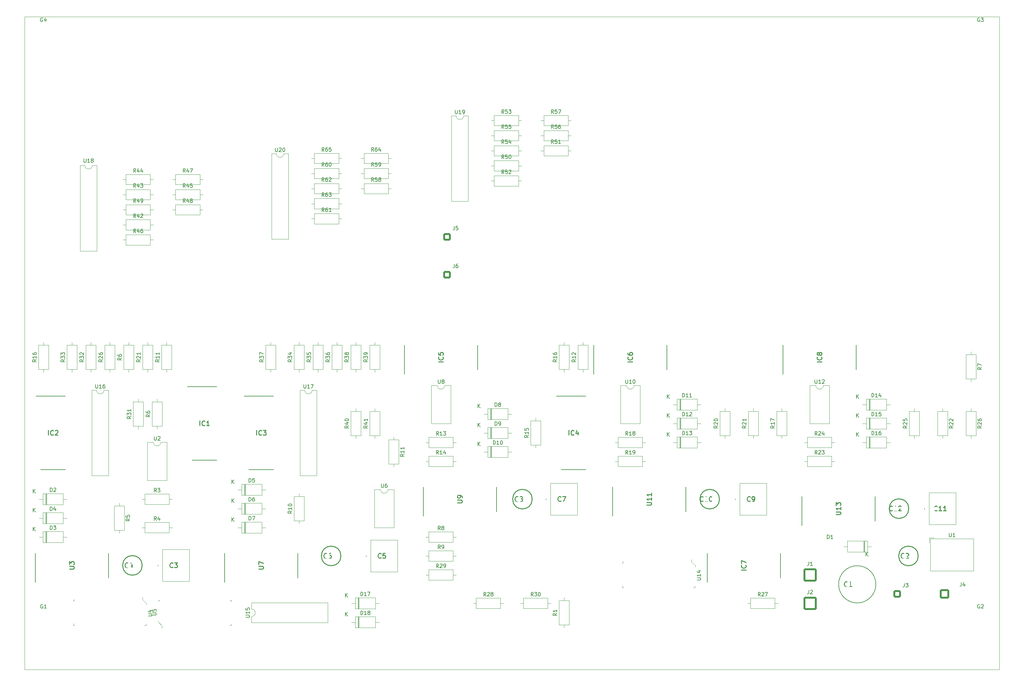
<source format=gto>
G04 #@! TF.GenerationSoftware,KiCad,Pcbnew,(6.0.4)*
G04 #@! TF.CreationDate,2022-04-26T08:41:27+02:00*
G04 #@! TF.ProjectId,Kniffel_V1,4b6e6966-6665-46c5-9f56-312e6b696361,rev?*
G04 #@! TF.SameCoordinates,Original*
G04 #@! TF.FileFunction,Legend,Top*
G04 #@! TF.FilePolarity,Positive*
%FSLAX46Y46*%
G04 Gerber Fmt 4.6, Leading zero omitted, Abs format (unit mm)*
G04 Created by KiCad (PCBNEW (6.0.4)) date 2022-04-26 08:41:27*
%MOMM*%
%LPD*%
G01*
G04 APERTURE LIST*
G04 Aperture macros list*
%AMRoundRect*
0 Rectangle with rounded corners*
0 $1 Rounding radius*
0 $2 $3 $4 $5 $6 $7 $8 $9 X,Y pos of 4 corners*
0 Add a 4 corners polygon primitive as box body*
4,1,4,$2,$3,$4,$5,$6,$7,$8,$9,$2,$3,0*
0 Add four circle primitives for the rounded corners*
1,1,$1+$1,$2,$3*
1,1,$1+$1,$4,$5*
1,1,$1+$1,$6,$7*
1,1,$1+$1,$8,$9*
0 Add four rect primitives between the rounded corners*
20,1,$1+$1,$2,$3,$4,$5,0*
20,1,$1+$1,$4,$5,$6,$7,0*
20,1,$1+$1,$6,$7,$8,$9,0*
20,1,$1+$1,$8,$9,$2,$3,0*%
G04 Aperture macros list end*
G04 #@! TA.AperFunction,Profile*
%ADD10C,0.100000*%
G04 #@! TD*
%ADD11C,0.150000*%
%ADD12C,0.254000*%
%ADD13C,0.120000*%
%ADD14C,0.200000*%
%ADD15C,0.100000*%
%ADD16R,1.130000X1.130000*%
%ADD17C,1.130000*%
%ADD18C,1.200000*%
%ADD19R,1.150000X1.150000*%
%ADD20C,1.150000*%
%ADD21C,1.600000*%
%ADD22O,1.600000X1.600000*%
%ADD23RoundRect,0.250002X-1.499998X-1.499998X1.499998X-1.499998X1.499998X1.499998X-1.499998X1.499998X0*%
%ADD24RoundRect,0.250001X-0.799999X-0.799999X0.799999X-0.799999X0.799999X0.799999X-0.799999X0.799999X0*%
%ADD25C,2.100000*%
%ADD26R,2.400000X1.600000*%
%ADD27O,2.400000X1.600000*%
%ADD28R,2.200000X2.200000*%
%ADD29O,2.200000X2.200000*%
%ADD30R,1.600000X1.600000*%
%ADD31RoundRect,0.249999X-1.025001X-1.025001X1.025001X-1.025001X1.025001X1.025001X-1.025001X1.025001X0*%
%ADD32C,2.550000*%
%ADD33C,3.200000*%
%ADD34R,1.500000X2.300000*%
%ADD35O,1.500000X2.300000*%
%ADD36R,1.275000X1.275000*%
%ADD37C,1.275000*%
%ADD38R,1.800000X1.800000*%
%ADD39C,1.800000*%
%ADD40R,1.500000X1.500000*%
%ADD41C,1.500000*%
G04 APERTURE END LIST*
D10*
X289560000Y-20320000D02*
X289560000Y-195580000D01*
X27940000Y-20320000D02*
X289560000Y-20320000D01*
X27940000Y-195580000D02*
X27940000Y-20320000D01*
X289560000Y-195580000D02*
X27940000Y-195580000D01*
X289560000Y-180340000D02*
X289560000Y-180340000D01*
D11*
X156592142Y-58452380D02*
X156258809Y-57976190D01*
X156020714Y-58452380D02*
X156020714Y-57452380D01*
X156401666Y-57452380D01*
X156496904Y-57500000D01*
X156544523Y-57547619D01*
X156592142Y-57642857D01*
X156592142Y-57785714D01*
X156544523Y-57880952D01*
X156496904Y-57928571D01*
X156401666Y-57976190D01*
X156020714Y-57976190D01*
X157496904Y-57452380D02*
X157020714Y-57452380D01*
X156973095Y-57928571D01*
X157020714Y-57880952D01*
X157115952Y-57833333D01*
X157354047Y-57833333D01*
X157449285Y-57880952D01*
X157496904Y-57928571D01*
X157544523Y-58023809D01*
X157544523Y-58261904D01*
X157496904Y-58357142D01*
X157449285Y-58404761D01*
X157354047Y-58452380D01*
X157115952Y-58452380D01*
X157020714Y-58404761D01*
X156973095Y-58357142D01*
X158163571Y-57452380D02*
X158258809Y-57452380D01*
X158354047Y-57500000D01*
X158401666Y-57547619D01*
X158449285Y-57642857D01*
X158496904Y-57833333D01*
X158496904Y-58071428D01*
X158449285Y-58261904D01*
X158401666Y-58357142D01*
X158354047Y-58404761D01*
X158258809Y-58452380D01*
X158163571Y-58452380D01*
X158068333Y-58404761D01*
X158020714Y-58357142D01*
X157973095Y-58261904D01*
X157925476Y-58071428D01*
X157925476Y-57833333D01*
X157973095Y-57642857D01*
X158020714Y-57547619D01*
X158068333Y-57500000D01*
X158163571Y-57452380D01*
X71087142Y-62132380D02*
X70753809Y-61656190D01*
X70515714Y-62132380D02*
X70515714Y-61132380D01*
X70896666Y-61132380D01*
X70991904Y-61180000D01*
X71039523Y-61227619D01*
X71087142Y-61322857D01*
X71087142Y-61465714D01*
X71039523Y-61560952D01*
X70991904Y-61608571D01*
X70896666Y-61656190D01*
X70515714Y-61656190D01*
X71944285Y-61465714D02*
X71944285Y-62132380D01*
X71706190Y-61084761D02*
X71468095Y-61799047D01*
X72087142Y-61799047D01*
X72372857Y-61132380D02*
X73039523Y-61132380D01*
X72610952Y-62132380D01*
X92062380Y-112402857D02*
X91586190Y-112736190D01*
X92062380Y-112974285D02*
X91062380Y-112974285D01*
X91062380Y-112593333D01*
X91110000Y-112498095D01*
X91157619Y-112450476D01*
X91252857Y-112402857D01*
X91395714Y-112402857D01*
X91490952Y-112450476D01*
X91538571Y-112498095D01*
X91586190Y-112593333D01*
X91586190Y-112974285D01*
X91062380Y-112069523D02*
X91062380Y-111450476D01*
X91443333Y-111783809D01*
X91443333Y-111640952D01*
X91490952Y-111545714D01*
X91538571Y-111498095D01*
X91633809Y-111450476D01*
X91871904Y-111450476D01*
X91967142Y-111498095D01*
X92014761Y-111545714D01*
X92062380Y-111640952D01*
X92062380Y-111926666D01*
X92014761Y-112021904D01*
X91967142Y-112069523D01*
X91062380Y-111117142D02*
X91062380Y-110450476D01*
X92062380Y-110879047D01*
X238426666Y-166682380D02*
X238426666Y-167396666D01*
X238379047Y-167539523D01*
X238283809Y-167634761D01*
X238140952Y-167682380D01*
X238045714Y-167682380D01*
X239426666Y-167682380D02*
X238855238Y-167682380D01*
X239140952Y-167682380D02*
X239140952Y-166682380D01*
X239045714Y-166825238D01*
X238950476Y-166920476D01*
X238855238Y-166968095D01*
X189857142Y-132702380D02*
X189523809Y-132226190D01*
X189285714Y-132702380D02*
X189285714Y-131702380D01*
X189666666Y-131702380D01*
X189761904Y-131750000D01*
X189809523Y-131797619D01*
X189857142Y-131892857D01*
X189857142Y-132035714D01*
X189809523Y-132130952D01*
X189761904Y-132178571D01*
X189666666Y-132226190D01*
X189285714Y-132226190D01*
X190809523Y-132702380D02*
X190238095Y-132702380D01*
X190523809Y-132702380D02*
X190523809Y-131702380D01*
X190428571Y-131845238D01*
X190333333Y-131940476D01*
X190238095Y-131988095D01*
X191380952Y-132130952D02*
X191285714Y-132083333D01*
X191238095Y-132035714D01*
X191190476Y-131940476D01*
X191190476Y-131892857D01*
X191238095Y-131797619D01*
X191285714Y-131750000D01*
X191380952Y-131702380D01*
X191571428Y-131702380D01*
X191666666Y-131750000D01*
X191714285Y-131797619D01*
X191761904Y-131892857D01*
X191761904Y-131940476D01*
X191714285Y-132035714D01*
X191666666Y-132083333D01*
X191571428Y-132130952D01*
X191380952Y-132130952D01*
X191285714Y-132178571D01*
X191238095Y-132226190D01*
X191190476Y-132321428D01*
X191190476Y-132511904D01*
X191238095Y-132607142D01*
X191285714Y-132654761D01*
X191380952Y-132702380D01*
X191571428Y-132702380D01*
X191666666Y-132654761D01*
X191714285Y-132607142D01*
X191761904Y-132511904D01*
X191761904Y-132321428D01*
X191714285Y-132226190D01*
X191666666Y-132178571D01*
X191571428Y-132130952D01*
X104762380Y-112402857D02*
X104286190Y-112736190D01*
X104762380Y-112974285D02*
X103762380Y-112974285D01*
X103762380Y-112593333D01*
X103810000Y-112498095D01*
X103857619Y-112450476D01*
X103952857Y-112402857D01*
X104095714Y-112402857D01*
X104190952Y-112450476D01*
X104238571Y-112498095D01*
X104286190Y-112593333D01*
X104286190Y-112974285D01*
X103762380Y-112069523D02*
X103762380Y-111450476D01*
X104143333Y-111783809D01*
X104143333Y-111640952D01*
X104190952Y-111545714D01*
X104238571Y-111498095D01*
X104333809Y-111450476D01*
X104571904Y-111450476D01*
X104667142Y-111498095D01*
X104714761Y-111545714D01*
X104762380Y-111640952D01*
X104762380Y-111926666D01*
X104714761Y-112021904D01*
X104667142Y-112069523D01*
X103762380Y-110545714D02*
X103762380Y-111021904D01*
X104238571Y-111069523D01*
X104190952Y-111021904D01*
X104143333Y-110926666D01*
X104143333Y-110688571D01*
X104190952Y-110593333D01*
X104238571Y-110545714D01*
X104333809Y-110498095D01*
X104571904Y-110498095D01*
X104667142Y-110545714D01*
X104714761Y-110593333D01*
X104762380Y-110688571D01*
X104762380Y-110926666D01*
X104714761Y-111021904D01*
X104667142Y-111069523D01*
D12*
X90200238Y-132654523D02*
X90200238Y-131384523D01*
X91530714Y-132533571D02*
X91470238Y-132594047D01*
X91288809Y-132654523D01*
X91167857Y-132654523D01*
X90986428Y-132594047D01*
X90865476Y-132473095D01*
X90805000Y-132352142D01*
X90744523Y-132110238D01*
X90744523Y-131928809D01*
X90805000Y-131686904D01*
X90865476Y-131565952D01*
X90986428Y-131445000D01*
X91167857Y-131384523D01*
X91288809Y-131384523D01*
X91470238Y-131445000D01*
X91530714Y-131505476D01*
X91954047Y-131384523D02*
X92740238Y-131384523D01*
X92316904Y-131868333D01*
X92498333Y-131868333D01*
X92619285Y-131928809D01*
X92679761Y-131989285D01*
X92740238Y-132110238D01*
X92740238Y-132412619D01*
X92679761Y-132533571D01*
X92619285Y-132594047D01*
X92498333Y-132654523D01*
X92135476Y-132654523D01*
X92014523Y-132594047D01*
X91954047Y-132533571D01*
D11*
X143271666Y-86772380D02*
X143271666Y-87486666D01*
X143224047Y-87629523D01*
X143128809Y-87724761D01*
X142985952Y-87772380D01*
X142890714Y-87772380D01*
X144176428Y-86772380D02*
X143985952Y-86772380D01*
X143890714Y-86820000D01*
X143843095Y-86867619D01*
X143747857Y-87010476D01*
X143700238Y-87200952D01*
X143700238Y-87581904D01*
X143747857Y-87677142D01*
X143795476Y-87724761D01*
X143890714Y-87772380D01*
X144081190Y-87772380D01*
X144176428Y-87724761D01*
X144224047Y-87677142D01*
X144271666Y-87581904D01*
X144271666Y-87343809D01*
X144224047Y-87248571D01*
X144176428Y-87200952D01*
X144081190Y-87153333D01*
X143890714Y-87153333D01*
X143795476Y-87200952D01*
X143747857Y-87248571D01*
X143700238Y-87343809D01*
X99682380Y-153042857D02*
X99206190Y-153376190D01*
X99682380Y-153614285D02*
X98682380Y-153614285D01*
X98682380Y-153233333D01*
X98730000Y-153138095D01*
X98777619Y-153090476D01*
X98872857Y-153042857D01*
X99015714Y-153042857D01*
X99110952Y-153090476D01*
X99158571Y-153138095D01*
X99206190Y-153233333D01*
X99206190Y-153614285D01*
X99682380Y-152090476D02*
X99682380Y-152661904D01*
X99682380Y-152376190D02*
X98682380Y-152376190D01*
X98825238Y-152471428D01*
X98920476Y-152566666D01*
X98968095Y-152661904D01*
X98682380Y-151471428D02*
X98682380Y-151376190D01*
X98730000Y-151280952D01*
X98777619Y-151233333D01*
X98872857Y-151185714D01*
X99063333Y-151138095D01*
X99301428Y-151138095D01*
X99491904Y-151185714D01*
X99587142Y-151233333D01*
X99634761Y-151280952D01*
X99682380Y-151376190D01*
X99682380Y-151471428D01*
X99634761Y-151566666D01*
X99587142Y-151614285D01*
X99491904Y-151661904D01*
X99301428Y-151709523D01*
X99063333Y-151709523D01*
X98872857Y-151661904D01*
X98777619Y-151614285D01*
X98730000Y-151566666D01*
X98682380Y-151471428D01*
X102886904Y-119052380D02*
X102886904Y-119861904D01*
X102934523Y-119957142D01*
X102982142Y-120004761D01*
X103077380Y-120052380D01*
X103267857Y-120052380D01*
X103363095Y-120004761D01*
X103410714Y-119957142D01*
X103458333Y-119861904D01*
X103458333Y-119052380D01*
X104458333Y-120052380D02*
X103886904Y-120052380D01*
X104172619Y-120052380D02*
X104172619Y-119052380D01*
X104077380Y-119195238D01*
X103982142Y-119290476D01*
X103886904Y-119338095D01*
X104791666Y-119052380D02*
X105458333Y-119052380D01*
X105029761Y-120052380D01*
X143271666Y-76612380D02*
X143271666Y-77326666D01*
X143224047Y-77469523D01*
X143128809Y-77564761D01*
X142985952Y-77612380D01*
X142890714Y-77612380D01*
X144224047Y-76612380D02*
X143747857Y-76612380D01*
X143700238Y-77088571D01*
X143747857Y-77040952D01*
X143843095Y-76993333D01*
X144081190Y-76993333D01*
X144176428Y-77040952D01*
X144224047Y-77088571D01*
X144271666Y-77183809D01*
X144271666Y-77421904D01*
X144224047Y-77517142D01*
X144176428Y-77564761D01*
X144081190Y-77612380D01*
X143843095Y-77612380D01*
X143747857Y-77564761D01*
X143700238Y-77517142D01*
X264782380Y-130182857D02*
X264306190Y-130516190D01*
X264782380Y-130754285D02*
X263782380Y-130754285D01*
X263782380Y-130373333D01*
X263830000Y-130278095D01*
X263877619Y-130230476D01*
X263972857Y-130182857D01*
X264115714Y-130182857D01*
X264210952Y-130230476D01*
X264258571Y-130278095D01*
X264306190Y-130373333D01*
X264306190Y-130754285D01*
X263877619Y-129801904D02*
X263830000Y-129754285D01*
X263782380Y-129659047D01*
X263782380Y-129420952D01*
X263830000Y-129325714D01*
X263877619Y-129278095D01*
X263972857Y-129230476D01*
X264068095Y-129230476D01*
X264210952Y-129278095D01*
X264782380Y-129849523D01*
X264782380Y-129230476D01*
X263782380Y-128325714D02*
X263782380Y-128801904D01*
X264258571Y-128849523D01*
X264210952Y-128801904D01*
X264163333Y-128706666D01*
X264163333Y-128468571D01*
X264210952Y-128373333D01*
X264258571Y-128325714D01*
X264353809Y-128278095D01*
X264591904Y-128278095D01*
X264687142Y-128325714D01*
X264734761Y-128373333D01*
X264782380Y-128468571D01*
X264782380Y-128706666D01*
X264734761Y-128801904D01*
X264687142Y-128849523D01*
X63333333Y-155562380D02*
X63000000Y-155086190D01*
X62761904Y-155562380D02*
X62761904Y-154562380D01*
X63142857Y-154562380D01*
X63238095Y-154610000D01*
X63285714Y-154657619D01*
X63333333Y-154752857D01*
X63333333Y-154895714D01*
X63285714Y-154990952D01*
X63238095Y-155038571D01*
X63142857Y-155086190D01*
X62761904Y-155086190D01*
X64190476Y-154895714D02*
X64190476Y-155562380D01*
X63952380Y-154514761D02*
X63714285Y-155229047D01*
X64333333Y-155229047D01*
X151757142Y-175882380D02*
X151423809Y-175406190D01*
X151185714Y-175882380D02*
X151185714Y-174882380D01*
X151566666Y-174882380D01*
X151661904Y-174930000D01*
X151709523Y-174977619D01*
X151757142Y-175072857D01*
X151757142Y-175215714D01*
X151709523Y-175310952D01*
X151661904Y-175358571D01*
X151566666Y-175406190D01*
X151185714Y-175406190D01*
X152138095Y-174977619D02*
X152185714Y-174930000D01*
X152280952Y-174882380D01*
X152519047Y-174882380D01*
X152614285Y-174930000D01*
X152661904Y-174977619D01*
X152709523Y-175072857D01*
X152709523Y-175168095D01*
X152661904Y-175310952D01*
X152090476Y-175882380D01*
X152709523Y-175882380D01*
X153280952Y-175310952D02*
X153185714Y-175263333D01*
X153138095Y-175215714D01*
X153090476Y-175120476D01*
X153090476Y-175072857D01*
X153138095Y-174977619D01*
X153185714Y-174930000D01*
X153280952Y-174882380D01*
X153471428Y-174882380D01*
X153566666Y-174930000D01*
X153614285Y-174977619D01*
X153661904Y-175072857D01*
X153661904Y-175120476D01*
X153614285Y-175215714D01*
X153566666Y-175263333D01*
X153471428Y-175310952D01*
X153280952Y-175310952D01*
X153185714Y-175358571D01*
X153138095Y-175406190D01*
X153090476Y-175501428D01*
X153090476Y-175691904D01*
X153138095Y-175787142D01*
X153185714Y-175834761D01*
X153280952Y-175882380D01*
X153471428Y-175882380D01*
X153566666Y-175834761D01*
X153614285Y-175787142D01*
X153661904Y-175691904D01*
X153661904Y-175501428D01*
X153614285Y-175406190D01*
X153566666Y-175358571D01*
X153471428Y-175310952D01*
X57777142Y-74282380D02*
X57443809Y-73806190D01*
X57205714Y-74282380D02*
X57205714Y-73282380D01*
X57586666Y-73282380D01*
X57681904Y-73330000D01*
X57729523Y-73377619D01*
X57777142Y-73472857D01*
X57777142Y-73615714D01*
X57729523Y-73710952D01*
X57681904Y-73758571D01*
X57586666Y-73806190D01*
X57205714Y-73806190D01*
X58634285Y-73615714D02*
X58634285Y-74282380D01*
X58396190Y-73234761D02*
X58158095Y-73949047D01*
X58777142Y-73949047D01*
X59110476Y-73377619D02*
X59158095Y-73330000D01*
X59253333Y-73282380D01*
X59491428Y-73282380D01*
X59586666Y-73330000D01*
X59634285Y-73377619D01*
X59681904Y-73472857D01*
X59681904Y-73568095D01*
X59634285Y-73710952D01*
X59062857Y-74282380D01*
X59681904Y-74282380D01*
X108332142Y-60512380D02*
X107998809Y-60036190D01*
X107760714Y-60512380D02*
X107760714Y-59512380D01*
X108141666Y-59512380D01*
X108236904Y-59560000D01*
X108284523Y-59607619D01*
X108332142Y-59702857D01*
X108332142Y-59845714D01*
X108284523Y-59940952D01*
X108236904Y-59988571D01*
X108141666Y-60036190D01*
X107760714Y-60036190D01*
X109189285Y-59512380D02*
X108998809Y-59512380D01*
X108903571Y-59560000D01*
X108855952Y-59607619D01*
X108760714Y-59750476D01*
X108713095Y-59940952D01*
X108713095Y-60321904D01*
X108760714Y-60417142D01*
X108808333Y-60464761D01*
X108903571Y-60512380D01*
X109094047Y-60512380D01*
X109189285Y-60464761D01*
X109236904Y-60417142D01*
X109284523Y-60321904D01*
X109284523Y-60083809D01*
X109236904Y-59988571D01*
X109189285Y-59940952D01*
X109094047Y-59893333D01*
X108903571Y-59893333D01*
X108808333Y-59940952D01*
X108760714Y-59988571D01*
X108713095Y-60083809D01*
X109903571Y-59512380D02*
X109998809Y-59512380D01*
X110094047Y-59560000D01*
X110141666Y-59607619D01*
X110189285Y-59702857D01*
X110236904Y-59893333D01*
X110236904Y-60131428D01*
X110189285Y-60321904D01*
X110141666Y-60417142D01*
X110094047Y-60464761D01*
X109998809Y-60512380D01*
X109903571Y-60512380D01*
X109808333Y-60464761D01*
X109760714Y-60417142D01*
X109713095Y-60321904D01*
X109665476Y-60131428D01*
X109665476Y-59893333D01*
X109713095Y-59702857D01*
X109760714Y-59607619D01*
X109808333Y-59560000D01*
X109903571Y-59512380D01*
X163182380Y-132722857D02*
X162706190Y-133056190D01*
X163182380Y-133294285D02*
X162182380Y-133294285D01*
X162182380Y-132913333D01*
X162230000Y-132818095D01*
X162277619Y-132770476D01*
X162372857Y-132722857D01*
X162515714Y-132722857D01*
X162610952Y-132770476D01*
X162658571Y-132818095D01*
X162706190Y-132913333D01*
X162706190Y-133294285D01*
X163182380Y-131770476D02*
X163182380Y-132341904D01*
X163182380Y-132056190D02*
X162182380Y-132056190D01*
X162325238Y-132151428D01*
X162420476Y-132246666D01*
X162468095Y-132341904D01*
X162182380Y-130865714D02*
X162182380Y-131341904D01*
X162658571Y-131389523D01*
X162610952Y-131341904D01*
X162563333Y-131246666D01*
X162563333Y-131008571D01*
X162610952Y-130913333D01*
X162658571Y-130865714D01*
X162753809Y-130818095D01*
X162991904Y-130818095D01*
X163087142Y-130865714D01*
X163134761Y-130913333D01*
X163182380Y-131008571D01*
X163182380Y-131246666D01*
X163134761Y-131341904D01*
X163087142Y-131389523D01*
X64122380Y-112402857D02*
X63646190Y-112736190D01*
X64122380Y-112974285D02*
X63122380Y-112974285D01*
X63122380Y-112593333D01*
X63170000Y-112498095D01*
X63217619Y-112450476D01*
X63312857Y-112402857D01*
X63455714Y-112402857D01*
X63550952Y-112450476D01*
X63598571Y-112498095D01*
X63646190Y-112593333D01*
X63646190Y-112974285D01*
X64122380Y-111450476D02*
X64122380Y-112021904D01*
X64122380Y-111736190D02*
X63122380Y-111736190D01*
X63265238Y-111831428D01*
X63360476Y-111926666D01*
X63408095Y-112021904D01*
X64122380Y-110498095D02*
X64122380Y-111069523D01*
X64122380Y-110783809D02*
X63122380Y-110783809D01*
X63265238Y-110879047D01*
X63360476Y-110974285D01*
X63408095Y-111069523D01*
X213982380Y-130182857D02*
X213506190Y-130516190D01*
X213982380Y-130754285D02*
X212982380Y-130754285D01*
X212982380Y-130373333D01*
X213030000Y-130278095D01*
X213077619Y-130230476D01*
X213172857Y-130182857D01*
X213315714Y-130182857D01*
X213410952Y-130230476D01*
X213458571Y-130278095D01*
X213506190Y-130373333D01*
X213506190Y-130754285D01*
X213077619Y-129801904D02*
X213030000Y-129754285D01*
X212982380Y-129659047D01*
X212982380Y-129420952D01*
X213030000Y-129325714D01*
X213077619Y-129278095D01*
X213172857Y-129230476D01*
X213268095Y-129230476D01*
X213410952Y-129278095D01*
X213982380Y-129849523D01*
X213982380Y-129230476D01*
X212982380Y-128611428D02*
X212982380Y-128516190D01*
X213030000Y-128420952D01*
X213077619Y-128373333D01*
X213172857Y-128325714D01*
X213363333Y-128278095D01*
X213601428Y-128278095D01*
X213791904Y-128325714D01*
X213887142Y-128373333D01*
X213934761Y-128420952D01*
X213982380Y-128516190D01*
X213982380Y-128611428D01*
X213934761Y-128706666D01*
X213887142Y-128754285D01*
X213791904Y-128801904D01*
X213601428Y-128849523D01*
X213363333Y-128849523D01*
X213172857Y-128801904D01*
X213077619Y-128754285D01*
X213030000Y-128706666D01*
X212982380Y-128611428D01*
X63333333Y-147942380D02*
X63000000Y-147466190D01*
X62761904Y-147942380D02*
X62761904Y-146942380D01*
X63142857Y-146942380D01*
X63238095Y-146990000D01*
X63285714Y-147037619D01*
X63333333Y-147132857D01*
X63333333Y-147275714D01*
X63285714Y-147370952D01*
X63238095Y-147418571D01*
X63142857Y-147466190D01*
X62761904Y-147466190D01*
X63666666Y-146942380D02*
X64285714Y-146942380D01*
X63952380Y-147323333D01*
X64095238Y-147323333D01*
X64190476Y-147370952D01*
X64238095Y-147418571D01*
X64285714Y-147513809D01*
X64285714Y-147751904D01*
X64238095Y-147847142D01*
X64190476Y-147894761D01*
X64095238Y-147942380D01*
X63809523Y-147942380D01*
X63714285Y-147894761D01*
X63666666Y-147847142D01*
X118165714Y-180862380D02*
X118165714Y-179862380D01*
X118403809Y-179862380D01*
X118546666Y-179910000D01*
X118641904Y-180005238D01*
X118689523Y-180100476D01*
X118737142Y-180290952D01*
X118737142Y-180433809D01*
X118689523Y-180624285D01*
X118641904Y-180719523D01*
X118546666Y-180814761D01*
X118403809Y-180862380D01*
X118165714Y-180862380D01*
X119689523Y-180862380D02*
X119118095Y-180862380D01*
X119403809Y-180862380D02*
X119403809Y-179862380D01*
X119308571Y-180005238D01*
X119213333Y-180100476D01*
X119118095Y-180148095D01*
X120260952Y-180290952D02*
X120165714Y-180243333D01*
X120118095Y-180195714D01*
X120070476Y-180100476D01*
X120070476Y-180052857D01*
X120118095Y-179957619D01*
X120165714Y-179910000D01*
X120260952Y-179862380D01*
X120451428Y-179862380D01*
X120546666Y-179910000D01*
X120594285Y-179957619D01*
X120641904Y-180052857D01*
X120641904Y-180100476D01*
X120594285Y-180195714D01*
X120546666Y-180243333D01*
X120451428Y-180290952D01*
X120260952Y-180290952D01*
X120165714Y-180338571D01*
X120118095Y-180386190D01*
X120070476Y-180481428D01*
X120070476Y-180671904D01*
X120118095Y-180767142D01*
X120165714Y-180814761D01*
X120260952Y-180862380D01*
X120451428Y-180862380D01*
X120546666Y-180814761D01*
X120594285Y-180767142D01*
X120641904Y-180671904D01*
X120641904Y-180481428D01*
X120594285Y-180386190D01*
X120546666Y-180338571D01*
X120451428Y-180290952D01*
X114038095Y-181232380D02*
X114038095Y-180232380D01*
X114609523Y-181232380D02*
X114180952Y-180660952D01*
X114609523Y-180232380D02*
X114038095Y-180803809D01*
D12*
X140274523Y-112999761D02*
X139004523Y-112999761D01*
X140153571Y-111669285D02*
X140214047Y-111729761D01*
X140274523Y-111911190D01*
X140274523Y-112032142D01*
X140214047Y-112213571D01*
X140093095Y-112334523D01*
X139972142Y-112395000D01*
X139730238Y-112455476D01*
X139548809Y-112455476D01*
X139306904Y-112395000D01*
X139185952Y-112334523D01*
X139065000Y-112213571D01*
X139004523Y-112032142D01*
X139004523Y-111911190D01*
X139065000Y-111729761D01*
X139125476Y-111669285D01*
X139004523Y-110520238D02*
X139004523Y-111125000D01*
X139609285Y-111185476D01*
X139548809Y-111125000D01*
X139488333Y-111004047D01*
X139488333Y-110701666D01*
X139548809Y-110580714D01*
X139609285Y-110520238D01*
X139730238Y-110459761D01*
X140032619Y-110459761D01*
X140153571Y-110520238D01*
X140214047Y-110580714D01*
X140274523Y-110701666D01*
X140274523Y-111004047D01*
X140214047Y-111125000D01*
X140153571Y-111185476D01*
D11*
X123708095Y-145722380D02*
X123708095Y-146531904D01*
X123755714Y-146627142D01*
X123803333Y-146674761D01*
X123898571Y-146722380D01*
X124089047Y-146722380D01*
X124184285Y-146674761D01*
X124231904Y-146627142D01*
X124279523Y-146531904D01*
X124279523Y-145722380D01*
X125184285Y-145722380D02*
X124993809Y-145722380D01*
X124898571Y-145770000D01*
X124850952Y-145817619D01*
X124755714Y-145960476D01*
X124708095Y-146150952D01*
X124708095Y-146531904D01*
X124755714Y-146627142D01*
X124803333Y-146674761D01*
X124898571Y-146722380D01*
X125089047Y-146722380D01*
X125184285Y-146674761D01*
X125231904Y-146627142D01*
X125279523Y-146531904D01*
X125279523Y-146293809D01*
X125231904Y-146198571D01*
X125184285Y-146150952D01*
X125089047Y-146103333D01*
X124898571Y-146103333D01*
X124803333Y-146150952D01*
X124755714Y-146198571D01*
X124708095Y-146293809D01*
D12*
X67703333Y-168093571D02*
X67642857Y-168154047D01*
X67461428Y-168214523D01*
X67340476Y-168214523D01*
X67159047Y-168154047D01*
X67038095Y-168033095D01*
X66977619Y-167912142D01*
X66917142Y-167670238D01*
X66917142Y-167488809D01*
X66977619Y-167246904D01*
X67038095Y-167125952D01*
X67159047Y-167005000D01*
X67340476Y-166944523D01*
X67461428Y-166944523D01*
X67642857Y-167005000D01*
X67703333Y-167065476D01*
X68126666Y-166944523D02*
X68912857Y-166944523D01*
X68489523Y-167428333D01*
X68670952Y-167428333D01*
X68791904Y-167488809D01*
X68852380Y-167549285D01*
X68912857Y-167670238D01*
X68912857Y-167972619D01*
X68852380Y-168093571D01*
X68791904Y-168154047D01*
X68670952Y-168214523D01*
X68308095Y-168214523D01*
X68187142Y-168154047D01*
X68126666Y-168093571D01*
D11*
X204525714Y-122442380D02*
X204525714Y-121442380D01*
X204763809Y-121442380D01*
X204906666Y-121490000D01*
X205001904Y-121585238D01*
X205049523Y-121680476D01*
X205097142Y-121870952D01*
X205097142Y-122013809D01*
X205049523Y-122204285D01*
X205001904Y-122299523D01*
X204906666Y-122394761D01*
X204763809Y-122442380D01*
X204525714Y-122442380D01*
X206049523Y-122442380D02*
X205478095Y-122442380D01*
X205763809Y-122442380D02*
X205763809Y-121442380D01*
X205668571Y-121585238D01*
X205573333Y-121680476D01*
X205478095Y-121728095D01*
X207001904Y-122442380D02*
X206430476Y-122442380D01*
X206716190Y-122442380D02*
X206716190Y-121442380D01*
X206620952Y-121585238D01*
X206525714Y-121680476D01*
X206430476Y-121728095D01*
X200398095Y-122812380D02*
X200398095Y-121812380D01*
X200969523Y-122812380D02*
X200540952Y-122240952D01*
X200969523Y-121812380D02*
X200398095Y-122383809D01*
D12*
X241874523Y-112999761D02*
X240604523Y-112999761D01*
X241753571Y-111669285D02*
X241814047Y-111729761D01*
X241874523Y-111911190D01*
X241874523Y-112032142D01*
X241814047Y-112213571D01*
X241693095Y-112334523D01*
X241572142Y-112395000D01*
X241330238Y-112455476D01*
X241148809Y-112455476D01*
X240906904Y-112395000D01*
X240785952Y-112334523D01*
X240665000Y-112213571D01*
X240604523Y-112032142D01*
X240604523Y-111911190D01*
X240665000Y-111729761D01*
X240725476Y-111669285D01*
X241148809Y-110943571D02*
X241088333Y-111064523D01*
X241027857Y-111125000D01*
X240906904Y-111185476D01*
X240846428Y-111185476D01*
X240725476Y-111125000D01*
X240665000Y-111064523D01*
X240604523Y-110943571D01*
X240604523Y-110701666D01*
X240665000Y-110580714D01*
X240725476Y-110520238D01*
X240846428Y-110459761D01*
X240906904Y-110459761D01*
X241027857Y-110520238D01*
X241088333Y-110580714D01*
X241148809Y-110701666D01*
X241148809Y-110943571D01*
X241209285Y-111064523D01*
X241269761Y-111125000D01*
X241390714Y-111185476D01*
X241632619Y-111185476D01*
X241753571Y-111125000D01*
X241814047Y-111064523D01*
X241874523Y-110943571D01*
X241874523Y-110701666D01*
X241814047Y-110580714D01*
X241753571Y-110520238D01*
X241632619Y-110459761D01*
X241390714Y-110459761D01*
X241269761Y-110520238D01*
X241209285Y-110580714D01*
X241148809Y-110701666D01*
D11*
X156592142Y-54402380D02*
X156258809Y-53926190D01*
X156020714Y-54402380D02*
X156020714Y-53402380D01*
X156401666Y-53402380D01*
X156496904Y-53450000D01*
X156544523Y-53497619D01*
X156592142Y-53592857D01*
X156592142Y-53735714D01*
X156544523Y-53830952D01*
X156496904Y-53878571D01*
X156401666Y-53926190D01*
X156020714Y-53926190D01*
X157496904Y-53402380D02*
X157020714Y-53402380D01*
X156973095Y-53878571D01*
X157020714Y-53830952D01*
X157115952Y-53783333D01*
X157354047Y-53783333D01*
X157449285Y-53830952D01*
X157496904Y-53878571D01*
X157544523Y-53973809D01*
X157544523Y-54211904D01*
X157496904Y-54307142D01*
X157449285Y-54354761D01*
X157354047Y-54402380D01*
X157115952Y-54402380D01*
X157020714Y-54354761D01*
X156973095Y-54307142D01*
X158401666Y-53735714D02*
X158401666Y-54402380D01*
X158163571Y-53354761D02*
X157925476Y-54069047D01*
X158544523Y-54069047D01*
X243381904Y-160472380D02*
X243381904Y-159472380D01*
X243620000Y-159472380D01*
X243762857Y-159520000D01*
X243858095Y-159615238D01*
X243905714Y-159710476D01*
X243953333Y-159900952D01*
X243953333Y-160043809D01*
X243905714Y-160234285D01*
X243858095Y-160329523D01*
X243762857Y-160424761D01*
X243620000Y-160472380D01*
X243381904Y-160472380D01*
X244905714Y-160472380D02*
X244334285Y-160472380D01*
X244620000Y-160472380D02*
X244620000Y-159472380D01*
X244524761Y-159615238D01*
X244429523Y-159710476D01*
X244334285Y-159758095D01*
X253738095Y-165112380D02*
X253738095Y-164112380D01*
X254309523Y-165112380D02*
X253880952Y-164540952D01*
X254309523Y-164112380D02*
X253738095Y-164683809D01*
D12*
X34320238Y-132654523D02*
X34320238Y-131384523D01*
X35650714Y-132533571D02*
X35590238Y-132594047D01*
X35408809Y-132654523D01*
X35287857Y-132654523D01*
X35106428Y-132594047D01*
X34985476Y-132473095D01*
X34925000Y-132352142D01*
X34864523Y-132110238D01*
X34864523Y-131928809D01*
X34925000Y-131686904D01*
X34985476Y-131565952D01*
X35106428Y-131445000D01*
X35287857Y-131384523D01*
X35408809Y-131384523D01*
X35590238Y-131445000D01*
X35650714Y-131505476D01*
X36134523Y-131505476D02*
X36195000Y-131445000D01*
X36315952Y-131384523D01*
X36618333Y-131384523D01*
X36739285Y-131445000D01*
X36799761Y-131505476D01*
X36860238Y-131626428D01*
X36860238Y-131747380D01*
X36799761Y-131928809D01*
X36074047Y-132654523D01*
X36860238Y-132654523D01*
D11*
X34821904Y-158002380D02*
X34821904Y-157002380D01*
X35060000Y-157002380D01*
X35202857Y-157050000D01*
X35298095Y-157145238D01*
X35345714Y-157240476D01*
X35393333Y-157430952D01*
X35393333Y-157573809D01*
X35345714Y-157764285D01*
X35298095Y-157859523D01*
X35202857Y-157954761D01*
X35060000Y-158002380D01*
X34821904Y-158002380D01*
X35726666Y-157002380D02*
X36345714Y-157002380D01*
X36012380Y-157383333D01*
X36155238Y-157383333D01*
X36250476Y-157430952D01*
X36298095Y-157478571D01*
X36345714Y-157573809D01*
X36345714Y-157811904D01*
X36298095Y-157907142D01*
X36250476Y-157954761D01*
X36155238Y-158002380D01*
X35869523Y-158002380D01*
X35774285Y-157954761D01*
X35726666Y-157907142D01*
X30218095Y-158372380D02*
X30218095Y-157372380D01*
X30789523Y-158372380D02*
X30360952Y-157800952D01*
X30789523Y-157372380D02*
X30218095Y-157943809D01*
X189271904Y-117782380D02*
X189271904Y-118591904D01*
X189319523Y-118687142D01*
X189367142Y-118734761D01*
X189462380Y-118782380D01*
X189652857Y-118782380D01*
X189748095Y-118734761D01*
X189795714Y-118687142D01*
X189843333Y-118591904D01*
X189843333Y-117782380D01*
X190843333Y-118782380D02*
X190271904Y-118782380D01*
X190557619Y-118782380D02*
X190557619Y-117782380D01*
X190462380Y-117925238D01*
X190367142Y-118020476D01*
X190271904Y-118068095D01*
X191462380Y-117782380D02*
X191557619Y-117782380D01*
X191652857Y-117830000D01*
X191700476Y-117877619D01*
X191748095Y-117972857D01*
X191795714Y-118163333D01*
X191795714Y-118401428D01*
X191748095Y-118591904D01*
X191700476Y-118687142D01*
X191652857Y-118734761D01*
X191557619Y-118782380D01*
X191462380Y-118782380D01*
X191367142Y-118734761D01*
X191319523Y-118687142D01*
X191271904Y-118591904D01*
X191224285Y-118401428D01*
X191224285Y-118163333D01*
X191271904Y-117972857D01*
X191319523Y-117877619D01*
X191367142Y-117830000D01*
X191462380Y-117782380D01*
X279346666Y-172242380D02*
X279346666Y-172956666D01*
X279299047Y-173099523D01*
X279203809Y-173194761D01*
X279060952Y-173242380D01*
X278965714Y-173242380D01*
X280251428Y-172575714D02*
X280251428Y-173242380D01*
X280013333Y-172194761D02*
X279775238Y-172909047D01*
X280394285Y-172909047D01*
D12*
X272838571Y-152853571D02*
X272778095Y-152914047D01*
X272596666Y-152974523D01*
X272475714Y-152974523D01*
X272294285Y-152914047D01*
X272173333Y-152793095D01*
X272112857Y-152672142D01*
X272052380Y-152430238D01*
X272052380Y-152248809D01*
X272112857Y-152006904D01*
X272173333Y-151885952D01*
X272294285Y-151765000D01*
X272475714Y-151704523D01*
X272596666Y-151704523D01*
X272778095Y-151765000D01*
X272838571Y-151825476D01*
X274048095Y-152974523D02*
X273322380Y-152974523D01*
X273685238Y-152974523D02*
X273685238Y-151704523D01*
X273564285Y-151885952D01*
X273443333Y-152006904D01*
X273322380Y-152067380D01*
X275257619Y-152974523D02*
X274531904Y-152974523D01*
X274894761Y-152974523D02*
X274894761Y-151704523D01*
X274773809Y-151885952D01*
X274652857Y-152006904D01*
X274531904Y-152067380D01*
D11*
X32805714Y-178180000D02*
X32710476Y-178132380D01*
X32567619Y-178132380D01*
X32424761Y-178180000D01*
X32329523Y-178275238D01*
X32281904Y-178370476D01*
X32234285Y-178560952D01*
X32234285Y-178703809D01*
X32281904Y-178894285D01*
X32329523Y-178989523D01*
X32424761Y-179084761D01*
X32567619Y-179132380D01*
X32662857Y-179132380D01*
X32805714Y-179084761D01*
X32853333Y-179037142D01*
X32853333Y-178703809D01*
X32662857Y-178703809D01*
X33805714Y-179132380D02*
X33234285Y-179132380D01*
X33520000Y-179132380D02*
X33520000Y-178132380D01*
X33424761Y-178275238D01*
X33329523Y-178370476D01*
X33234285Y-178418095D01*
X48882380Y-112402857D02*
X48406190Y-112736190D01*
X48882380Y-112974285D02*
X47882380Y-112974285D01*
X47882380Y-112593333D01*
X47930000Y-112498095D01*
X47977619Y-112450476D01*
X48072857Y-112402857D01*
X48215714Y-112402857D01*
X48310952Y-112450476D01*
X48358571Y-112498095D01*
X48406190Y-112593333D01*
X48406190Y-112974285D01*
X47977619Y-112021904D02*
X47930000Y-111974285D01*
X47882380Y-111879047D01*
X47882380Y-111640952D01*
X47930000Y-111545714D01*
X47977619Y-111498095D01*
X48072857Y-111450476D01*
X48168095Y-111450476D01*
X48310952Y-111498095D01*
X48882380Y-112069523D01*
X48882380Y-111450476D01*
X47882380Y-110593333D02*
X47882380Y-110783809D01*
X47930000Y-110879047D01*
X47977619Y-110926666D01*
X48120476Y-111021904D01*
X48310952Y-111069523D01*
X48691904Y-111069523D01*
X48787142Y-111021904D01*
X48834761Y-110974285D01*
X48882380Y-110879047D01*
X48882380Y-110688571D01*
X48834761Y-110593333D01*
X48787142Y-110545714D01*
X48691904Y-110498095D01*
X48453809Y-110498095D01*
X48358571Y-110545714D01*
X48310952Y-110593333D01*
X48263333Y-110688571D01*
X48263333Y-110879047D01*
X48310952Y-110974285D01*
X48358571Y-111021904D01*
X48453809Y-111069523D01*
X153725714Y-135142380D02*
X153725714Y-134142380D01*
X153963809Y-134142380D01*
X154106666Y-134190000D01*
X154201904Y-134285238D01*
X154249523Y-134380476D01*
X154297142Y-134570952D01*
X154297142Y-134713809D01*
X154249523Y-134904285D01*
X154201904Y-134999523D01*
X154106666Y-135094761D01*
X153963809Y-135142380D01*
X153725714Y-135142380D01*
X155249523Y-135142380D02*
X154678095Y-135142380D01*
X154963809Y-135142380D02*
X154963809Y-134142380D01*
X154868571Y-134285238D01*
X154773333Y-134380476D01*
X154678095Y-134428095D01*
X155868571Y-134142380D02*
X155963809Y-134142380D01*
X156059047Y-134190000D01*
X156106666Y-134237619D01*
X156154285Y-134332857D01*
X156201904Y-134523333D01*
X156201904Y-134761428D01*
X156154285Y-134951904D01*
X156106666Y-135047142D01*
X156059047Y-135094761D01*
X155963809Y-135142380D01*
X155868571Y-135142380D01*
X155773333Y-135094761D01*
X155725714Y-135047142D01*
X155678095Y-134951904D01*
X155630476Y-134761428D01*
X155630476Y-134523333D01*
X155678095Y-134332857D01*
X155725714Y-134237619D01*
X155773333Y-134190000D01*
X155868571Y-134142380D01*
X149598095Y-135512380D02*
X149598095Y-134512380D01*
X150169523Y-135512380D02*
X149740952Y-134940952D01*
X150169523Y-134512380D02*
X149598095Y-135083809D01*
D12*
X90744523Y-168607619D02*
X91772619Y-168607619D01*
X91893571Y-168547142D01*
X91954047Y-168486666D01*
X92014523Y-168365714D01*
X92014523Y-168123809D01*
X91954047Y-168002857D01*
X91893571Y-167942380D01*
X91772619Y-167881904D01*
X90744523Y-167881904D01*
X90744523Y-167398095D02*
X90744523Y-166551428D01*
X92014523Y-167095714D01*
D11*
X88161904Y-155462380D02*
X88161904Y-154462380D01*
X88400000Y-154462380D01*
X88542857Y-154510000D01*
X88638095Y-154605238D01*
X88685714Y-154700476D01*
X88733333Y-154890952D01*
X88733333Y-155033809D01*
X88685714Y-155224285D01*
X88638095Y-155319523D01*
X88542857Y-155414761D01*
X88400000Y-155462380D01*
X88161904Y-155462380D01*
X89066666Y-154462380D02*
X89733333Y-154462380D01*
X89304761Y-155462380D01*
X83558095Y-155832380D02*
X83558095Y-154832380D01*
X84129523Y-155832380D02*
X83700952Y-155260952D01*
X84129523Y-154832380D02*
X83558095Y-155403809D01*
X99682380Y-112402857D02*
X99206190Y-112736190D01*
X99682380Y-112974285D02*
X98682380Y-112974285D01*
X98682380Y-112593333D01*
X98730000Y-112498095D01*
X98777619Y-112450476D01*
X98872857Y-112402857D01*
X99015714Y-112402857D01*
X99110952Y-112450476D01*
X99158571Y-112498095D01*
X99206190Y-112593333D01*
X99206190Y-112974285D01*
X98682380Y-112069523D02*
X98682380Y-111450476D01*
X99063333Y-111783809D01*
X99063333Y-111640952D01*
X99110952Y-111545714D01*
X99158571Y-111498095D01*
X99253809Y-111450476D01*
X99491904Y-111450476D01*
X99587142Y-111498095D01*
X99634761Y-111545714D01*
X99682380Y-111640952D01*
X99682380Y-111926666D01*
X99634761Y-112021904D01*
X99587142Y-112069523D01*
X99015714Y-110593333D02*
X99682380Y-110593333D01*
X98634761Y-110831428D02*
X99349047Y-111069523D01*
X99349047Y-110450476D01*
X143526904Y-45392380D02*
X143526904Y-46201904D01*
X143574523Y-46297142D01*
X143622142Y-46344761D01*
X143717380Y-46392380D01*
X143907857Y-46392380D01*
X144003095Y-46344761D01*
X144050714Y-46297142D01*
X144098333Y-46201904D01*
X144098333Y-45392380D01*
X145098333Y-46392380D02*
X144526904Y-46392380D01*
X144812619Y-46392380D02*
X144812619Y-45392380D01*
X144717380Y-45535238D01*
X144622142Y-45630476D01*
X144526904Y-45678095D01*
X145574523Y-46392380D02*
X145765000Y-46392380D01*
X145860238Y-46344761D01*
X145907857Y-46297142D01*
X146003095Y-46154285D01*
X146050714Y-45963809D01*
X146050714Y-45582857D01*
X146003095Y-45487619D01*
X145955476Y-45440000D01*
X145860238Y-45392380D01*
X145669761Y-45392380D01*
X145574523Y-45440000D01*
X145526904Y-45487619D01*
X145479285Y-45582857D01*
X145479285Y-45820952D01*
X145526904Y-45916190D01*
X145574523Y-45963809D01*
X145669761Y-46011428D01*
X145860238Y-46011428D01*
X145955476Y-45963809D01*
X146003095Y-45916190D01*
X146050714Y-45820952D01*
X120002380Y-130182857D02*
X119526190Y-130516190D01*
X120002380Y-130754285D02*
X119002380Y-130754285D01*
X119002380Y-130373333D01*
X119050000Y-130278095D01*
X119097619Y-130230476D01*
X119192857Y-130182857D01*
X119335714Y-130182857D01*
X119430952Y-130230476D01*
X119478571Y-130278095D01*
X119526190Y-130373333D01*
X119526190Y-130754285D01*
X119335714Y-129325714D02*
X120002380Y-129325714D01*
X118954761Y-129563809D02*
X119669047Y-129801904D01*
X119669047Y-129182857D01*
X120002380Y-128278095D02*
X120002380Y-128849523D01*
X120002380Y-128563809D02*
X119002380Y-128563809D01*
X119145238Y-128659047D01*
X119240476Y-128754285D01*
X119288095Y-128849523D01*
X114922380Y-112402857D02*
X114446190Y-112736190D01*
X114922380Y-112974285D02*
X113922380Y-112974285D01*
X113922380Y-112593333D01*
X113970000Y-112498095D01*
X114017619Y-112450476D01*
X114112857Y-112402857D01*
X114255714Y-112402857D01*
X114350952Y-112450476D01*
X114398571Y-112498095D01*
X114446190Y-112593333D01*
X114446190Y-112974285D01*
X113922380Y-112069523D02*
X113922380Y-111450476D01*
X114303333Y-111783809D01*
X114303333Y-111640952D01*
X114350952Y-111545714D01*
X114398571Y-111498095D01*
X114493809Y-111450476D01*
X114731904Y-111450476D01*
X114827142Y-111498095D01*
X114874761Y-111545714D01*
X114922380Y-111640952D01*
X114922380Y-111926666D01*
X114874761Y-112021904D01*
X114827142Y-112069523D01*
X114350952Y-110879047D02*
X114303333Y-110974285D01*
X114255714Y-111021904D01*
X114160476Y-111069523D01*
X114112857Y-111069523D01*
X114017619Y-111021904D01*
X113970000Y-110974285D01*
X113922380Y-110879047D01*
X113922380Y-110688571D01*
X113970000Y-110593333D01*
X114017619Y-110545714D01*
X114112857Y-110498095D01*
X114160476Y-110498095D01*
X114255714Y-110545714D01*
X114303333Y-110593333D01*
X114350952Y-110688571D01*
X114350952Y-110879047D01*
X114398571Y-110974285D01*
X114446190Y-111021904D01*
X114541428Y-111069523D01*
X114731904Y-111069523D01*
X114827142Y-111021904D01*
X114874761Y-110974285D01*
X114922380Y-110879047D01*
X114922380Y-110688571D01*
X114874761Y-110593333D01*
X114827142Y-110545714D01*
X114731904Y-110498095D01*
X114541428Y-110498095D01*
X114446190Y-110545714D01*
X114398571Y-110593333D01*
X114350952Y-110688571D01*
X284265714Y-178180000D02*
X284170476Y-178132380D01*
X284027619Y-178132380D01*
X283884761Y-178180000D01*
X283789523Y-178275238D01*
X283741904Y-178370476D01*
X283694285Y-178560952D01*
X283694285Y-178703809D01*
X283741904Y-178894285D01*
X283789523Y-178989523D01*
X283884761Y-179084761D01*
X284027619Y-179132380D01*
X284122857Y-179132380D01*
X284265714Y-179084761D01*
X284313333Y-179037142D01*
X284313333Y-178703809D01*
X284122857Y-178703809D01*
X284694285Y-178227619D02*
X284741904Y-178180000D01*
X284837142Y-178132380D01*
X285075238Y-178132380D01*
X285170476Y-178180000D01*
X285218095Y-178227619D01*
X285265714Y-178322857D01*
X285265714Y-178418095D01*
X285218095Y-178560952D01*
X284646666Y-179132380D01*
X285265714Y-179132380D01*
D12*
X174020238Y-132654523D02*
X174020238Y-131384523D01*
X175350714Y-132533571D02*
X175290238Y-132594047D01*
X175108809Y-132654523D01*
X174987857Y-132654523D01*
X174806428Y-132594047D01*
X174685476Y-132473095D01*
X174625000Y-132352142D01*
X174564523Y-132110238D01*
X174564523Y-131928809D01*
X174625000Y-131686904D01*
X174685476Y-131565952D01*
X174806428Y-131445000D01*
X174987857Y-131384523D01*
X175108809Y-131384523D01*
X175290238Y-131445000D01*
X175350714Y-131505476D01*
X176439285Y-131807857D02*
X176439285Y-132654523D01*
X176136904Y-131324047D02*
X175834523Y-132231190D01*
X176620714Y-132231190D01*
D11*
X71087142Y-66182380D02*
X70753809Y-65706190D01*
X70515714Y-66182380D02*
X70515714Y-65182380D01*
X70896666Y-65182380D01*
X70991904Y-65230000D01*
X71039523Y-65277619D01*
X71087142Y-65372857D01*
X71087142Y-65515714D01*
X71039523Y-65610952D01*
X70991904Y-65658571D01*
X70896666Y-65706190D01*
X70515714Y-65706190D01*
X71944285Y-65515714D02*
X71944285Y-66182380D01*
X71706190Y-65134761D02*
X71468095Y-65849047D01*
X72087142Y-65849047D01*
X72944285Y-65182380D02*
X72468095Y-65182380D01*
X72420476Y-65658571D01*
X72468095Y-65610952D01*
X72563333Y-65563333D01*
X72801428Y-65563333D01*
X72896666Y-65610952D01*
X72944285Y-65658571D01*
X72991904Y-65753809D01*
X72991904Y-65991904D01*
X72944285Y-66087142D01*
X72896666Y-66134761D01*
X72801428Y-66182380D01*
X72563333Y-66182380D01*
X72468095Y-66134761D01*
X72420476Y-66087142D01*
X170802380Y-112402857D02*
X170326190Y-112736190D01*
X170802380Y-112974285D02*
X169802380Y-112974285D01*
X169802380Y-112593333D01*
X169850000Y-112498095D01*
X169897619Y-112450476D01*
X169992857Y-112402857D01*
X170135714Y-112402857D01*
X170230952Y-112450476D01*
X170278571Y-112498095D01*
X170326190Y-112593333D01*
X170326190Y-112974285D01*
X170802380Y-111450476D02*
X170802380Y-112021904D01*
X170802380Y-111736190D02*
X169802380Y-111736190D01*
X169945238Y-111831428D01*
X170040476Y-111926666D01*
X170088095Y-112021904D01*
X169802380Y-110593333D02*
X169802380Y-110783809D01*
X169850000Y-110879047D01*
X169897619Y-110926666D01*
X170040476Y-111021904D01*
X170230952Y-111069523D01*
X170611904Y-111069523D01*
X170707142Y-111021904D01*
X170754761Y-110974285D01*
X170802380Y-110879047D01*
X170802380Y-110688571D01*
X170754761Y-110593333D01*
X170707142Y-110545714D01*
X170611904Y-110498095D01*
X170373809Y-110498095D01*
X170278571Y-110545714D01*
X170230952Y-110593333D01*
X170183333Y-110688571D01*
X170183333Y-110879047D01*
X170230952Y-110974285D01*
X170278571Y-111021904D01*
X170373809Y-111069523D01*
X114922380Y-130182857D02*
X114446190Y-130516190D01*
X114922380Y-130754285D02*
X113922380Y-130754285D01*
X113922380Y-130373333D01*
X113970000Y-130278095D01*
X114017619Y-130230476D01*
X114112857Y-130182857D01*
X114255714Y-130182857D01*
X114350952Y-130230476D01*
X114398571Y-130278095D01*
X114446190Y-130373333D01*
X114446190Y-130754285D01*
X114255714Y-129325714D02*
X114922380Y-129325714D01*
X113874761Y-129563809D02*
X114589047Y-129801904D01*
X114589047Y-129182857D01*
X113922380Y-128611428D02*
X113922380Y-128516190D01*
X113970000Y-128420952D01*
X114017619Y-128373333D01*
X114112857Y-128325714D01*
X114303333Y-128278095D01*
X114541428Y-128278095D01*
X114731904Y-128325714D01*
X114827142Y-128373333D01*
X114874761Y-128420952D01*
X114922380Y-128516190D01*
X114922380Y-128611428D01*
X114874761Y-128706666D01*
X114827142Y-128754285D01*
X114731904Y-128801904D01*
X114541428Y-128849523D01*
X114303333Y-128849523D01*
X114112857Y-128801904D01*
X114017619Y-128754285D01*
X113970000Y-128706666D01*
X113922380Y-128611428D01*
X108332142Y-68612380D02*
X107998809Y-68136190D01*
X107760714Y-68612380D02*
X107760714Y-67612380D01*
X108141666Y-67612380D01*
X108236904Y-67660000D01*
X108284523Y-67707619D01*
X108332142Y-67802857D01*
X108332142Y-67945714D01*
X108284523Y-68040952D01*
X108236904Y-68088571D01*
X108141666Y-68136190D01*
X107760714Y-68136190D01*
X109189285Y-67612380D02*
X108998809Y-67612380D01*
X108903571Y-67660000D01*
X108855952Y-67707619D01*
X108760714Y-67850476D01*
X108713095Y-68040952D01*
X108713095Y-68421904D01*
X108760714Y-68517142D01*
X108808333Y-68564761D01*
X108903571Y-68612380D01*
X109094047Y-68612380D01*
X109189285Y-68564761D01*
X109236904Y-68517142D01*
X109284523Y-68421904D01*
X109284523Y-68183809D01*
X109236904Y-68088571D01*
X109189285Y-68040952D01*
X109094047Y-67993333D01*
X108903571Y-67993333D01*
X108808333Y-68040952D01*
X108760714Y-68088571D01*
X108713095Y-68183809D01*
X109617857Y-67612380D02*
X110236904Y-67612380D01*
X109903571Y-67993333D01*
X110046428Y-67993333D01*
X110141666Y-68040952D01*
X110189285Y-68088571D01*
X110236904Y-68183809D01*
X110236904Y-68421904D01*
X110189285Y-68517142D01*
X110141666Y-68564761D01*
X110046428Y-68612380D01*
X109760714Y-68612380D01*
X109665476Y-68564761D01*
X109617857Y-68517142D01*
X169902142Y-54402380D02*
X169568809Y-53926190D01*
X169330714Y-54402380D02*
X169330714Y-53402380D01*
X169711666Y-53402380D01*
X169806904Y-53450000D01*
X169854523Y-53497619D01*
X169902142Y-53592857D01*
X169902142Y-53735714D01*
X169854523Y-53830952D01*
X169806904Y-53878571D01*
X169711666Y-53926190D01*
X169330714Y-53926190D01*
X170806904Y-53402380D02*
X170330714Y-53402380D01*
X170283095Y-53878571D01*
X170330714Y-53830952D01*
X170425952Y-53783333D01*
X170664047Y-53783333D01*
X170759285Y-53830952D01*
X170806904Y-53878571D01*
X170854523Y-53973809D01*
X170854523Y-54211904D01*
X170806904Y-54307142D01*
X170759285Y-54354761D01*
X170664047Y-54402380D01*
X170425952Y-54402380D01*
X170330714Y-54354761D01*
X170283095Y-54307142D01*
X171806904Y-54402380D02*
X171235476Y-54402380D01*
X171521190Y-54402380D02*
X171521190Y-53402380D01*
X171425952Y-53545238D01*
X171330714Y-53640476D01*
X171235476Y-53688095D01*
X108332142Y-64562380D02*
X107998809Y-64086190D01*
X107760714Y-64562380D02*
X107760714Y-63562380D01*
X108141666Y-63562380D01*
X108236904Y-63610000D01*
X108284523Y-63657619D01*
X108332142Y-63752857D01*
X108332142Y-63895714D01*
X108284523Y-63990952D01*
X108236904Y-64038571D01*
X108141666Y-64086190D01*
X107760714Y-64086190D01*
X109189285Y-63562380D02*
X108998809Y-63562380D01*
X108903571Y-63610000D01*
X108855952Y-63657619D01*
X108760714Y-63800476D01*
X108713095Y-63990952D01*
X108713095Y-64371904D01*
X108760714Y-64467142D01*
X108808333Y-64514761D01*
X108903571Y-64562380D01*
X109094047Y-64562380D01*
X109189285Y-64514761D01*
X109236904Y-64467142D01*
X109284523Y-64371904D01*
X109284523Y-64133809D01*
X109236904Y-64038571D01*
X109189285Y-63990952D01*
X109094047Y-63943333D01*
X108903571Y-63943333D01*
X108808333Y-63990952D01*
X108760714Y-64038571D01*
X108713095Y-64133809D01*
X109665476Y-63657619D02*
X109713095Y-63610000D01*
X109808333Y-63562380D01*
X110046428Y-63562380D01*
X110141666Y-63610000D01*
X110189285Y-63657619D01*
X110236904Y-63752857D01*
X110236904Y-63848095D01*
X110189285Y-63990952D01*
X109617857Y-64562380D01*
X110236904Y-64562380D01*
X121642142Y-64562380D02*
X121308809Y-64086190D01*
X121070714Y-64562380D02*
X121070714Y-63562380D01*
X121451666Y-63562380D01*
X121546904Y-63610000D01*
X121594523Y-63657619D01*
X121642142Y-63752857D01*
X121642142Y-63895714D01*
X121594523Y-63990952D01*
X121546904Y-64038571D01*
X121451666Y-64086190D01*
X121070714Y-64086190D01*
X122546904Y-63562380D02*
X122070714Y-63562380D01*
X122023095Y-64038571D01*
X122070714Y-63990952D01*
X122165952Y-63943333D01*
X122404047Y-63943333D01*
X122499285Y-63990952D01*
X122546904Y-64038571D01*
X122594523Y-64133809D01*
X122594523Y-64371904D01*
X122546904Y-64467142D01*
X122499285Y-64514761D01*
X122404047Y-64562380D01*
X122165952Y-64562380D01*
X122070714Y-64514761D01*
X122023095Y-64467142D01*
X123165952Y-63990952D02*
X123070714Y-63943333D01*
X123023095Y-63895714D01*
X122975476Y-63800476D01*
X122975476Y-63752857D01*
X123023095Y-63657619D01*
X123070714Y-63610000D01*
X123165952Y-63562380D01*
X123356428Y-63562380D01*
X123451666Y-63610000D01*
X123499285Y-63657619D01*
X123546904Y-63752857D01*
X123546904Y-63800476D01*
X123499285Y-63895714D01*
X123451666Y-63943333D01*
X123356428Y-63990952D01*
X123165952Y-63990952D01*
X123070714Y-64038571D01*
X123023095Y-64086190D01*
X122975476Y-64181428D01*
X122975476Y-64371904D01*
X123023095Y-64467142D01*
X123070714Y-64514761D01*
X123165952Y-64562380D01*
X123356428Y-64562380D01*
X123451666Y-64514761D01*
X123499285Y-64467142D01*
X123546904Y-64371904D01*
X123546904Y-64181428D01*
X123499285Y-64086190D01*
X123451666Y-64038571D01*
X123356428Y-63990952D01*
X255325714Y-132602380D02*
X255325714Y-131602380D01*
X255563809Y-131602380D01*
X255706666Y-131650000D01*
X255801904Y-131745238D01*
X255849523Y-131840476D01*
X255897142Y-132030952D01*
X255897142Y-132173809D01*
X255849523Y-132364285D01*
X255801904Y-132459523D01*
X255706666Y-132554761D01*
X255563809Y-132602380D01*
X255325714Y-132602380D01*
X256849523Y-132602380D02*
X256278095Y-132602380D01*
X256563809Y-132602380D02*
X256563809Y-131602380D01*
X256468571Y-131745238D01*
X256373333Y-131840476D01*
X256278095Y-131888095D01*
X257706666Y-131602380D02*
X257516190Y-131602380D01*
X257420952Y-131650000D01*
X257373333Y-131697619D01*
X257278095Y-131840476D01*
X257230476Y-132030952D01*
X257230476Y-132411904D01*
X257278095Y-132507142D01*
X257325714Y-132554761D01*
X257420952Y-132602380D01*
X257611428Y-132602380D01*
X257706666Y-132554761D01*
X257754285Y-132507142D01*
X257801904Y-132411904D01*
X257801904Y-132173809D01*
X257754285Y-132078571D01*
X257706666Y-132030952D01*
X257611428Y-131983333D01*
X257420952Y-131983333D01*
X257325714Y-132030952D01*
X257278095Y-132078571D01*
X257230476Y-132173809D01*
X251198095Y-132972380D02*
X251198095Y-131972380D01*
X251769523Y-132972380D02*
X251340952Y-132400952D01*
X251769523Y-131972380D02*
X251198095Y-132543809D01*
X95266904Y-55552380D02*
X95266904Y-56361904D01*
X95314523Y-56457142D01*
X95362142Y-56504761D01*
X95457380Y-56552380D01*
X95647857Y-56552380D01*
X95743095Y-56504761D01*
X95790714Y-56457142D01*
X95838333Y-56361904D01*
X95838333Y-55552380D01*
X96266904Y-55647619D02*
X96314523Y-55600000D01*
X96409761Y-55552380D01*
X96647857Y-55552380D01*
X96743095Y-55600000D01*
X96790714Y-55647619D01*
X96838333Y-55742857D01*
X96838333Y-55838095D01*
X96790714Y-55980952D01*
X96219285Y-56552380D01*
X96838333Y-56552380D01*
X97457380Y-55552380D02*
X97552619Y-55552380D01*
X97647857Y-55600000D01*
X97695476Y-55647619D01*
X97743095Y-55742857D01*
X97790714Y-55933333D01*
X97790714Y-56171428D01*
X97743095Y-56361904D01*
X97695476Y-56457142D01*
X97647857Y-56504761D01*
X97552619Y-56552380D01*
X97457380Y-56552380D01*
X97362142Y-56504761D01*
X97314523Y-56457142D01*
X97266904Y-56361904D01*
X97219285Y-56171428D01*
X97219285Y-55933333D01*
X97266904Y-55742857D01*
X97314523Y-55647619D01*
X97362142Y-55600000D01*
X97457380Y-55552380D01*
X238426666Y-174302380D02*
X238426666Y-175016666D01*
X238379047Y-175159523D01*
X238283809Y-175254761D01*
X238140952Y-175302380D01*
X238045714Y-175302380D01*
X238855238Y-174397619D02*
X238902857Y-174350000D01*
X238998095Y-174302380D01*
X239236190Y-174302380D01*
X239331428Y-174350000D01*
X239379047Y-174397619D01*
X239426666Y-174492857D01*
X239426666Y-174588095D01*
X239379047Y-174730952D01*
X238807619Y-175302380D01*
X239426666Y-175302380D01*
D12*
X263948333Y-165553571D02*
X263887857Y-165614047D01*
X263706428Y-165674523D01*
X263585476Y-165674523D01*
X263404047Y-165614047D01*
X263283095Y-165493095D01*
X263222619Y-165372142D01*
X263162142Y-165130238D01*
X263162142Y-164948809D01*
X263222619Y-164706904D01*
X263283095Y-164585952D01*
X263404047Y-164465000D01*
X263585476Y-164404523D01*
X263706428Y-164404523D01*
X263887857Y-164465000D01*
X263948333Y-164525476D01*
X264432142Y-164525476D02*
X264492619Y-164465000D01*
X264613571Y-164404523D01*
X264915952Y-164404523D01*
X265036904Y-164465000D01*
X265097380Y-164525476D01*
X265157857Y-164646428D01*
X265157857Y-164767380D01*
X265097380Y-164948809D01*
X264371666Y-165674523D01*
X265157857Y-165674523D01*
D11*
X108332142Y-56462380D02*
X107998809Y-55986190D01*
X107760714Y-56462380D02*
X107760714Y-55462380D01*
X108141666Y-55462380D01*
X108236904Y-55510000D01*
X108284523Y-55557619D01*
X108332142Y-55652857D01*
X108332142Y-55795714D01*
X108284523Y-55890952D01*
X108236904Y-55938571D01*
X108141666Y-55986190D01*
X107760714Y-55986190D01*
X109189285Y-55462380D02*
X108998809Y-55462380D01*
X108903571Y-55510000D01*
X108855952Y-55557619D01*
X108760714Y-55700476D01*
X108713095Y-55890952D01*
X108713095Y-56271904D01*
X108760714Y-56367142D01*
X108808333Y-56414761D01*
X108903571Y-56462380D01*
X109094047Y-56462380D01*
X109189285Y-56414761D01*
X109236904Y-56367142D01*
X109284523Y-56271904D01*
X109284523Y-56033809D01*
X109236904Y-55938571D01*
X109189285Y-55890952D01*
X109094047Y-55843333D01*
X108903571Y-55843333D01*
X108808333Y-55890952D01*
X108760714Y-55938571D01*
X108713095Y-56033809D01*
X110189285Y-55462380D02*
X109713095Y-55462380D01*
X109665476Y-55938571D01*
X109713095Y-55890952D01*
X109808333Y-55843333D01*
X110046428Y-55843333D01*
X110141666Y-55890952D01*
X110189285Y-55938571D01*
X110236904Y-56033809D01*
X110236904Y-56271904D01*
X110189285Y-56367142D01*
X110141666Y-56414761D01*
X110046428Y-56462380D01*
X109808333Y-56462380D01*
X109713095Y-56414761D01*
X109665476Y-56367142D01*
X169902142Y-50352380D02*
X169568809Y-49876190D01*
X169330714Y-50352380D02*
X169330714Y-49352380D01*
X169711666Y-49352380D01*
X169806904Y-49400000D01*
X169854523Y-49447619D01*
X169902142Y-49542857D01*
X169902142Y-49685714D01*
X169854523Y-49780952D01*
X169806904Y-49828571D01*
X169711666Y-49876190D01*
X169330714Y-49876190D01*
X170806904Y-49352380D02*
X170330714Y-49352380D01*
X170283095Y-49828571D01*
X170330714Y-49780952D01*
X170425952Y-49733333D01*
X170664047Y-49733333D01*
X170759285Y-49780952D01*
X170806904Y-49828571D01*
X170854523Y-49923809D01*
X170854523Y-50161904D01*
X170806904Y-50257142D01*
X170759285Y-50304761D01*
X170664047Y-50352380D01*
X170425952Y-50352380D01*
X170330714Y-50304761D01*
X170283095Y-50257142D01*
X171711666Y-49352380D02*
X171521190Y-49352380D01*
X171425952Y-49400000D01*
X171378333Y-49447619D01*
X171283095Y-49590476D01*
X171235476Y-49780952D01*
X171235476Y-50161904D01*
X171283095Y-50257142D01*
X171330714Y-50304761D01*
X171425952Y-50352380D01*
X171616428Y-50352380D01*
X171711666Y-50304761D01*
X171759285Y-50257142D01*
X171806904Y-50161904D01*
X171806904Y-49923809D01*
X171759285Y-49828571D01*
X171711666Y-49780952D01*
X171616428Y-49733333D01*
X171425952Y-49733333D01*
X171330714Y-49780952D01*
X171283095Y-49828571D01*
X171235476Y-49923809D01*
D12*
X55668333Y-168093571D02*
X55607857Y-168154047D01*
X55426428Y-168214523D01*
X55305476Y-168214523D01*
X55124047Y-168154047D01*
X55003095Y-168033095D01*
X54942619Y-167912142D01*
X54882142Y-167670238D01*
X54882142Y-167488809D01*
X54942619Y-167246904D01*
X55003095Y-167125952D01*
X55124047Y-167005000D01*
X55305476Y-166944523D01*
X55426428Y-166944523D01*
X55607857Y-167005000D01*
X55668333Y-167065476D01*
X56756904Y-167367857D02*
X56756904Y-168214523D01*
X56454523Y-166884047D02*
X56152142Y-167791190D01*
X56938333Y-167791190D01*
D11*
X156592142Y-50352380D02*
X156258809Y-49876190D01*
X156020714Y-50352380D02*
X156020714Y-49352380D01*
X156401666Y-49352380D01*
X156496904Y-49400000D01*
X156544523Y-49447619D01*
X156592142Y-49542857D01*
X156592142Y-49685714D01*
X156544523Y-49780952D01*
X156496904Y-49828571D01*
X156401666Y-49876190D01*
X156020714Y-49876190D01*
X157496904Y-49352380D02*
X157020714Y-49352380D01*
X156973095Y-49828571D01*
X157020714Y-49780952D01*
X157115952Y-49733333D01*
X157354047Y-49733333D01*
X157449285Y-49780952D01*
X157496904Y-49828571D01*
X157544523Y-49923809D01*
X157544523Y-50161904D01*
X157496904Y-50257142D01*
X157449285Y-50304761D01*
X157354047Y-50352380D01*
X157115952Y-50352380D01*
X157020714Y-50304761D01*
X156973095Y-50257142D01*
X158449285Y-49352380D02*
X157973095Y-49352380D01*
X157925476Y-49828571D01*
X157973095Y-49780952D01*
X158068333Y-49733333D01*
X158306428Y-49733333D01*
X158401666Y-49780952D01*
X158449285Y-49828571D01*
X158496904Y-49923809D01*
X158496904Y-50161904D01*
X158449285Y-50257142D01*
X158401666Y-50304761D01*
X158306428Y-50352380D01*
X158068333Y-50352380D01*
X157973095Y-50304761D01*
X157925476Y-50257142D01*
X164457142Y-175882380D02*
X164123809Y-175406190D01*
X163885714Y-175882380D02*
X163885714Y-174882380D01*
X164266666Y-174882380D01*
X164361904Y-174930000D01*
X164409523Y-174977619D01*
X164457142Y-175072857D01*
X164457142Y-175215714D01*
X164409523Y-175310952D01*
X164361904Y-175358571D01*
X164266666Y-175406190D01*
X163885714Y-175406190D01*
X164790476Y-174882380D02*
X165409523Y-174882380D01*
X165076190Y-175263333D01*
X165219047Y-175263333D01*
X165314285Y-175310952D01*
X165361904Y-175358571D01*
X165409523Y-175453809D01*
X165409523Y-175691904D01*
X165361904Y-175787142D01*
X165314285Y-175834761D01*
X165219047Y-175882380D01*
X164933333Y-175882380D01*
X164838095Y-175834761D01*
X164790476Y-175787142D01*
X166028571Y-174882380D02*
X166123809Y-174882380D01*
X166219047Y-174930000D01*
X166266666Y-174977619D01*
X166314285Y-175072857D01*
X166361904Y-175263333D01*
X166361904Y-175501428D01*
X166314285Y-175691904D01*
X166266666Y-175787142D01*
X166219047Y-175834761D01*
X166123809Y-175882380D01*
X166028571Y-175882380D01*
X165933333Y-175834761D01*
X165885714Y-175787142D01*
X165838095Y-175691904D01*
X165790476Y-175501428D01*
X165790476Y-175263333D01*
X165838095Y-175072857D01*
X165885714Y-174977619D01*
X165933333Y-174930000D01*
X166028571Y-174882380D01*
X61102380Y-181231904D02*
X61911904Y-181231904D01*
X62007142Y-181184285D01*
X62054761Y-181136666D01*
X62102380Y-181041428D01*
X62102380Y-180850952D01*
X62054761Y-180755714D01*
X62007142Y-180708095D01*
X61911904Y-180660476D01*
X61102380Y-180660476D01*
X61435714Y-179755714D02*
X62102380Y-179755714D01*
X61054761Y-179993809D02*
X61769047Y-180231904D01*
X61769047Y-179612857D01*
X121642142Y-60512380D02*
X121308809Y-60036190D01*
X121070714Y-60512380D02*
X121070714Y-59512380D01*
X121451666Y-59512380D01*
X121546904Y-59560000D01*
X121594523Y-59607619D01*
X121642142Y-59702857D01*
X121642142Y-59845714D01*
X121594523Y-59940952D01*
X121546904Y-59988571D01*
X121451666Y-60036190D01*
X121070714Y-60036190D01*
X122546904Y-59512380D02*
X122070714Y-59512380D01*
X122023095Y-59988571D01*
X122070714Y-59940952D01*
X122165952Y-59893333D01*
X122404047Y-59893333D01*
X122499285Y-59940952D01*
X122546904Y-59988571D01*
X122594523Y-60083809D01*
X122594523Y-60321904D01*
X122546904Y-60417142D01*
X122499285Y-60464761D01*
X122404047Y-60512380D01*
X122165952Y-60512380D01*
X122070714Y-60464761D01*
X122023095Y-60417142D01*
X123070714Y-60512380D02*
X123261190Y-60512380D01*
X123356428Y-60464761D01*
X123404047Y-60417142D01*
X123499285Y-60274285D01*
X123546904Y-60083809D01*
X123546904Y-59702857D01*
X123499285Y-59607619D01*
X123451666Y-59560000D01*
X123356428Y-59512380D01*
X123165952Y-59512380D01*
X123070714Y-59560000D01*
X123023095Y-59607619D01*
X122975476Y-59702857D01*
X122975476Y-59940952D01*
X123023095Y-60036190D01*
X123070714Y-60083809D01*
X123165952Y-60131428D01*
X123356428Y-60131428D01*
X123451666Y-60083809D01*
X123499285Y-60036190D01*
X123546904Y-59940952D01*
X154201904Y-124982380D02*
X154201904Y-123982380D01*
X154440000Y-123982380D01*
X154582857Y-124030000D01*
X154678095Y-124125238D01*
X154725714Y-124220476D01*
X154773333Y-124410952D01*
X154773333Y-124553809D01*
X154725714Y-124744285D01*
X154678095Y-124839523D01*
X154582857Y-124934761D01*
X154440000Y-124982380D01*
X154201904Y-124982380D01*
X155344761Y-124410952D02*
X155249523Y-124363333D01*
X155201904Y-124315714D01*
X155154285Y-124220476D01*
X155154285Y-124172857D01*
X155201904Y-124077619D01*
X155249523Y-124030000D01*
X155344761Y-123982380D01*
X155535238Y-123982380D01*
X155630476Y-124030000D01*
X155678095Y-124077619D01*
X155725714Y-124172857D01*
X155725714Y-124220476D01*
X155678095Y-124315714D01*
X155630476Y-124363333D01*
X155535238Y-124410952D01*
X155344761Y-124410952D01*
X155249523Y-124458571D01*
X155201904Y-124506190D01*
X155154285Y-124601428D01*
X155154285Y-124791904D01*
X155201904Y-124887142D01*
X155249523Y-124934761D01*
X155344761Y-124982380D01*
X155535238Y-124982380D01*
X155630476Y-124934761D01*
X155678095Y-124887142D01*
X155725714Y-124791904D01*
X155725714Y-124601428D01*
X155678095Y-124506190D01*
X155630476Y-124458571D01*
X155535238Y-124410952D01*
X149598095Y-125352380D02*
X149598095Y-124352380D01*
X150169523Y-125352380D02*
X149740952Y-124780952D01*
X150169523Y-124352380D02*
X149598095Y-124923809D01*
X87307380Y-181568095D02*
X88116904Y-181568095D01*
X88212142Y-181520476D01*
X88259761Y-181472857D01*
X88307380Y-181377619D01*
X88307380Y-181187142D01*
X88259761Y-181091904D01*
X88212142Y-181044285D01*
X88116904Y-180996666D01*
X87307380Y-180996666D01*
X88307380Y-179996666D02*
X88307380Y-180568095D01*
X88307380Y-180282380D02*
X87307380Y-180282380D01*
X87450238Y-180377619D01*
X87545476Y-180472857D01*
X87593095Y-180568095D01*
X87307380Y-179091904D02*
X87307380Y-179568095D01*
X87783571Y-179615714D01*
X87735952Y-179568095D01*
X87688333Y-179472857D01*
X87688333Y-179234761D01*
X87735952Y-179139523D01*
X87783571Y-179091904D01*
X87878809Y-179044285D01*
X88116904Y-179044285D01*
X88212142Y-179091904D01*
X88259761Y-179139523D01*
X88307380Y-179234761D01*
X88307380Y-179472857D01*
X88259761Y-179568095D01*
X88212142Y-179615714D01*
X139533333Y-163182380D02*
X139200000Y-162706190D01*
X138961904Y-163182380D02*
X138961904Y-162182380D01*
X139342857Y-162182380D01*
X139438095Y-162230000D01*
X139485714Y-162277619D01*
X139533333Y-162372857D01*
X139533333Y-162515714D01*
X139485714Y-162610952D01*
X139438095Y-162658571D01*
X139342857Y-162706190D01*
X138961904Y-162706190D01*
X140009523Y-163182380D02*
X140200000Y-163182380D01*
X140295238Y-163134761D01*
X140342857Y-163087142D01*
X140438095Y-162944285D01*
X140485714Y-162753809D01*
X140485714Y-162372857D01*
X140438095Y-162277619D01*
X140390476Y-162230000D01*
X140295238Y-162182380D01*
X140104761Y-162182380D01*
X140009523Y-162230000D01*
X139961904Y-162277619D01*
X139914285Y-162372857D01*
X139914285Y-162610952D01*
X139961904Y-162706190D01*
X140009523Y-162753809D01*
X140104761Y-162801428D01*
X140295238Y-162801428D01*
X140390476Y-162753809D01*
X140438095Y-162706190D01*
X140485714Y-162610952D01*
X88161904Y-150382380D02*
X88161904Y-149382380D01*
X88400000Y-149382380D01*
X88542857Y-149430000D01*
X88638095Y-149525238D01*
X88685714Y-149620476D01*
X88733333Y-149810952D01*
X88733333Y-149953809D01*
X88685714Y-150144285D01*
X88638095Y-150239523D01*
X88542857Y-150334761D01*
X88400000Y-150382380D01*
X88161904Y-150382380D01*
X89590476Y-149382380D02*
X89400000Y-149382380D01*
X89304761Y-149430000D01*
X89257142Y-149477619D01*
X89161904Y-149620476D01*
X89114285Y-149810952D01*
X89114285Y-150191904D01*
X89161904Y-150287142D01*
X89209523Y-150334761D01*
X89304761Y-150382380D01*
X89495238Y-150382380D01*
X89590476Y-150334761D01*
X89638095Y-150287142D01*
X89685714Y-150191904D01*
X89685714Y-149953809D01*
X89638095Y-149858571D01*
X89590476Y-149810952D01*
X89495238Y-149763333D01*
X89304761Y-149763333D01*
X89209523Y-149810952D01*
X89161904Y-149858571D01*
X89114285Y-149953809D01*
X83558095Y-150752380D02*
X83558095Y-149752380D01*
X84129523Y-150752380D02*
X83700952Y-150180952D01*
X84129523Y-149752380D02*
X83558095Y-150323809D01*
X277142380Y-130182857D02*
X276666190Y-130516190D01*
X277142380Y-130754285D02*
X276142380Y-130754285D01*
X276142380Y-130373333D01*
X276190000Y-130278095D01*
X276237619Y-130230476D01*
X276332857Y-130182857D01*
X276475714Y-130182857D01*
X276570952Y-130230476D01*
X276618571Y-130278095D01*
X276666190Y-130373333D01*
X276666190Y-130754285D01*
X276237619Y-129801904D02*
X276190000Y-129754285D01*
X276142380Y-129659047D01*
X276142380Y-129420952D01*
X276190000Y-129325714D01*
X276237619Y-129278095D01*
X276332857Y-129230476D01*
X276428095Y-129230476D01*
X276570952Y-129278095D01*
X277142380Y-129849523D01*
X277142380Y-129230476D01*
X276237619Y-128849523D02*
X276190000Y-128801904D01*
X276142380Y-128706666D01*
X276142380Y-128468571D01*
X276190000Y-128373333D01*
X276237619Y-128325714D01*
X276332857Y-128278095D01*
X276428095Y-128278095D01*
X276570952Y-128325714D01*
X277142380Y-128897142D01*
X277142380Y-128278095D01*
X32830089Y-20700000D02*
X32740803Y-20652380D01*
X32597946Y-20652380D01*
X32449136Y-20700000D01*
X32341994Y-20795238D01*
X32282470Y-20890476D01*
X32211041Y-21080952D01*
X32193184Y-21223809D01*
X32216994Y-21414285D01*
X32252708Y-21509523D01*
X32336041Y-21604761D01*
X32472946Y-21652380D01*
X32568184Y-21652380D01*
X32716994Y-21604761D01*
X32770565Y-21557142D01*
X32812232Y-21223809D01*
X32621755Y-21223809D01*
X33699136Y-20985714D02*
X33615803Y-21652380D01*
X33508660Y-20604761D02*
X33181279Y-21319047D01*
X33800327Y-21319047D01*
X31102380Y-112402857D02*
X30626190Y-112736190D01*
X31102380Y-112974285D02*
X30102380Y-112974285D01*
X30102380Y-112593333D01*
X30150000Y-112498095D01*
X30197619Y-112450476D01*
X30292857Y-112402857D01*
X30435714Y-112402857D01*
X30530952Y-112450476D01*
X30578571Y-112498095D01*
X30626190Y-112593333D01*
X30626190Y-112974285D01*
X31102380Y-111450476D02*
X31102380Y-112021904D01*
X31102380Y-111736190D02*
X30102380Y-111736190D01*
X30245238Y-111831428D01*
X30340476Y-111926666D01*
X30388095Y-112021904D01*
X30102380Y-110593333D02*
X30102380Y-110783809D01*
X30150000Y-110879047D01*
X30197619Y-110926666D01*
X30340476Y-111021904D01*
X30530952Y-111069523D01*
X30911904Y-111069523D01*
X31007142Y-111021904D01*
X31054761Y-110974285D01*
X31102380Y-110879047D01*
X31102380Y-110688571D01*
X31054761Y-110593333D01*
X31007142Y-110545714D01*
X30911904Y-110498095D01*
X30673809Y-110498095D01*
X30578571Y-110545714D01*
X30530952Y-110593333D01*
X30483333Y-110688571D01*
X30483333Y-110879047D01*
X30530952Y-110974285D01*
X30578571Y-111021904D01*
X30673809Y-111069523D01*
X204525714Y-132602380D02*
X204525714Y-131602380D01*
X204763809Y-131602380D01*
X204906666Y-131650000D01*
X205001904Y-131745238D01*
X205049523Y-131840476D01*
X205097142Y-132030952D01*
X205097142Y-132173809D01*
X205049523Y-132364285D01*
X205001904Y-132459523D01*
X204906666Y-132554761D01*
X204763809Y-132602380D01*
X204525714Y-132602380D01*
X206049523Y-132602380D02*
X205478095Y-132602380D01*
X205763809Y-132602380D02*
X205763809Y-131602380D01*
X205668571Y-131745238D01*
X205573333Y-131840476D01*
X205478095Y-131888095D01*
X206382857Y-131602380D02*
X207001904Y-131602380D01*
X206668571Y-131983333D01*
X206811428Y-131983333D01*
X206906666Y-132030952D01*
X206954285Y-132078571D01*
X207001904Y-132173809D01*
X207001904Y-132411904D01*
X206954285Y-132507142D01*
X206906666Y-132554761D01*
X206811428Y-132602380D01*
X206525714Y-132602380D01*
X206430476Y-132554761D01*
X206382857Y-132507142D01*
X200398095Y-132972380D02*
X200398095Y-131972380D01*
X200969523Y-132972380D02*
X200540952Y-132400952D01*
X200969523Y-131972380D02*
X200398095Y-132543809D01*
X225417142Y-175882380D02*
X225083809Y-175406190D01*
X224845714Y-175882380D02*
X224845714Y-174882380D01*
X225226666Y-174882380D01*
X225321904Y-174930000D01*
X225369523Y-174977619D01*
X225417142Y-175072857D01*
X225417142Y-175215714D01*
X225369523Y-175310952D01*
X225321904Y-175358571D01*
X225226666Y-175406190D01*
X224845714Y-175406190D01*
X225798095Y-174977619D02*
X225845714Y-174930000D01*
X225940952Y-174882380D01*
X226179047Y-174882380D01*
X226274285Y-174930000D01*
X226321904Y-174977619D01*
X226369523Y-175072857D01*
X226369523Y-175168095D01*
X226321904Y-175310952D01*
X225750476Y-175882380D01*
X226369523Y-175882380D01*
X226702857Y-174882380D02*
X227369523Y-174882380D01*
X226940952Y-175882380D01*
X62748095Y-133022380D02*
X62748095Y-133831904D01*
X62795714Y-133927142D01*
X62843333Y-133974761D01*
X62938571Y-134022380D01*
X63129047Y-134022380D01*
X63224285Y-133974761D01*
X63271904Y-133927142D01*
X63319523Y-133831904D01*
X63319523Y-133022380D01*
X63748095Y-133117619D02*
X63795714Y-133070000D01*
X63890952Y-133022380D01*
X64129047Y-133022380D01*
X64224285Y-133070000D01*
X64271904Y-133117619D01*
X64319523Y-133212857D01*
X64319523Y-133308095D01*
X64271904Y-133450952D01*
X63700476Y-134022380D01*
X64319523Y-134022380D01*
X34821904Y-152922380D02*
X34821904Y-151922380D01*
X35060000Y-151922380D01*
X35202857Y-151970000D01*
X35298095Y-152065238D01*
X35345714Y-152160476D01*
X35393333Y-152350952D01*
X35393333Y-152493809D01*
X35345714Y-152684285D01*
X35298095Y-152779523D01*
X35202857Y-152874761D01*
X35060000Y-152922380D01*
X34821904Y-152922380D01*
X36250476Y-152255714D02*
X36250476Y-152922380D01*
X36012380Y-151874761D02*
X35774285Y-152589047D01*
X36393333Y-152589047D01*
X30218095Y-153292380D02*
X30218095Y-152292380D01*
X30789523Y-153292380D02*
X30360952Y-152720952D01*
X30789523Y-152292380D02*
X30218095Y-152863809D01*
D12*
X39944523Y-168607619D02*
X40972619Y-168607619D01*
X41093571Y-168547142D01*
X41154047Y-168486666D01*
X41214523Y-168365714D01*
X41214523Y-168123809D01*
X41154047Y-168002857D01*
X41093571Y-167942380D01*
X40972619Y-167881904D01*
X39944523Y-167881904D01*
X39944523Y-167398095D02*
X39944523Y-166611904D01*
X40428333Y-167035238D01*
X40428333Y-166853809D01*
X40488809Y-166732857D01*
X40549285Y-166672380D01*
X40670238Y-166611904D01*
X40972619Y-166611904D01*
X41093571Y-166672380D01*
X41154047Y-166732857D01*
X41214523Y-166853809D01*
X41214523Y-167216666D01*
X41154047Y-167337619D01*
X41093571Y-167398095D01*
D11*
X59042380Y-112402857D02*
X58566190Y-112736190D01*
X59042380Y-112974285D02*
X58042380Y-112974285D01*
X58042380Y-112593333D01*
X58090000Y-112498095D01*
X58137619Y-112450476D01*
X58232857Y-112402857D01*
X58375714Y-112402857D01*
X58470952Y-112450476D01*
X58518571Y-112498095D01*
X58566190Y-112593333D01*
X58566190Y-112974285D01*
X58137619Y-112021904D02*
X58090000Y-111974285D01*
X58042380Y-111879047D01*
X58042380Y-111640952D01*
X58090000Y-111545714D01*
X58137619Y-111498095D01*
X58232857Y-111450476D01*
X58328095Y-111450476D01*
X58470952Y-111498095D01*
X59042380Y-112069523D01*
X59042380Y-111450476D01*
X59042380Y-110498095D02*
X59042380Y-111069523D01*
X59042380Y-110783809D02*
X58042380Y-110783809D01*
X58185238Y-110879047D01*
X58280476Y-110974285D01*
X58328095Y-111069523D01*
X139533333Y-158102380D02*
X139200000Y-157626190D01*
X138961904Y-158102380D02*
X138961904Y-157102380D01*
X139342857Y-157102380D01*
X139438095Y-157150000D01*
X139485714Y-157197619D01*
X139533333Y-157292857D01*
X139533333Y-157435714D01*
X139485714Y-157530952D01*
X139438095Y-157578571D01*
X139342857Y-157626190D01*
X138961904Y-157626190D01*
X140104761Y-157530952D02*
X140009523Y-157483333D01*
X139961904Y-157435714D01*
X139914285Y-157340476D01*
X139914285Y-157292857D01*
X139961904Y-157197619D01*
X140009523Y-157150000D01*
X140104761Y-157102380D01*
X140295238Y-157102380D01*
X140390476Y-157150000D01*
X140438095Y-157197619D01*
X140485714Y-157292857D01*
X140485714Y-157340476D01*
X140438095Y-157435714D01*
X140390476Y-157483333D01*
X140295238Y-157530952D01*
X140104761Y-157530952D01*
X140009523Y-157578571D01*
X139961904Y-157626190D01*
X139914285Y-157721428D01*
X139914285Y-157911904D01*
X139961904Y-158007142D01*
X140009523Y-158054761D01*
X140104761Y-158102380D01*
X140295238Y-158102380D01*
X140390476Y-158054761D01*
X140438095Y-158007142D01*
X140485714Y-157911904D01*
X140485714Y-157721428D01*
X140438095Y-157626190D01*
X140390476Y-157578571D01*
X140295238Y-157530952D01*
D12*
X210003571Y-150313571D02*
X209943095Y-150374047D01*
X209761666Y-150434523D01*
X209640714Y-150434523D01*
X209459285Y-150374047D01*
X209338333Y-150253095D01*
X209277857Y-150132142D01*
X209217380Y-149890238D01*
X209217380Y-149708809D01*
X209277857Y-149466904D01*
X209338333Y-149345952D01*
X209459285Y-149225000D01*
X209640714Y-149164523D01*
X209761666Y-149164523D01*
X209943095Y-149225000D01*
X210003571Y-149285476D01*
X211213095Y-150434523D02*
X210487380Y-150434523D01*
X210850238Y-150434523D02*
X210850238Y-149164523D01*
X210729285Y-149345952D01*
X210608333Y-149466904D01*
X210487380Y-149527380D01*
X211999285Y-149164523D02*
X212120238Y-149164523D01*
X212241190Y-149225000D01*
X212301666Y-149285476D01*
X212362142Y-149406428D01*
X212422619Y-149648333D01*
X212422619Y-149950714D01*
X212362142Y-150192619D01*
X212301666Y-150313571D01*
X212241190Y-150374047D01*
X212120238Y-150434523D01*
X211999285Y-150434523D01*
X211878333Y-150374047D01*
X211817857Y-150313571D01*
X211757380Y-150192619D01*
X211696904Y-149950714D01*
X211696904Y-149648333D01*
X211757380Y-149406428D01*
X211817857Y-149285476D01*
X211878333Y-149225000D01*
X211999285Y-149164523D01*
D11*
X284762380Y-130182857D02*
X284286190Y-130516190D01*
X284762380Y-130754285D02*
X283762380Y-130754285D01*
X283762380Y-130373333D01*
X283810000Y-130278095D01*
X283857619Y-130230476D01*
X283952857Y-130182857D01*
X284095714Y-130182857D01*
X284190952Y-130230476D01*
X284238571Y-130278095D01*
X284286190Y-130373333D01*
X284286190Y-130754285D01*
X283857619Y-129801904D02*
X283810000Y-129754285D01*
X283762380Y-129659047D01*
X283762380Y-129420952D01*
X283810000Y-129325714D01*
X283857619Y-129278095D01*
X283952857Y-129230476D01*
X284048095Y-129230476D01*
X284190952Y-129278095D01*
X284762380Y-129849523D01*
X284762380Y-129230476D01*
X283762380Y-128373333D02*
X283762380Y-128563809D01*
X283810000Y-128659047D01*
X283857619Y-128706666D01*
X284000476Y-128801904D01*
X284190952Y-128849523D01*
X284571904Y-128849523D01*
X284667142Y-128801904D01*
X284714761Y-128754285D01*
X284762380Y-128659047D01*
X284762380Y-128468571D01*
X284714761Y-128373333D01*
X284667142Y-128325714D01*
X284571904Y-128278095D01*
X284333809Y-128278095D01*
X284238571Y-128325714D01*
X284190952Y-128373333D01*
X284143333Y-128468571D01*
X284143333Y-128659047D01*
X284190952Y-128754285D01*
X284238571Y-128801904D01*
X284333809Y-128849523D01*
D12*
X260803571Y-152853571D02*
X260743095Y-152914047D01*
X260561666Y-152974523D01*
X260440714Y-152974523D01*
X260259285Y-152914047D01*
X260138333Y-152793095D01*
X260077857Y-152672142D01*
X260017380Y-152430238D01*
X260017380Y-152248809D01*
X260077857Y-152006904D01*
X260138333Y-151885952D01*
X260259285Y-151765000D01*
X260440714Y-151704523D01*
X260561666Y-151704523D01*
X260743095Y-151765000D01*
X260803571Y-151825476D01*
X262013095Y-152974523D02*
X261287380Y-152974523D01*
X261650238Y-152974523D02*
X261650238Y-151704523D01*
X261529285Y-151885952D01*
X261408333Y-152006904D01*
X261287380Y-152067380D01*
X262496904Y-151825476D02*
X262557380Y-151765000D01*
X262678333Y-151704523D01*
X262980714Y-151704523D01*
X263101666Y-151765000D01*
X263162142Y-151825476D01*
X263222619Y-151946428D01*
X263222619Y-152067380D01*
X263162142Y-152248809D01*
X262436428Y-152974523D01*
X263222619Y-152974523D01*
D11*
X57777142Y-78332380D02*
X57443809Y-77856190D01*
X57205714Y-78332380D02*
X57205714Y-77332380D01*
X57586666Y-77332380D01*
X57681904Y-77380000D01*
X57729523Y-77427619D01*
X57777142Y-77522857D01*
X57777142Y-77665714D01*
X57729523Y-77760952D01*
X57681904Y-77808571D01*
X57586666Y-77856190D01*
X57205714Y-77856190D01*
X58634285Y-77665714D02*
X58634285Y-78332380D01*
X58396190Y-77284761D02*
X58158095Y-77999047D01*
X58777142Y-77999047D01*
X59586666Y-77332380D02*
X59396190Y-77332380D01*
X59300952Y-77380000D01*
X59253333Y-77427619D01*
X59158095Y-77570476D01*
X59110476Y-77760952D01*
X59110476Y-78141904D01*
X59158095Y-78237142D01*
X59205714Y-78284761D01*
X59300952Y-78332380D01*
X59491428Y-78332380D01*
X59586666Y-78284761D01*
X59634285Y-78237142D01*
X59681904Y-78141904D01*
X59681904Y-77903809D01*
X59634285Y-77808571D01*
X59586666Y-77760952D01*
X59491428Y-77713333D01*
X59300952Y-77713333D01*
X59205714Y-77760952D01*
X59158095Y-77808571D01*
X59110476Y-77903809D01*
X56502380Y-127642857D02*
X56026190Y-127976190D01*
X56502380Y-128214285D02*
X55502380Y-128214285D01*
X55502380Y-127833333D01*
X55550000Y-127738095D01*
X55597619Y-127690476D01*
X55692857Y-127642857D01*
X55835714Y-127642857D01*
X55930952Y-127690476D01*
X55978571Y-127738095D01*
X56026190Y-127833333D01*
X56026190Y-128214285D01*
X55502380Y-127309523D02*
X55502380Y-126690476D01*
X55883333Y-127023809D01*
X55883333Y-126880952D01*
X55930952Y-126785714D01*
X55978571Y-126738095D01*
X56073809Y-126690476D01*
X56311904Y-126690476D01*
X56407142Y-126738095D01*
X56454761Y-126785714D01*
X56502380Y-126880952D01*
X56502380Y-127166666D01*
X56454761Y-127261904D01*
X56407142Y-127309523D01*
X56502380Y-125738095D02*
X56502380Y-126309523D01*
X56502380Y-126023809D02*
X55502380Y-126023809D01*
X55645238Y-126119047D01*
X55740476Y-126214285D01*
X55788095Y-126309523D01*
X57777142Y-70232380D02*
X57443809Y-69756190D01*
X57205714Y-70232380D02*
X57205714Y-69232380D01*
X57586666Y-69232380D01*
X57681904Y-69280000D01*
X57729523Y-69327619D01*
X57777142Y-69422857D01*
X57777142Y-69565714D01*
X57729523Y-69660952D01*
X57681904Y-69708571D01*
X57586666Y-69756190D01*
X57205714Y-69756190D01*
X58634285Y-69565714D02*
X58634285Y-70232380D01*
X58396190Y-69184761D02*
X58158095Y-69899047D01*
X58777142Y-69899047D01*
X59205714Y-70232380D02*
X59396190Y-70232380D01*
X59491428Y-70184761D01*
X59539047Y-70137142D01*
X59634285Y-69994285D01*
X59681904Y-69803809D01*
X59681904Y-69422857D01*
X59634285Y-69327619D01*
X59586666Y-69280000D01*
X59491428Y-69232380D01*
X59300952Y-69232380D01*
X59205714Y-69280000D01*
X59158095Y-69327619D01*
X59110476Y-69422857D01*
X59110476Y-69660952D01*
X59158095Y-69756190D01*
X59205714Y-69803809D01*
X59300952Y-69851428D01*
X59491428Y-69851428D01*
X59586666Y-69803809D01*
X59634285Y-69756190D01*
X59681904Y-69660952D01*
X175882380Y-112402857D02*
X175406190Y-112736190D01*
X175882380Y-112974285D02*
X174882380Y-112974285D01*
X174882380Y-112593333D01*
X174930000Y-112498095D01*
X174977619Y-112450476D01*
X175072857Y-112402857D01*
X175215714Y-112402857D01*
X175310952Y-112450476D01*
X175358571Y-112498095D01*
X175406190Y-112593333D01*
X175406190Y-112974285D01*
X175882380Y-111450476D02*
X175882380Y-112021904D01*
X175882380Y-111736190D02*
X174882380Y-111736190D01*
X175025238Y-111831428D01*
X175120476Y-111926666D01*
X175168095Y-112021904D01*
X174977619Y-111069523D02*
X174930000Y-111021904D01*
X174882380Y-110926666D01*
X174882380Y-110688571D01*
X174930000Y-110593333D01*
X174977619Y-110545714D01*
X175072857Y-110498095D01*
X175168095Y-110498095D01*
X175310952Y-110545714D01*
X175882380Y-111117142D01*
X175882380Y-110498095D01*
X43856904Y-58472380D02*
X43856904Y-59281904D01*
X43904523Y-59377142D01*
X43952142Y-59424761D01*
X44047380Y-59472380D01*
X44237857Y-59472380D01*
X44333095Y-59424761D01*
X44380714Y-59377142D01*
X44428333Y-59281904D01*
X44428333Y-58472380D01*
X45428333Y-59472380D02*
X44856904Y-59472380D01*
X45142619Y-59472380D02*
X45142619Y-58472380D01*
X45047380Y-58615238D01*
X44952142Y-58710476D01*
X44856904Y-58758095D01*
X45999761Y-58900952D02*
X45904523Y-58853333D01*
X45856904Y-58805714D01*
X45809285Y-58710476D01*
X45809285Y-58662857D01*
X45856904Y-58567619D01*
X45904523Y-58520000D01*
X45999761Y-58472380D01*
X46190238Y-58472380D01*
X46285476Y-58520000D01*
X46333095Y-58567619D01*
X46380714Y-58662857D01*
X46380714Y-58710476D01*
X46333095Y-58805714D01*
X46285476Y-58853333D01*
X46190238Y-58900952D01*
X45999761Y-58900952D01*
X45904523Y-58948571D01*
X45856904Y-58996190D01*
X45809285Y-59091428D01*
X45809285Y-59281904D01*
X45856904Y-59377142D01*
X45904523Y-59424761D01*
X45999761Y-59472380D01*
X46190238Y-59472380D01*
X46285476Y-59424761D01*
X46333095Y-59377142D01*
X46380714Y-59281904D01*
X46380714Y-59091428D01*
X46333095Y-58996190D01*
X46285476Y-58948571D01*
X46190238Y-58900952D01*
X284762380Y-114466666D02*
X284286190Y-114800000D01*
X284762380Y-115038095D02*
X283762380Y-115038095D01*
X283762380Y-114657142D01*
X283810000Y-114561904D01*
X283857619Y-114514285D01*
X283952857Y-114466666D01*
X284095714Y-114466666D01*
X284190952Y-114514285D01*
X284238571Y-114561904D01*
X284286190Y-114657142D01*
X284286190Y-115038095D01*
X283762380Y-114133333D02*
X283762380Y-113466666D01*
X284762380Y-113895238D01*
X38722380Y-112402857D02*
X38246190Y-112736190D01*
X38722380Y-112974285D02*
X37722380Y-112974285D01*
X37722380Y-112593333D01*
X37770000Y-112498095D01*
X37817619Y-112450476D01*
X37912857Y-112402857D01*
X38055714Y-112402857D01*
X38150952Y-112450476D01*
X38198571Y-112498095D01*
X38246190Y-112593333D01*
X38246190Y-112974285D01*
X37722380Y-112069523D02*
X37722380Y-111450476D01*
X38103333Y-111783809D01*
X38103333Y-111640952D01*
X38150952Y-111545714D01*
X38198571Y-111498095D01*
X38293809Y-111450476D01*
X38531904Y-111450476D01*
X38627142Y-111498095D01*
X38674761Y-111545714D01*
X38722380Y-111640952D01*
X38722380Y-111926666D01*
X38674761Y-112021904D01*
X38627142Y-112069523D01*
X37722380Y-111117142D02*
X37722380Y-110498095D01*
X38103333Y-110831428D01*
X38103333Y-110688571D01*
X38150952Y-110593333D01*
X38198571Y-110545714D01*
X38293809Y-110498095D01*
X38531904Y-110498095D01*
X38627142Y-110545714D01*
X38674761Y-110593333D01*
X38722380Y-110688571D01*
X38722380Y-110974285D01*
X38674761Y-111069523D01*
X38627142Y-111117142D01*
X170802380Y-180506666D02*
X170326190Y-180840000D01*
X170802380Y-181078095D02*
X169802380Y-181078095D01*
X169802380Y-180697142D01*
X169850000Y-180601904D01*
X169897619Y-180554285D01*
X169992857Y-180506666D01*
X170135714Y-180506666D01*
X170230952Y-180554285D01*
X170278571Y-180601904D01*
X170326190Y-180697142D01*
X170326190Y-181078095D01*
X170802380Y-179554285D02*
X170802380Y-180125714D01*
X170802380Y-179840000D02*
X169802380Y-179840000D01*
X169945238Y-179935238D01*
X170040476Y-180030476D01*
X170088095Y-180125714D01*
X109842380Y-112402857D02*
X109366190Y-112736190D01*
X109842380Y-112974285D02*
X108842380Y-112974285D01*
X108842380Y-112593333D01*
X108890000Y-112498095D01*
X108937619Y-112450476D01*
X109032857Y-112402857D01*
X109175714Y-112402857D01*
X109270952Y-112450476D01*
X109318571Y-112498095D01*
X109366190Y-112593333D01*
X109366190Y-112974285D01*
X108842380Y-112069523D02*
X108842380Y-111450476D01*
X109223333Y-111783809D01*
X109223333Y-111640952D01*
X109270952Y-111545714D01*
X109318571Y-111498095D01*
X109413809Y-111450476D01*
X109651904Y-111450476D01*
X109747142Y-111498095D01*
X109794761Y-111545714D01*
X109842380Y-111640952D01*
X109842380Y-111926666D01*
X109794761Y-112021904D01*
X109747142Y-112069523D01*
X108842380Y-110593333D02*
X108842380Y-110783809D01*
X108890000Y-110879047D01*
X108937619Y-110926666D01*
X109080476Y-111021904D01*
X109270952Y-111069523D01*
X109651904Y-111069523D01*
X109747142Y-111021904D01*
X109794761Y-110974285D01*
X109842380Y-110879047D01*
X109842380Y-110688571D01*
X109794761Y-110593333D01*
X109747142Y-110545714D01*
X109651904Y-110498095D01*
X109413809Y-110498095D01*
X109318571Y-110545714D01*
X109270952Y-110593333D01*
X109223333Y-110688571D01*
X109223333Y-110879047D01*
X109270952Y-110974285D01*
X109318571Y-111021904D01*
X109413809Y-111069523D01*
D12*
X194884523Y-151432380D02*
X195912619Y-151432380D01*
X196033571Y-151371904D01*
X196094047Y-151311428D01*
X196154523Y-151190476D01*
X196154523Y-150948571D01*
X196094047Y-150827619D01*
X196033571Y-150767142D01*
X195912619Y-150706666D01*
X194884523Y-150706666D01*
X196154523Y-149436666D02*
X196154523Y-150162380D01*
X196154523Y-149799523D02*
X194884523Y-149799523D01*
X195065952Y-149920476D01*
X195186904Y-150041428D01*
X195247380Y-150162380D01*
X196154523Y-148227142D02*
X196154523Y-148952857D01*
X196154523Y-148590000D02*
X194884523Y-148590000D01*
X195065952Y-148710952D01*
X195186904Y-148831904D01*
X195247380Y-148952857D01*
X221554523Y-168879761D02*
X220284523Y-168879761D01*
X221433571Y-167549285D02*
X221494047Y-167609761D01*
X221554523Y-167791190D01*
X221554523Y-167912142D01*
X221494047Y-168093571D01*
X221373095Y-168214523D01*
X221252142Y-168275000D01*
X221010238Y-168335476D01*
X220828809Y-168335476D01*
X220586904Y-168275000D01*
X220465952Y-168214523D01*
X220345000Y-168093571D01*
X220284523Y-167912142D01*
X220284523Y-167791190D01*
X220345000Y-167609761D01*
X220405476Y-167549285D01*
X220284523Y-167125952D02*
X220284523Y-166279285D01*
X221554523Y-166823571D01*
D11*
X276098095Y-158952380D02*
X276098095Y-159761904D01*
X276145714Y-159857142D01*
X276193333Y-159904761D01*
X276288571Y-159952380D01*
X276479047Y-159952380D01*
X276574285Y-159904761D01*
X276621904Y-159857142D01*
X276669523Y-159761904D01*
X276669523Y-158952380D01*
X277669523Y-159952380D02*
X277098095Y-159952380D01*
X277383809Y-159952380D02*
X277383809Y-158952380D01*
X277288571Y-159095238D01*
X277193333Y-159190476D01*
X277098095Y-159238095D01*
X255325714Y-127522380D02*
X255325714Y-126522380D01*
X255563809Y-126522380D01*
X255706666Y-126570000D01*
X255801904Y-126665238D01*
X255849523Y-126760476D01*
X255897142Y-126950952D01*
X255897142Y-127093809D01*
X255849523Y-127284285D01*
X255801904Y-127379523D01*
X255706666Y-127474761D01*
X255563809Y-127522380D01*
X255325714Y-127522380D01*
X256849523Y-127522380D02*
X256278095Y-127522380D01*
X256563809Y-127522380D02*
X256563809Y-126522380D01*
X256468571Y-126665238D01*
X256373333Y-126760476D01*
X256278095Y-126808095D01*
X257754285Y-126522380D02*
X257278095Y-126522380D01*
X257230476Y-126998571D01*
X257278095Y-126950952D01*
X257373333Y-126903333D01*
X257611428Y-126903333D01*
X257706666Y-126950952D01*
X257754285Y-126998571D01*
X257801904Y-127093809D01*
X257801904Y-127331904D01*
X257754285Y-127427142D01*
X257706666Y-127474761D01*
X257611428Y-127522380D01*
X257373333Y-127522380D01*
X257278095Y-127474761D01*
X257230476Y-127427142D01*
X251198095Y-127892380D02*
X251198095Y-126892380D01*
X251769523Y-127892380D02*
X251340952Y-127320952D01*
X251769523Y-126892380D02*
X251198095Y-127463809D01*
X264066666Y-172462380D02*
X264066666Y-173176666D01*
X264019047Y-173319523D01*
X263923809Y-173414761D01*
X263780952Y-173462380D01*
X263685714Y-173462380D01*
X264447619Y-172462380D02*
X265066666Y-172462380D01*
X264733333Y-172843333D01*
X264876190Y-172843333D01*
X264971428Y-172890952D01*
X265019047Y-172938571D01*
X265066666Y-173033809D01*
X265066666Y-173271904D01*
X265019047Y-173367142D01*
X264971428Y-173414761D01*
X264876190Y-173462380D01*
X264590476Y-173462380D01*
X264495238Y-173414761D01*
X264447619Y-173367142D01*
D12*
X191074523Y-112999761D02*
X189804523Y-112999761D01*
X190953571Y-111669285D02*
X191014047Y-111729761D01*
X191074523Y-111911190D01*
X191074523Y-112032142D01*
X191014047Y-112213571D01*
X190893095Y-112334523D01*
X190772142Y-112395000D01*
X190530238Y-112455476D01*
X190348809Y-112455476D01*
X190106904Y-112395000D01*
X189985952Y-112334523D01*
X189865000Y-112213571D01*
X189804523Y-112032142D01*
X189804523Y-111911190D01*
X189865000Y-111729761D01*
X189925476Y-111669285D01*
X189804523Y-110580714D02*
X189804523Y-110822619D01*
X189865000Y-110943571D01*
X189925476Y-111004047D01*
X190106904Y-111125000D01*
X190348809Y-111185476D01*
X190832619Y-111185476D01*
X190953571Y-111125000D01*
X191014047Y-111064523D01*
X191074523Y-110943571D01*
X191074523Y-110701666D01*
X191014047Y-110580714D01*
X190953571Y-110520238D01*
X190832619Y-110459761D01*
X190530238Y-110459761D01*
X190409285Y-110520238D01*
X190348809Y-110580714D01*
X190288333Y-110701666D01*
X190288333Y-110943571D01*
X190348809Y-111064523D01*
X190409285Y-111125000D01*
X190530238Y-111185476D01*
D11*
X240071904Y-117782380D02*
X240071904Y-118591904D01*
X240119523Y-118687142D01*
X240167142Y-118734761D01*
X240262380Y-118782380D01*
X240452857Y-118782380D01*
X240548095Y-118734761D01*
X240595714Y-118687142D01*
X240643333Y-118591904D01*
X240643333Y-117782380D01*
X241643333Y-118782380D02*
X241071904Y-118782380D01*
X241357619Y-118782380D02*
X241357619Y-117782380D01*
X241262380Y-117925238D01*
X241167142Y-118020476D01*
X241071904Y-118068095D01*
X242024285Y-117877619D02*
X242071904Y-117830000D01*
X242167142Y-117782380D01*
X242405238Y-117782380D01*
X242500476Y-117830000D01*
X242548095Y-117877619D01*
X242595714Y-117972857D01*
X242595714Y-118068095D01*
X242548095Y-118210952D01*
X241976666Y-118782380D01*
X242595714Y-118782380D01*
X62262380Y-180971904D02*
X63071904Y-180971904D01*
X63167142Y-180924285D01*
X63214761Y-180876666D01*
X63262380Y-180781428D01*
X63262380Y-180590952D01*
X63214761Y-180495714D01*
X63167142Y-180448095D01*
X63071904Y-180400476D01*
X62262380Y-180400476D01*
X62262380Y-179448095D02*
X62262380Y-179924285D01*
X62738571Y-179971904D01*
X62690952Y-179924285D01*
X62643333Y-179829047D01*
X62643333Y-179590952D01*
X62690952Y-179495714D01*
X62738571Y-179448095D01*
X62833809Y-179400476D01*
X63071904Y-179400476D01*
X63167142Y-179448095D01*
X63214761Y-179495714D01*
X63262380Y-179590952D01*
X63262380Y-179829047D01*
X63214761Y-179924285D01*
X63167142Y-179971904D01*
D12*
X123583333Y-165553571D02*
X123522857Y-165614047D01*
X123341428Y-165674523D01*
X123220476Y-165674523D01*
X123039047Y-165614047D01*
X122918095Y-165493095D01*
X122857619Y-165372142D01*
X122797142Y-165130238D01*
X122797142Y-164948809D01*
X122857619Y-164706904D01*
X122918095Y-164585952D01*
X123039047Y-164465000D01*
X123220476Y-164404523D01*
X123341428Y-164404523D01*
X123522857Y-164465000D01*
X123583333Y-164525476D01*
X124732380Y-164404523D02*
X124127619Y-164404523D01*
X124067142Y-165009285D01*
X124127619Y-164948809D01*
X124248571Y-164888333D01*
X124550952Y-164888333D01*
X124671904Y-164948809D01*
X124732380Y-165009285D01*
X124792857Y-165130238D01*
X124792857Y-165432619D01*
X124732380Y-165553571D01*
X124671904Y-165614047D01*
X124550952Y-165674523D01*
X124248571Y-165674523D01*
X124127619Y-165614047D01*
X124067142Y-165553571D01*
D11*
X34821904Y-147842380D02*
X34821904Y-146842380D01*
X35060000Y-146842380D01*
X35202857Y-146890000D01*
X35298095Y-146985238D01*
X35345714Y-147080476D01*
X35393333Y-147270952D01*
X35393333Y-147413809D01*
X35345714Y-147604285D01*
X35298095Y-147699523D01*
X35202857Y-147794761D01*
X35060000Y-147842380D01*
X34821904Y-147842380D01*
X35774285Y-146937619D02*
X35821904Y-146890000D01*
X35917142Y-146842380D01*
X36155238Y-146842380D01*
X36250476Y-146890000D01*
X36298095Y-146937619D01*
X36345714Y-147032857D01*
X36345714Y-147128095D01*
X36298095Y-147270952D01*
X35726666Y-147842380D01*
X36345714Y-147842380D01*
X30218095Y-148212380D02*
X30218095Y-147212380D01*
X30789523Y-148212380D02*
X30360952Y-147640952D01*
X30789523Y-147212380D02*
X30218095Y-147783809D01*
X56162380Y-155106666D02*
X55686190Y-155440000D01*
X56162380Y-155678095D02*
X55162380Y-155678095D01*
X55162380Y-155297142D01*
X55210000Y-155201904D01*
X55257619Y-155154285D01*
X55352857Y-155106666D01*
X55495714Y-155106666D01*
X55590952Y-155154285D01*
X55638571Y-155201904D01*
X55686190Y-155297142D01*
X55686190Y-155678095D01*
X55162380Y-154201904D02*
X55162380Y-154678095D01*
X55638571Y-154725714D01*
X55590952Y-154678095D01*
X55543333Y-154582857D01*
X55543333Y-154344761D01*
X55590952Y-154249523D01*
X55638571Y-154201904D01*
X55733809Y-154154285D01*
X55971904Y-154154285D01*
X56067142Y-154201904D01*
X56114761Y-154249523D01*
X56162380Y-154344761D01*
X56162380Y-154582857D01*
X56114761Y-154678095D01*
X56067142Y-154725714D01*
D12*
X171843333Y-150313571D02*
X171782857Y-150374047D01*
X171601428Y-150434523D01*
X171480476Y-150434523D01*
X171299047Y-150374047D01*
X171178095Y-150253095D01*
X171117619Y-150132142D01*
X171057142Y-149890238D01*
X171057142Y-149708809D01*
X171117619Y-149466904D01*
X171178095Y-149345952D01*
X171299047Y-149225000D01*
X171480476Y-149164523D01*
X171601428Y-149164523D01*
X171782857Y-149225000D01*
X171843333Y-149285476D01*
X172266666Y-149164523D02*
X173113333Y-149164523D01*
X172569047Y-150434523D01*
D11*
X43802380Y-112402857D02*
X43326190Y-112736190D01*
X43802380Y-112974285D02*
X42802380Y-112974285D01*
X42802380Y-112593333D01*
X42850000Y-112498095D01*
X42897619Y-112450476D01*
X42992857Y-112402857D01*
X43135714Y-112402857D01*
X43230952Y-112450476D01*
X43278571Y-112498095D01*
X43326190Y-112593333D01*
X43326190Y-112974285D01*
X42802380Y-112069523D02*
X42802380Y-111450476D01*
X43183333Y-111783809D01*
X43183333Y-111640952D01*
X43230952Y-111545714D01*
X43278571Y-111498095D01*
X43373809Y-111450476D01*
X43611904Y-111450476D01*
X43707142Y-111498095D01*
X43754761Y-111545714D01*
X43802380Y-111640952D01*
X43802380Y-111926666D01*
X43754761Y-112021904D01*
X43707142Y-112069523D01*
X42897619Y-111069523D02*
X42850000Y-111021904D01*
X42802380Y-110926666D01*
X42802380Y-110688571D01*
X42850000Y-110593333D01*
X42897619Y-110545714D01*
X42992857Y-110498095D01*
X43088095Y-110498095D01*
X43230952Y-110545714D01*
X43802380Y-111117142D01*
X43802380Y-110498095D01*
X240657142Y-132702380D02*
X240323809Y-132226190D01*
X240085714Y-132702380D02*
X240085714Y-131702380D01*
X240466666Y-131702380D01*
X240561904Y-131750000D01*
X240609523Y-131797619D01*
X240657142Y-131892857D01*
X240657142Y-132035714D01*
X240609523Y-132130952D01*
X240561904Y-132178571D01*
X240466666Y-132226190D01*
X240085714Y-132226190D01*
X241038095Y-131797619D02*
X241085714Y-131750000D01*
X241180952Y-131702380D01*
X241419047Y-131702380D01*
X241514285Y-131750000D01*
X241561904Y-131797619D01*
X241609523Y-131892857D01*
X241609523Y-131988095D01*
X241561904Y-132130952D01*
X240990476Y-132702380D01*
X241609523Y-132702380D01*
X242466666Y-132035714D02*
X242466666Y-132702380D01*
X242228571Y-131654761D02*
X241990476Y-132369047D01*
X242609523Y-132369047D01*
D12*
X160348333Y-150313571D02*
X160287857Y-150374047D01*
X160106428Y-150434523D01*
X159985476Y-150434523D01*
X159804047Y-150374047D01*
X159683095Y-150253095D01*
X159622619Y-150132142D01*
X159562142Y-149890238D01*
X159562142Y-149708809D01*
X159622619Y-149466904D01*
X159683095Y-149345952D01*
X159804047Y-149225000D01*
X159985476Y-149164523D01*
X160106428Y-149164523D01*
X160287857Y-149225000D01*
X160348333Y-149285476D01*
X161074047Y-149708809D02*
X160953095Y-149648333D01*
X160892619Y-149587857D01*
X160832142Y-149466904D01*
X160832142Y-149406428D01*
X160892619Y-149285476D01*
X160953095Y-149225000D01*
X161074047Y-149164523D01*
X161315952Y-149164523D01*
X161436904Y-149225000D01*
X161497380Y-149285476D01*
X161557857Y-149406428D01*
X161557857Y-149466904D01*
X161497380Y-149587857D01*
X161436904Y-149648333D01*
X161315952Y-149708809D01*
X161074047Y-149708809D01*
X160953095Y-149769285D01*
X160892619Y-149829761D01*
X160832142Y-149950714D01*
X160832142Y-150192619D01*
X160892619Y-150313571D01*
X160953095Y-150374047D01*
X161074047Y-150434523D01*
X161315952Y-150434523D01*
X161436904Y-150374047D01*
X161497380Y-150313571D01*
X161557857Y-150192619D01*
X161557857Y-149950714D01*
X161497380Y-149829761D01*
X161436904Y-149769285D01*
X161315952Y-149708809D01*
D11*
X255325714Y-122442380D02*
X255325714Y-121442380D01*
X255563809Y-121442380D01*
X255706666Y-121490000D01*
X255801904Y-121585238D01*
X255849523Y-121680476D01*
X255897142Y-121870952D01*
X255897142Y-122013809D01*
X255849523Y-122204285D01*
X255801904Y-122299523D01*
X255706666Y-122394761D01*
X255563809Y-122442380D01*
X255325714Y-122442380D01*
X256849523Y-122442380D02*
X256278095Y-122442380D01*
X256563809Y-122442380D02*
X256563809Y-121442380D01*
X256468571Y-121585238D01*
X256373333Y-121680476D01*
X256278095Y-121728095D01*
X257706666Y-121775714D02*
X257706666Y-122442380D01*
X257468571Y-121394761D02*
X257230476Y-122109047D01*
X257849523Y-122109047D01*
X251198095Y-122812380D02*
X251198095Y-121812380D01*
X251769523Y-122812380D02*
X251340952Y-122240952D01*
X251769523Y-121812380D02*
X251198095Y-122383809D01*
X139057142Y-168262380D02*
X138723809Y-167786190D01*
X138485714Y-168262380D02*
X138485714Y-167262380D01*
X138866666Y-167262380D01*
X138961904Y-167310000D01*
X139009523Y-167357619D01*
X139057142Y-167452857D01*
X139057142Y-167595714D01*
X139009523Y-167690952D01*
X138961904Y-167738571D01*
X138866666Y-167786190D01*
X138485714Y-167786190D01*
X139438095Y-167357619D02*
X139485714Y-167310000D01*
X139580952Y-167262380D01*
X139819047Y-167262380D01*
X139914285Y-167310000D01*
X139961904Y-167357619D01*
X140009523Y-167452857D01*
X140009523Y-167548095D01*
X139961904Y-167690952D01*
X139390476Y-168262380D01*
X140009523Y-168262380D01*
X140485714Y-168262380D02*
X140676190Y-168262380D01*
X140771428Y-168214761D01*
X140819047Y-168167142D01*
X140914285Y-168024285D01*
X140961904Y-167833809D01*
X140961904Y-167452857D01*
X140914285Y-167357619D01*
X140866666Y-167310000D01*
X140771428Y-167262380D01*
X140580952Y-167262380D01*
X140485714Y-167310000D01*
X140438095Y-167357619D01*
X140390476Y-167452857D01*
X140390476Y-167690952D01*
X140438095Y-167786190D01*
X140485714Y-167833809D01*
X140580952Y-167881428D01*
X140771428Y-167881428D01*
X140866666Y-167833809D01*
X140914285Y-167786190D01*
X140961904Y-167690952D01*
X208422380Y-171548095D02*
X209231904Y-171548095D01*
X209327142Y-171500476D01*
X209374761Y-171452857D01*
X209422380Y-171357619D01*
X209422380Y-171167142D01*
X209374761Y-171071904D01*
X209327142Y-171024285D01*
X209231904Y-170976666D01*
X208422380Y-170976666D01*
X209422380Y-169976666D02*
X209422380Y-170548095D01*
X209422380Y-170262380D02*
X208422380Y-170262380D01*
X208565238Y-170357619D01*
X208660476Y-170452857D01*
X208708095Y-170548095D01*
X208755714Y-169119523D02*
X209422380Y-169119523D01*
X208374761Y-169357619D02*
X209089047Y-169595714D01*
X209089047Y-168976666D01*
X57777142Y-66182380D02*
X57443809Y-65706190D01*
X57205714Y-66182380D02*
X57205714Y-65182380D01*
X57586666Y-65182380D01*
X57681904Y-65230000D01*
X57729523Y-65277619D01*
X57777142Y-65372857D01*
X57777142Y-65515714D01*
X57729523Y-65610952D01*
X57681904Y-65658571D01*
X57586666Y-65706190D01*
X57205714Y-65706190D01*
X58634285Y-65515714D02*
X58634285Y-66182380D01*
X58396190Y-65134761D02*
X58158095Y-65849047D01*
X58777142Y-65849047D01*
X59062857Y-65182380D02*
X59681904Y-65182380D01*
X59348571Y-65563333D01*
X59491428Y-65563333D01*
X59586666Y-65610952D01*
X59634285Y-65658571D01*
X59681904Y-65753809D01*
X59681904Y-65991904D01*
X59634285Y-66087142D01*
X59586666Y-66134761D01*
X59491428Y-66182380D01*
X59205714Y-66182380D01*
X59110476Y-66134761D01*
X59062857Y-66087142D01*
D12*
X74960238Y-130114523D02*
X74960238Y-128844523D01*
X76290714Y-129993571D02*
X76230238Y-130054047D01*
X76048809Y-130114523D01*
X75927857Y-130114523D01*
X75746428Y-130054047D01*
X75625476Y-129933095D01*
X75565000Y-129812142D01*
X75504523Y-129570238D01*
X75504523Y-129388809D01*
X75565000Y-129146904D01*
X75625476Y-129025952D01*
X75746428Y-128905000D01*
X75927857Y-128844523D01*
X76048809Y-128844523D01*
X76230238Y-128905000D01*
X76290714Y-128965476D01*
X77500238Y-130114523D02*
X76774523Y-130114523D01*
X77137380Y-130114523D02*
X77137380Y-128844523D01*
X77016428Y-129025952D01*
X76895476Y-129146904D01*
X76774523Y-129207380D01*
D11*
X240657142Y-137782380D02*
X240323809Y-137306190D01*
X240085714Y-137782380D02*
X240085714Y-136782380D01*
X240466666Y-136782380D01*
X240561904Y-136830000D01*
X240609523Y-136877619D01*
X240657142Y-136972857D01*
X240657142Y-137115714D01*
X240609523Y-137210952D01*
X240561904Y-137258571D01*
X240466666Y-137306190D01*
X240085714Y-137306190D01*
X241038095Y-136877619D02*
X241085714Y-136830000D01*
X241180952Y-136782380D01*
X241419047Y-136782380D01*
X241514285Y-136830000D01*
X241561904Y-136877619D01*
X241609523Y-136972857D01*
X241609523Y-137068095D01*
X241561904Y-137210952D01*
X240990476Y-137782380D01*
X241609523Y-137782380D01*
X241942857Y-136782380D02*
X242561904Y-136782380D01*
X242228571Y-137163333D01*
X242371428Y-137163333D01*
X242466666Y-137210952D01*
X242514285Y-137258571D01*
X242561904Y-137353809D01*
X242561904Y-137591904D01*
X242514285Y-137687142D01*
X242466666Y-137734761D01*
X242371428Y-137782380D01*
X242085714Y-137782380D01*
X241990476Y-137734761D01*
X241942857Y-137687142D01*
D12*
X109008333Y-165553571D02*
X108947857Y-165614047D01*
X108766428Y-165674523D01*
X108645476Y-165674523D01*
X108464047Y-165614047D01*
X108343095Y-165493095D01*
X108282619Y-165372142D01*
X108222142Y-165130238D01*
X108222142Y-164948809D01*
X108282619Y-164706904D01*
X108343095Y-164585952D01*
X108464047Y-164465000D01*
X108645476Y-164404523D01*
X108766428Y-164404523D01*
X108947857Y-164465000D01*
X109008333Y-164525476D01*
X110096904Y-164404523D02*
X109855000Y-164404523D01*
X109734047Y-164465000D01*
X109673571Y-164525476D01*
X109552619Y-164706904D01*
X109492142Y-164948809D01*
X109492142Y-165432619D01*
X109552619Y-165553571D01*
X109613095Y-165614047D01*
X109734047Y-165674523D01*
X109975952Y-165674523D01*
X110096904Y-165614047D01*
X110157380Y-165553571D01*
X110217857Y-165432619D01*
X110217857Y-165130238D01*
X110157380Y-165009285D01*
X110096904Y-164948809D01*
X109975952Y-164888333D01*
X109734047Y-164888333D01*
X109613095Y-164948809D01*
X109552619Y-165009285D01*
X109492142Y-165130238D01*
D11*
X71087142Y-70232380D02*
X70753809Y-69756190D01*
X70515714Y-70232380D02*
X70515714Y-69232380D01*
X70896666Y-69232380D01*
X70991904Y-69280000D01*
X71039523Y-69327619D01*
X71087142Y-69422857D01*
X71087142Y-69565714D01*
X71039523Y-69660952D01*
X70991904Y-69708571D01*
X70896666Y-69756190D01*
X70515714Y-69756190D01*
X71944285Y-69565714D02*
X71944285Y-70232380D01*
X71706190Y-69184761D02*
X71468095Y-69899047D01*
X72087142Y-69899047D01*
X72610952Y-69660952D02*
X72515714Y-69613333D01*
X72468095Y-69565714D01*
X72420476Y-69470476D01*
X72420476Y-69422857D01*
X72468095Y-69327619D01*
X72515714Y-69280000D01*
X72610952Y-69232380D01*
X72801428Y-69232380D01*
X72896666Y-69280000D01*
X72944285Y-69327619D01*
X72991904Y-69422857D01*
X72991904Y-69470476D01*
X72944285Y-69565714D01*
X72896666Y-69613333D01*
X72801428Y-69660952D01*
X72610952Y-69660952D01*
X72515714Y-69708571D01*
X72468095Y-69756190D01*
X72420476Y-69851428D01*
X72420476Y-70041904D01*
X72468095Y-70137142D01*
X72515714Y-70184761D01*
X72610952Y-70232380D01*
X72801428Y-70232380D01*
X72896666Y-70184761D01*
X72944285Y-70137142D01*
X72991904Y-70041904D01*
X72991904Y-69851428D01*
X72944285Y-69756190D01*
X72896666Y-69708571D01*
X72801428Y-69660952D01*
X88161904Y-145302380D02*
X88161904Y-144302380D01*
X88400000Y-144302380D01*
X88542857Y-144350000D01*
X88638095Y-144445238D01*
X88685714Y-144540476D01*
X88733333Y-144730952D01*
X88733333Y-144873809D01*
X88685714Y-145064285D01*
X88638095Y-145159523D01*
X88542857Y-145254761D01*
X88400000Y-145302380D01*
X88161904Y-145302380D01*
X89638095Y-144302380D02*
X89161904Y-144302380D01*
X89114285Y-144778571D01*
X89161904Y-144730952D01*
X89257142Y-144683333D01*
X89495238Y-144683333D01*
X89590476Y-144730952D01*
X89638095Y-144778571D01*
X89685714Y-144873809D01*
X89685714Y-145111904D01*
X89638095Y-145207142D01*
X89590476Y-145254761D01*
X89495238Y-145302380D01*
X89257142Y-145302380D01*
X89161904Y-145254761D01*
X89114285Y-145207142D01*
X83558095Y-145672380D02*
X83558095Y-144672380D01*
X84129523Y-145672380D02*
X83700952Y-145100952D01*
X84129523Y-144672380D02*
X83558095Y-145243809D01*
X61582380Y-127166666D02*
X61106190Y-127500000D01*
X61582380Y-127738095D02*
X60582380Y-127738095D01*
X60582380Y-127357142D01*
X60630000Y-127261904D01*
X60677619Y-127214285D01*
X60772857Y-127166666D01*
X60915714Y-127166666D01*
X61010952Y-127214285D01*
X61058571Y-127261904D01*
X61106190Y-127357142D01*
X61106190Y-127738095D01*
X60582380Y-126309523D02*
X60582380Y-126500000D01*
X60630000Y-126595238D01*
X60677619Y-126642857D01*
X60820476Y-126738095D01*
X61010952Y-126785714D01*
X61391904Y-126785714D01*
X61487142Y-126738095D01*
X61534761Y-126690476D01*
X61582380Y-126595238D01*
X61582380Y-126404761D01*
X61534761Y-126309523D01*
X61487142Y-126261904D01*
X61391904Y-126214285D01*
X61153809Y-126214285D01*
X61058571Y-126261904D01*
X61010952Y-126309523D01*
X60963333Y-126404761D01*
X60963333Y-126595238D01*
X61010952Y-126690476D01*
X61058571Y-126738095D01*
X61153809Y-126785714D01*
X229222380Y-130182857D02*
X228746190Y-130516190D01*
X229222380Y-130754285D02*
X228222380Y-130754285D01*
X228222380Y-130373333D01*
X228270000Y-130278095D01*
X228317619Y-130230476D01*
X228412857Y-130182857D01*
X228555714Y-130182857D01*
X228650952Y-130230476D01*
X228698571Y-130278095D01*
X228746190Y-130373333D01*
X228746190Y-130754285D01*
X229222380Y-129230476D02*
X229222380Y-129801904D01*
X229222380Y-129516190D02*
X228222380Y-129516190D01*
X228365238Y-129611428D01*
X228460476Y-129706666D01*
X228508095Y-129801904D01*
X228222380Y-128897142D02*
X228222380Y-128230476D01*
X229222380Y-128659047D01*
X221602380Y-130182857D02*
X221126190Y-130516190D01*
X221602380Y-130754285D02*
X220602380Y-130754285D01*
X220602380Y-130373333D01*
X220650000Y-130278095D01*
X220697619Y-130230476D01*
X220792857Y-130182857D01*
X220935714Y-130182857D01*
X221030952Y-130230476D01*
X221078571Y-130278095D01*
X221126190Y-130373333D01*
X221126190Y-130754285D01*
X220697619Y-129801904D02*
X220650000Y-129754285D01*
X220602380Y-129659047D01*
X220602380Y-129420952D01*
X220650000Y-129325714D01*
X220697619Y-129278095D01*
X220792857Y-129230476D01*
X220888095Y-129230476D01*
X221030952Y-129278095D01*
X221602380Y-129849523D01*
X221602380Y-129230476D01*
X221602380Y-128278095D02*
X221602380Y-128849523D01*
X221602380Y-128563809D02*
X220602380Y-128563809D01*
X220745238Y-128659047D01*
X220840476Y-128754285D01*
X220888095Y-128849523D01*
X204525714Y-127522380D02*
X204525714Y-126522380D01*
X204763809Y-126522380D01*
X204906666Y-126570000D01*
X205001904Y-126665238D01*
X205049523Y-126760476D01*
X205097142Y-126950952D01*
X205097142Y-127093809D01*
X205049523Y-127284285D01*
X205001904Y-127379523D01*
X204906666Y-127474761D01*
X204763809Y-127522380D01*
X204525714Y-127522380D01*
X206049523Y-127522380D02*
X205478095Y-127522380D01*
X205763809Y-127522380D02*
X205763809Y-126522380D01*
X205668571Y-126665238D01*
X205573333Y-126760476D01*
X205478095Y-126808095D01*
X206430476Y-126617619D02*
X206478095Y-126570000D01*
X206573333Y-126522380D01*
X206811428Y-126522380D01*
X206906666Y-126570000D01*
X206954285Y-126617619D01*
X207001904Y-126712857D01*
X207001904Y-126808095D01*
X206954285Y-126950952D01*
X206382857Y-127522380D01*
X207001904Y-127522380D01*
X200398095Y-127892380D02*
X200398095Y-126892380D01*
X200969523Y-127892380D02*
X200540952Y-127320952D01*
X200969523Y-126892380D02*
X200398095Y-127463809D01*
X121642142Y-56462380D02*
X121308809Y-55986190D01*
X121070714Y-56462380D02*
X121070714Y-55462380D01*
X121451666Y-55462380D01*
X121546904Y-55510000D01*
X121594523Y-55557619D01*
X121642142Y-55652857D01*
X121642142Y-55795714D01*
X121594523Y-55890952D01*
X121546904Y-55938571D01*
X121451666Y-55986190D01*
X121070714Y-55986190D01*
X122499285Y-55462380D02*
X122308809Y-55462380D01*
X122213571Y-55510000D01*
X122165952Y-55557619D01*
X122070714Y-55700476D01*
X122023095Y-55890952D01*
X122023095Y-56271904D01*
X122070714Y-56367142D01*
X122118333Y-56414761D01*
X122213571Y-56462380D01*
X122404047Y-56462380D01*
X122499285Y-56414761D01*
X122546904Y-56367142D01*
X122594523Y-56271904D01*
X122594523Y-56033809D01*
X122546904Y-55938571D01*
X122499285Y-55890952D01*
X122404047Y-55843333D01*
X122213571Y-55843333D01*
X122118333Y-55890952D01*
X122070714Y-55938571D01*
X122023095Y-56033809D01*
X123451666Y-55795714D02*
X123451666Y-56462380D01*
X123213571Y-55414761D02*
X122975476Y-56129047D01*
X123594523Y-56129047D01*
D12*
X248708333Y-173173571D02*
X248647857Y-173234047D01*
X248466428Y-173294523D01*
X248345476Y-173294523D01*
X248164047Y-173234047D01*
X248043095Y-173113095D01*
X247982619Y-172992142D01*
X247922142Y-172750238D01*
X247922142Y-172568809D01*
X247982619Y-172326904D01*
X248043095Y-172205952D01*
X248164047Y-172085000D01*
X248345476Y-172024523D01*
X248466428Y-172024523D01*
X248647857Y-172085000D01*
X248708333Y-172145476D01*
X249917857Y-173294523D02*
X249192142Y-173294523D01*
X249555000Y-173294523D02*
X249555000Y-172024523D01*
X249434047Y-172205952D01*
X249313095Y-172326904D01*
X249192142Y-172387380D01*
D11*
X129822380Y-137802857D02*
X129346190Y-138136190D01*
X129822380Y-138374285D02*
X128822380Y-138374285D01*
X128822380Y-137993333D01*
X128870000Y-137898095D01*
X128917619Y-137850476D01*
X129012857Y-137802857D01*
X129155714Y-137802857D01*
X129250952Y-137850476D01*
X129298571Y-137898095D01*
X129346190Y-137993333D01*
X129346190Y-138374285D01*
X129822380Y-136850476D02*
X129822380Y-137421904D01*
X129822380Y-137136190D02*
X128822380Y-137136190D01*
X128965238Y-137231428D01*
X129060476Y-137326666D01*
X129108095Y-137421904D01*
X129822380Y-135898095D02*
X129822380Y-136469523D01*
X129822380Y-136183809D02*
X128822380Y-136183809D01*
X128965238Y-136279047D01*
X129060476Y-136374285D01*
X129108095Y-136469523D01*
X169902142Y-46302380D02*
X169568809Y-45826190D01*
X169330714Y-46302380D02*
X169330714Y-45302380D01*
X169711666Y-45302380D01*
X169806904Y-45350000D01*
X169854523Y-45397619D01*
X169902142Y-45492857D01*
X169902142Y-45635714D01*
X169854523Y-45730952D01*
X169806904Y-45778571D01*
X169711666Y-45826190D01*
X169330714Y-45826190D01*
X170806904Y-45302380D02*
X170330714Y-45302380D01*
X170283095Y-45778571D01*
X170330714Y-45730952D01*
X170425952Y-45683333D01*
X170664047Y-45683333D01*
X170759285Y-45730952D01*
X170806904Y-45778571D01*
X170854523Y-45873809D01*
X170854523Y-46111904D01*
X170806904Y-46207142D01*
X170759285Y-46254761D01*
X170664047Y-46302380D01*
X170425952Y-46302380D01*
X170330714Y-46254761D01*
X170283095Y-46207142D01*
X171187857Y-45302380D02*
X171854523Y-45302380D01*
X171425952Y-46302380D01*
X53962380Y-111926666D02*
X53486190Y-112260000D01*
X53962380Y-112498095D02*
X52962380Y-112498095D01*
X52962380Y-112117142D01*
X53010000Y-112021904D01*
X53057619Y-111974285D01*
X53152857Y-111926666D01*
X53295714Y-111926666D01*
X53390952Y-111974285D01*
X53438571Y-112021904D01*
X53486190Y-112117142D01*
X53486190Y-112498095D01*
X52962380Y-111069523D02*
X52962380Y-111260000D01*
X53010000Y-111355238D01*
X53057619Y-111402857D01*
X53200476Y-111498095D01*
X53390952Y-111545714D01*
X53771904Y-111545714D01*
X53867142Y-111498095D01*
X53914761Y-111450476D01*
X53962380Y-111355238D01*
X53962380Y-111164761D01*
X53914761Y-111069523D01*
X53867142Y-111021904D01*
X53771904Y-110974285D01*
X53533809Y-110974285D01*
X53438571Y-111021904D01*
X53390952Y-111069523D01*
X53343333Y-111164761D01*
X53343333Y-111355238D01*
X53390952Y-111450476D01*
X53438571Y-111498095D01*
X53533809Y-111545714D01*
D12*
X222643333Y-150313571D02*
X222582857Y-150374047D01*
X222401428Y-150434523D01*
X222280476Y-150434523D01*
X222099047Y-150374047D01*
X221978095Y-150253095D01*
X221917619Y-150132142D01*
X221857142Y-149890238D01*
X221857142Y-149708809D01*
X221917619Y-149466904D01*
X221978095Y-149345952D01*
X222099047Y-149225000D01*
X222280476Y-149164523D01*
X222401428Y-149164523D01*
X222582857Y-149225000D01*
X222643333Y-149285476D01*
X223248095Y-150434523D02*
X223490000Y-150434523D01*
X223610952Y-150374047D01*
X223671428Y-150313571D01*
X223792380Y-150132142D01*
X223852857Y-149890238D01*
X223852857Y-149406428D01*
X223792380Y-149285476D01*
X223731904Y-149225000D01*
X223610952Y-149164523D01*
X223369047Y-149164523D01*
X223248095Y-149225000D01*
X223187619Y-149285476D01*
X223127142Y-149406428D01*
X223127142Y-149708809D01*
X223187619Y-149829761D01*
X223248095Y-149890238D01*
X223369047Y-149950714D01*
X223610952Y-149950714D01*
X223731904Y-149890238D01*
X223792380Y-149829761D01*
X223852857Y-149708809D01*
D11*
X57777142Y-62132380D02*
X57443809Y-61656190D01*
X57205714Y-62132380D02*
X57205714Y-61132380D01*
X57586666Y-61132380D01*
X57681904Y-61180000D01*
X57729523Y-61227619D01*
X57777142Y-61322857D01*
X57777142Y-61465714D01*
X57729523Y-61560952D01*
X57681904Y-61608571D01*
X57586666Y-61656190D01*
X57205714Y-61656190D01*
X58634285Y-61465714D02*
X58634285Y-62132380D01*
X58396190Y-61084761D02*
X58158095Y-61799047D01*
X58777142Y-61799047D01*
X59586666Y-61465714D02*
X59586666Y-62132380D01*
X59348571Y-61084761D02*
X59110476Y-61799047D01*
X59729523Y-61799047D01*
X139057142Y-132702380D02*
X138723809Y-132226190D01*
X138485714Y-132702380D02*
X138485714Y-131702380D01*
X138866666Y-131702380D01*
X138961904Y-131750000D01*
X139009523Y-131797619D01*
X139057142Y-131892857D01*
X139057142Y-132035714D01*
X139009523Y-132130952D01*
X138961904Y-132178571D01*
X138866666Y-132226190D01*
X138485714Y-132226190D01*
X140009523Y-132702380D02*
X139438095Y-132702380D01*
X139723809Y-132702380D02*
X139723809Y-131702380D01*
X139628571Y-131845238D01*
X139533333Y-131940476D01*
X139438095Y-131988095D01*
X140342857Y-131702380D02*
X140961904Y-131702380D01*
X140628571Y-132083333D01*
X140771428Y-132083333D01*
X140866666Y-132130952D01*
X140914285Y-132178571D01*
X140961904Y-132273809D01*
X140961904Y-132511904D01*
X140914285Y-132607142D01*
X140866666Y-132654761D01*
X140771428Y-132702380D01*
X140485714Y-132702380D01*
X140390476Y-132654761D01*
X140342857Y-132607142D01*
X189857142Y-137782380D02*
X189523809Y-137306190D01*
X189285714Y-137782380D02*
X189285714Y-136782380D01*
X189666666Y-136782380D01*
X189761904Y-136830000D01*
X189809523Y-136877619D01*
X189857142Y-136972857D01*
X189857142Y-137115714D01*
X189809523Y-137210952D01*
X189761904Y-137258571D01*
X189666666Y-137306190D01*
X189285714Y-137306190D01*
X190809523Y-137782380D02*
X190238095Y-137782380D01*
X190523809Y-137782380D02*
X190523809Y-136782380D01*
X190428571Y-136925238D01*
X190333333Y-137020476D01*
X190238095Y-137068095D01*
X191285714Y-137782380D02*
X191476190Y-137782380D01*
X191571428Y-137734761D01*
X191619047Y-137687142D01*
X191714285Y-137544285D01*
X191761904Y-137353809D01*
X191761904Y-136972857D01*
X191714285Y-136877619D01*
X191666666Y-136830000D01*
X191571428Y-136782380D01*
X191380952Y-136782380D01*
X191285714Y-136830000D01*
X191238095Y-136877619D01*
X191190476Y-136972857D01*
X191190476Y-137210952D01*
X191238095Y-137306190D01*
X191285714Y-137353809D01*
X191380952Y-137401428D01*
X191571428Y-137401428D01*
X191666666Y-137353809D01*
X191714285Y-137306190D01*
X191761904Y-137210952D01*
X139057142Y-137782380D02*
X138723809Y-137306190D01*
X138485714Y-137782380D02*
X138485714Y-136782380D01*
X138866666Y-136782380D01*
X138961904Y-136830000D01*
X139009523Y-136877619D01*
X139057142Y-136972857D01*
X139057142Y-137115714D01*
X139009523Y-137210952D01*
X138961904Y-137258571D01*
X138866666Y-137306190D01*
X138485714Y-137306190D01*
X140009523Y-137782380D02*
X139438095Y-137782380D01*
X139723809Y-137782380D02*
X139723809Y-136782380D01*
X139628571Y-136925238D01*
X139533333Y-137020476D01*
X139438095Y-137068095D01*
X140866666Y-137115714D02*
X140866666Y-137782380D01*
X140628571Y-136734761D02*
X140390476Y-137449047D01*
X141009523Y-137449047D01*
X154201904Y-130062380D02*
X154201904Y-129062380D01*
X154440000Y-129062380D01*
X154582857Y-129110000D01*
X154678095Y-129205238D01*
X154725714Y-129300476D01*
X154773333Y-129490952D01*
X154773333Y-129633809D01*
X154725714Y-129824285D01*
X154678095Y-129919523D01*
X154582857Y-130014761D01*
X154440000Y-130062380D01*
X154201904Y-130062380D01*
X155249523Y-130062380D02*
X155440000Y-130062380D01*
X155535238Y-130014761D01*
X155582857Y-129967142D01*
X155678095Y-129824285D01*
X155725714Y-129633809D01*
X155725714Y-129252857D01*
X155678095Y-129157619D01*
X155630476Y-129110000D01*
X155535238Y-129062380D01*
X155344761Y-129062380D01*
X155249523Y-129110000D01*
X155201904Y-129157619D01*
X155154285Y-129252857D01*
X155154285Y-129490952D01*
X155201904Y-129586190D01*
X155249523Y-129633809D01*
X155344761Y-129681428D01*
X155535238Y-129681428D01*
X155630476Y-129633809D01*
X155678095Y-129586190D01*
X155725714Y-129490952D01*
X149598095Y-130432380D02*
X149598095Y-129432380D01*
X150169523Y-130432380D02*
X149740952Y-129860952D01*
X150169523Y-129432380D02*
X149598095Y-130003809D01*
D12*
X245684523Y-153972380D02*
X246712619Y-153972380D01*
X246833571Y-153911904D01*
X246894047Y-153851428D01*
X246954523Y-153730476D01*
X246954523Y-153488571D01*
X246894047Y-153367619D01*
X246833571Y-153307142D01*
X246712619Y-153246666D01*
X245684523Y-153246666D01*
X246954523Y-151976666D02*
X246954523Y-152702380D01*
X246954523Y-152339523D02*
X245684523Y-152339523D01*
X245865952Y-152460476D01*
X245986904Y-152581428D01*
X246047380Y-152702380D01*
X245684523Y-151553333D02*
X245684523Y-150767142D01*
X246168333Y-151190476D01*
X246168333Y-151009047D01*
X246228809Y-150888095D01*
X246289285Y-150827619D01*
X246410238Y-150767142D01*
X246712619Y-150767142D01*
X246833571Y-150827619D01*
X246894047Y-150888095D01*
X246954523Y-151009047D01*
X246954523Y-151371904D01*
X246894047Y-151492857D01*
X246833571Y-151553333D01*
D11*
X47006904Y-119052380D02*
X47006904Y-119861904D01*
X47054523Y-119957142D01*
X47102142Y-120004761D01*
X47197380Y-120052380D01*
X47387857Y-120052380D01*
X47483095Y-120004761D01*
X47530714Y-119957142D01*
X47578333Y-119861904D01*
X47578333Y-119052380D01*
X48578333Y-120052380D02*
X48006904Y-120052380D01*
X48292619Y-120052380D02*
X48292619Y-119052380D01*
X48197380Y-119195238D01*
X48102142Y-119290476D01*
X48006904Y-119338095D01*
X49435476Y-119052380D02*
X49245000Y-119052380D01*
X49149761Y-119100000D01*
X49102142Y-119147619D01*
X49006904Y-119290476D01*
X48959285Y-119480952D01*
X48959285Y-119861904D01*
X49006904Y-119957142D01*
X49054523Y-120004761D01*
X49149761Y-120052380D01*
X49340238Y-120052380D01*
X49435476Y-120004761D01*
X49483095Y-119957142D01*
X49530714Y-119861904D01*
X49530714Y-119623809D01*
X49483095Y-119528571D01*
X49435476Y-119480952D01*
X49340238Y-119433333D01*
X49149761Y-119433333D01*
X49054523Y-119480952D01*
X49006904Y-119528571D01*
X48959285Y-119623809D01*
X156592142Y-46302380D02*
X156258809Y-45826190D01*
X156020714Y-46302380D02*
X156020714Y-45302380D01*
X156401666Y-45302380D01*
X156496904Y-45350000D01*
X156544523Y-45397619D01*
X156592142Y-45492857D01*
X156592142Y-45635714D01*
X156544523Y-45730952D01*
X156496904Y-45778571D01*
X156401666Y-45826190D01*
X156020714Y-45826190D01*
X157496904Y-45302380D02*
X157020714Y-45302380D01*
X156973095Y-45778571D01*
X157020714Y-45730952D01*
X157115952Y-45683333D01*
X157354047Y-45683333D01*
X157449285Y-45730952D01*
X157496904Y-45778571D01*
X157544523Y-45873809D01*
X157544523Y-46111904D01*
X157496904Y-46207142D01*
X157449285Y-46254761D01*
X157354047Y-46302380D01*
X157115952Y-46302380D01*
X157020714Y-46254761D01*
X156973095Y-46207142D01*
X157877857Y-45302380D02*
X158496904Y-45302380D01*
X158163571Y-45683333D01*
X158306428Y-45683333D01*
X158401666Y-45730952D01*
X158449285Y-45778571D01*
X158496904Y-45873809D01*
X158496904Y-46111904D01*
X158449285Y-46207142D01*
X158401666Y-46254761D01*
X158306428Y-46302380D01*
X158020714Y-46302380D01*
X157925476Y-46254761D01*
X157877857Y-46207142D01*
X284265714Y-20700000D02*
X284170476Y-20652380D01*
X284027619Y-20652380D01*
X283884761Y-20700000D01*
X283789523Y-20795238D01*
X283741904Y-20890476D01*
X283694285Y-21080952D01*
X283694285Y-21223809D01*
X283741904Y-21414285D01*
X283789523Y-21509523D01*
X283884761Y-21604761D01*
X284027619Y-21652380D01*
X284122857Y-21652380D01*
X284265714Y-21604761D01*
X284313333Y-21557142D01*
X284313333Y-21223809D01*
X284122857Y-21223809D01*
X284646666Y-20652380D02*
X285265714Y-20652380D01*
X284932380Y-21033333D01*
X285075238Y-21033333D01*
X285170476Y-21080952D01*
X285218095Y-21128571D01*
X285265714Y-21223809D01*
X285265714Y-21461904D01*
X285218095Y-21557142D01*
X285170476Y-21604761D01*
X285075238Y-21652380D01*
X284789523Y-21652380D01*
X284694285Y-21604761D01*
X284646666Y-21557142D01*
X108332142Y-72662380D02*
X107998809Y-72186190D01*
X107760714Y-72662380D02*
X107760714Y-71662380D01*
X108141666Y-71662380D01*
X108236904Y-71710000D01*
X108284523Y-71757619D01*
X108332142Y-71852857D01*
X108332142Y-71995714D01*
X108284523Y-72090952D01*
X108236904Y-72138571D01*
X108141666Y-72186190D01*
X107760714Y-72186190D01*
X109189285Y-71662380D02*
X108998809Y-71662380D01*
X108903571Y-71710000D01*
X108855952Y-71757619D01*
X108760714Y-71900476D01*
X108713095Y-72090952D01*
X108713095Y-72471904D01*
X108760714Y-72567142D01*
X108808333Y-72614761D01*
X108903571Y-72662380D01*
X109094047Y-72662380D01*
X109189285Y-72614761D01*
X109236904Y-72567142D01*
X109284523Y-72471904D01*
X109284523Y-72233809D01*
X109236904Y-72138571D01*
X109189285Y-72090952D01*
X109094047Y-72043333D01*
X108903571Y-72043333D01*
X108808333Y-72090952D01*
X108760714Y-72138571D01*
X108713095Y-72233809D01*
X110236904Y-72662380D02*
X109665476Y-72662380D01*
X109951190Y-72662380D02*
X109951190Y-71662380D01*
X109855952Y-71805238D01*
X109760714Y-71900476D01*
X109665476Y-71948095D01*
D12*
X144084523Y-150827619D02*
X145112619Y-150827619D01*
X145233571Y-150767142D01*
X145294047Y-150706666D01*
X145354523Y-150585714D01*
X145354523Y-150343809D01*
X145294047Y-150222857D01*
X145233571Y-150162380D01*
X145112619Y-150101904D01*
X144084523Y-150101904D01*
X145354523Y-149436666D02*
X145354523Y-149194761D01*
X145294047Y-149073809D01*
X145233571Y-149013333D01*
X145052142Y-148892380D01*
X144810238Y-148831904D01*
X144326428Y-148831904D01*
X144205476Y-148892380D01*
X144145000Y-148952857D01*
X144084523Y-149073809D01*
X144084523Y-149315714D01*
X144145000Y-149436666D01*
X144205476Y-149497142D01*
X144326428Y-149557619D01*
X144628809Y-149557619D01*
X144749761Y-149497142D01*
X144810238Y-149436666D01*
X144870714Y-149315714D01*
X144870714Y-149073809D01*
X144810238Y-148952857D01*
X144749761Y-148892380D01*
X144628809Y-148831904D01*
D11*
X118165714Y-175782380D02*
X118165714Y-174782380D01*
X118403809Y-174782380D01*
X118546666Y-174830000D01*
X118641904Y-174925238D01*
X118689523Y-175020476D01*
X118737142Y-175210952D01*
X118737142Y-175353809D01*
X118689523Y-175544285D01*
X118641904Y-175639523D01*
X118546666Y-175734761D01*
X118403809Y-175782380D01*
X118165714Y-175782380D01*
X119689523Y-175782380D02*
X119118095Y-175782380D01*
X119403809Y-175782380D02*
X119403809Y-174782380D01*
X119308571Y-174925238D01*
X119213333Y-175020476D01*
X119118095Y-175068095D01*
X120022857Y-174782380D02*
X120689523Y-174782380D01*
X120260952Y-175782380D01*
X114038095Y-176152380D02*
X114038095Y-175152380D01*
X114609523Y-176152380D02*
X114180952Y-175580952D01*
X114609523Y-175152380D02*
X114038095Y-175723809D01*
X138948095Y-117782380D02*
X138948095Y-118591904D01*
X138995714Y-118687142D01*
X139043333Y-118734761D01*
X139138571Y-118782380D01*
X139329047Y-118782380D01*
X139424285Y-118734761D01*
X139471904Y-118687142D01*
X139519523Y-118591904D01*
X139519523Y-117782380D01*
X140138571Y-118210952D02*
X140043333Y-118163333D01*
X139995714Y-118115714D01*
X139948095Y-118020476D01*
X139948095Y-117972857D01*
X139995714Y-117877619D01*
X140043333Y-117830000D01*
X140138571Y-117782380D01*
X140329047Y-117782380D01*
X140424285Y-117830000D01*
X140471904Y-117877619D01*
X140519523Y-117972857D01*
X140519523Y-118020476D01*
X140471904Y-118115714D01*
X140424285Y-118163333D01*
X140329047Y-118210952D01*
X140138571Y-118210952D01*
X140043333Y-118258571D01*
X139995714Y-118306190D01*
X139948095Y-118401428D01*
X139948095Y-118591904D01*
X139995714Y-118687142D01*
X140043333Y-118734761D01*
X140138571Y-118782380D01*
X140329047Y-118782380D01*
X140424285Y-118734761D01*
X140471904Y-118687142D01*
X140519523Y-118591904D01*
X140519523Y-118401428D01*
X140471904Y-118306190D01*
X140424285Y-118258571D01*
X140329047Y-118210952D01*
X156592142Y-62502380D02*
X156258809Y-62026190D01*
X156020714Y-62502380D02*
X156020714Y-61502380D01*
X156401666Y-61502380D01*
X156496904Y-61550000D01*
X156544523Y-61597619D01*
X156592142Y-61692857D01*
X156592142Y-61835714D01*
X156544523Y-61930952D01*
X156496904Y-61978571D01*
X156401666Y-62026190D01*
X156020714Y-62026190D01*
X157496904Y-61502380D02*
X157020714Y-61502380D01*
X156973095Y-61978571D01*
X157020714Y-61930952D01*
X157115952Y-61883333D01*
X157354047Y-61883333D01*
X157449285Y-61930952D01*
X157496904Y-61978571D01*
X157544523Y-62073809D01*
X157544523Y-62311904D01*
X157496904Y-62407142D01*
X157449285Y-62454761D01*
X157354047Y-62502380D01*
X157115952Y-62502380D01*
X157020714Y-62454761D01*
X156973095Y-62407142D01*
X157925476Y-61597619D02*
X157973095Y-61550000D01*
X158068333Y-61502380D01*
X158306428Y-61502380D01*
X158401666Y-61550000D01*
X158449285Y-61597619D01*
X158496904Y-61692857D01*
X158496904Y-61788095D01*
X158449285Y-61930952D01*
X157877857Y-62502380D01*
X158496904Y-62502380D01*
X120002380Y-112402857D02*
X119526190Y-112736190D01*
X120002380Y-112974285D02*
X119002380Y-112974285D01*
X119002380Y-112593333D01*
X119050000Y-112498095D01*
X119097619Y-112450476D01*
X119192857Y-112402857D01*
X119335714Y-112402857D01*
X119430952Y-112450476D01*
X119478571Y-112498095D01*
X119526190Y-112593333D01*
X119526190Y-112974285D01*
X119002380Y-112069523D02*
X119002380Y-111450476D01*
X119383333Y-111783809D01*
X119383333Y-111640952D01*
X119430952Y-111545714D01*
X119478571Y-111498095D01*
X119573809Y-111450476D01*
X119811904Y-111450476D01*
X119907142Y-111498095D01*
X119954761Y-111545714D01*
X120002380Y-111640952D01*
X120002380Y-111926666D01*
X119954761Y-112021904D01*
X119907142Y-112069523D01*
X120002380Y-110974285D02*
X120002380Y-110783809D01*
X119954761Y-110688571D01*
X119907142Y-110640952D01*
X119764285Y-110545714D01*
X119573809Y-110498095D01*
X119192857Y-110498095D01*
X119097619Y-110545714D01*
X119050000Y-110593333D01*
X119002380Y-110688571D01*
X119002380Y-110879047D01*
X119050000Y-110974285D01*
X119097619Y-111021904D01*
X119192857Y-111069523D01*
X119430952Y-111069523D01*
X119526190Y-111021904D01*
X119573809Y-110974285D01*
X119621428Y-110879047D01*
X119621428Y-110688571D01*
X119573809Y-110593333D01*
X119526190Y-110545714D01*
X119430952Y-110498095D01*
D13*
X161275000Y-60370000D02*
X160505000Y-60370000D01*
X153965000Y-59000000D02*
X153965000Y-61740000D01*
X160505000Y-61740000D02*
X160505000Y-59000000D01*
X153195000Y-60370000D02*
X153965000Y-60370000D01*
X153965000Y-61740000D02*
X160505000Y-61740000D01*
X160505000Y-59000000D02*
X153965000Y-59000000D01*
X67690000Y-64050000D02*
X68460000Y-64050000D01*
X75000000Y-65420000D02*
X75000000Y-62680000D01*
X68460000Y-65420000D02*
X75000000Y-65420000D01*
X68460000Y-62680000D02*
X68460000Y-65420000D01*
X75770000Y-64050000D02*
X75000000Y-64050000D01*
X75000000Y-62680000D02*
X68460000Y-62680000D01*
X93980000Y-107720000D02*
X93980000Y-108490000D01*
X92610000Y-115030000D02*
X95350000Y-115030000D01*
X95350000Y-108490000D02*
X92610000Y-108490000D01*
X95350000Y-115030000D02*
X95350000Y-108490000D01*
X93980000Y-115800000D02*
X93980000Y-115030000D01*
X92610000Y-108490000D02*
X92610000Y-115030000D01*
X193770000Y-135990000D02*
X193770000Y-133250000D01*
X193770000Y-133250000D02*
X187230000Y-133250000D01*
X187230000Y-133250000D02*
X187230000Y-135990000D01*
X186460000Y-134620000D02*
X187230000Y-134620000D01*
X187230000Y-135990000D02*
X193770000Y-135990000D01*
X194540000Y-134620000D02*
X193770000Y-134620000D01*
X106680000Y-107720000D02*
X106680000Y-108490000D01*
X108050000Y-115030000D02*
X108050000Y-108490000D01*
X108050000Y-108490000D02*
X105310000Y-108490000D01*
X106680000Y-115800000D02*
X106680000Y-115030000D01*
X105310000Y-115030000D02*
X108050000Y-115030000D01*
X105310000Y-108490000D02*
X105310000Y-115030000D01*
D14*
X88140000Y-141925000D02*
X94740000Y-141925000D01*
X86905000Y-122235000D02*
X94740000Y-122235000D01*
D13*
X100230000Y-149130000D02*
X100230000Y-155670000D01*
X102970000Y-149130000D02*
X100230000Y-149130000D01*
X102970000Y-155670000D02*
X102970000Y-149130000D01*
X101600000Y-156440000D02*
X101600000Y-155670000D01*
X101600000Y-148360000D02*
X101600000Y-149130000D01*
X100230000Y-155670000D02*
X102970000Y-155670000D01*
X106375000Y-120600000D02*
X105125000Y-120600000D01*
X101875000Y-143580000D02*
X106375000Y-143580000D01*
X106375000Y-143580000D02*
X106375000Y-120600000D01*
X103125000Y-120600000D02*
X101875000Y-120600000D01*
X101875000Y-120600000D02*
X101875000Y-143580000D01*
X103125000Y-120600000D02*
G75*
G03*
X105125000Y-120600000I1000000J0D01*
G01*
X265330000Y-126270000D02*
X265330000Y-132810000D01*
X268070000Y-126270000D02*
X265330000Y-126270000D01*
X266700000Y-133580000D02*
X266700000Y-132810000D01*
X268070000Y-132810000D02*
X268070000Y-126270000D01*
X266700000Y-125500000D02*
X266700000Y-126270000D01*
X265330000Y-132810000D02*
X268070000Y-132810000D01*
X59460000Y-157480000D02*
X60230000Y-157480000D01*
X60230000Y-156110000D02*
X60230000Y-158850000D01*
X60230000Y-158850000D02*
X66770000Y-158850000D01*
X66770000Y-156110000D02*
X60230000Y-156110000D01*
X66770000Y-158850000D02*
X66770000Y-156110000D01*
X67540000Y-157480000D02*
X66770000Y-157480000D01*
X155670000Y-179170000D02*
X155670000Y-176430000D01*
X148360000Y-177800000D02*
X149130000Y-177800000D01*
X149130000Y-179170000D02*
X155670000Y-179170000D01*
X149130000Y-176430000D02*
X149130000Y-179170000D01*
X155670000Y-176430000D02*
X149130000Y-176430000D01*
X156440000Y-177800000D02*
X155670000Y-177800000D01*
X61690000Y-74830000D02*
X55150000Y-74830000D01*
X55150000Y-74830000D02*
X55150000Y-77570000D01*
X61690000Y-77570000D02*
X61690000Y-74830000D01*
X62460000Y-76200000D02*
X61690000Y-76200000D01*
X55150000Y-77570000D02*
X61690000Y-77570000D01*
X54380000Y-76200000D02*
X55150000Y-76200000D01*
X113015000Y-62430000D02*
X112245000Y-62430000D01*
X104935000Y-62430000D02*
X105705000Y-62430000D01*
X112245000Y-61060000D02*
X105705000Y-61060000D01*
X105705000Y-63800000D02*
X112245000Y-63800000D01*
X112245000Y-63800000D02*
X112245000Y-61060000D01*
X105705000Y-61060000D02*
X105705000Y-63800000D01*
X165100000Y-128040000D02*
X165100000Y-128810000D01*
X166470000Y-135350000D02*
X166470000Y-128810000D01*
X165100000Y-136120000D02*
X165100000Y-135350000D01*
X166470000Y-128810000D02*
X163730000Y-128810000D01*
X163730000Y-128810000D02*
X163730000Y-135350000D01*
X163730000Y-135350000D02*
X166470000Y-135350000D01*
X64670000Y-108490000D02*
X64670000Y-115030000D01*
X66040000Y-107720000D02*
X66040000Y-108490000D01*
X67410000Y-108490000D02*
X64670000Y-108490000D01*
X67410000Y-115030000D02*
X67410000Y-108490000D01*
X64670000Y-115030000D02*
X67410000Y-115030000D01*
X66040000Y-115800000D02*
X66040000Y-115030000D01*
X217270000Y-126270000D02*
X214530000Y-126270000D01*
X214530000Y-126270000D02*
X214530000Y-132810000D01*
X215900000Y-125500000D02*
X215900000Y-126270000D01*
X217270000Y-132810000D02*
X217270000Y-126270000D01*
X215900000Y-133580000D02*
X215900000Y-132810000D01*
X214530000Y-132810000D02*
X217270000Y-132810000D01*
X66770000Y-151230000D02*
X66770000Y-148490000D01*
X66770000Y-148490000D02*
X60230000Y-148490000D01*
X60230000Y-151230000D02*
X66770000Y-151230000D01*
X67540000Y-149860000D02*
X66770000Y-149860000D01*
X59460000Y-149860000D02*
X60230000Y-149860000D01*
X60230000Y-148490000D02*
X60230000Y-151230000D01*
X117680000Y-181410000D02*
X117680000Y-184350000D01*
X117560000Y-181410000D02*
X117560000Y-184350000D01*
X116660000Y-184350000D02*
X122100000Y-184350000D01*
X115640000Y-182880000D02*
X116660000Y-182880000D01*
X116660000Y-181410000D02*
X116660000Y-184350000D01*
X122100000Y-184350000D02*
X122100000Y-181410000D01*
X122100000Y-181410000D02*
X116660000Y-181410000D01*
X123120000Y-182880000D02*
X122100000Y-182880000D01*
X117440000Y-181410000D02*
X117440000Y-184350000D01*
D14*
X149545000Y-115060000D02*
X149545000Y-108460000D01*
X129855000Y-116295000D02*
X129855000Y-108460000D01*
D13*
X127120000Y-147270000D02*
X125470000Y-147270000D01*
X123470000Y-147270000D02*
X121820000Y-147270000D01*
X121820000Y-157550000D02*
X127120000Y-157550000D01*
X127120000Y-157550000D02*
X127120000Y-147270000D01*
X121820000Y-147270000D02*
X121820000Y-157550000D01*
X123470000Y-147270000D02*
G75*
G03*
X125470000Y-147270000I1000000J0D01*
G01*
D15*
X64940000Y-163390000D02*
X72140000Y-163390000D01*
D14*
X63740000Y-167640000D02*
X63740000Y-167640000D01*
D15*
X72140000Y-171890000D02*
X64940000Y-171890000D01*
X64940000Y-171890000D02*
X64940000Y-163390000D01*
X72140000Y-163390000D02*
X72140000Y-171890000D01*
D14*
X63740000Y-167740000D02*
X63740000Y-167740000D01*
X63740000Y-167640000D02*
X63740000Y-167640000D01*
X63740000Y-167640000D02*
G75*
G03*
X63740000Y-167740000I0J-50000D01*
G01*
X63740000Y-167740000D02*
G75*
G03*
X63740000Y-167640000I0J50000D01*
G01*
X63740000Y-167640000D02*
G75*
G03*
X63740000Y-167740000I0J-50000D01*
G01*
D13*
X203020000Y-122990000D02*
X203020000Y-125930000D01*
X203920000Y-122990000D02*
X203920000Y-125930000D01*
X203800000Y-122990000D02*
X203800000Y-125930000D01*
X203020000Y-125930000D02*
X208460000Y-125930000D01*
X204040000Y-122990000D02*
X204040000Y-125930000D01*
X208460000Y-125930000D02*
X208460000Y-122990000D01*
X209480000Y-124460000D02*
X208460000Y-124460000D01*
X208460000Y-122990000D02*
X203020000Y-122990000D01*
X202000000Y-124460000D02*
X203020000Y-124460000D01*
D14*
X251145000Y-115060000D02*
X251145000Y-108460000D01*
X231455000Y-116295000D02*
X231455000Y-108460000D01*
D13*
X153965000Y-54950000D02*
X153965000Y-57690000D01*
X153965000Y-57690000D02*
X160505000Y-57690000D01*
X160505000Y-57690000D02*
X160505000Y-54950000D01*
X153195000Y-56320000D02*
X153965000Y-56320000D01*
X161275000Y-56320000D02*
X160505000Y-56320000D01*
X160505000Y-54950000D02*
X153965000Y-54950000D01*
X255200000Y-162560000D02*
X254180000Y-162560000D01*
X253280000Y-164030000D02*
X253280000Y-161090000D01*
X253400000Y-164030000D02*
X253400000Y-161090000D01*
X254180000Y-164030000D02*
X254180000Y-161090000D01*
X248740000Y-164030000D02*
X254180000Y-164030000D01*
X248740000Y-161090000D02*
X248740000Y-164030000D01*
X247720000Y-162560000D02*
X248740000Y-162560000D01*
X254180000Y-161090000D02*
X248740000Y-161090000D01*
X253160000Y-164030000D02*
X253160000Y-161090000D01*
D14*
X31025000Y-122235000D02*
X38860000Y-122235000D01*
X32260000Y-141925000D02*
X38860000Y-141925000D01*
D13*
X38280000Y-161490000D02*
X38280000Y-158550000D01*
X32840000Y-161490000D02*
X38280000Y-161490000D01*
X32840000Y-158550000D02*
X32840000Y-161490000D01*
X33860000Y-158550000D02*
X33860000Y-161490000D01*
X33740000Y-158550000D02*
X33740000Y-161490000D01*
X33620000Y-158550000D02*
X33620000Y-161490000D01*
X39300000Y-160020000D02*
X38280000Y-160020000D01*
X31820000Y-160020000D02*
X32840000Y-160020000D01*
X38280000Y-158550000D02*
X32840000Y-158550000D01*
X189510000Y-119330000D02*
X187860000Y-119330000D01*
X193160000Y-129610000D02*
X193160000Y-119330000D01*
X187860000Y-119330000D02*
X187860000Y-129610000D01*
X187860000Y-129610000D02*
X193160000Y-129610000D01*
X193160000Y-119330000D02*
X191510000Y-119330000D01*
X189510000Y-119330000D02*
G75*
G03*
X191510000Y-119330000I1000000J0D01*
G01*
D15*
X277880000Y-148150000D02*
X277880000Y-156650000D01*
X270680000Y-148150000D02*
X277880000Y-148150000D01*
X277880000Y-156650000D02*
X270680000Y-156650000D01*
D14*
X269480000Y-152400000D02*
X269480000Y-152400000D01*
D15*
X270680000Y-156650000D02*
X270680000Y-148150000D01*
D14*
X269480000Y-152400000D02*
X269480000Y-152400000D01*
X269480000Y-152500000D02*
X269480000Y-152500000D01*
X269480000Y-152400000D02*
G75*
G03*
X269480000Y-152500000I0J-50000D01*
G01*
X269480000Y-152500000D02*
G75*
G03*
X269480000Y-152400000I0J50000D01*
G01*
X269480000Y-152400000D02*
G75*
G03*
X269480000Y-152500000I0J-50000D01*
G01*
D13*
X49430000Y-108490000D02*
X49430000Y-115030000D01*
X50800000Y-115800000D02*
X50800000Y-115030000D01*
X52170000Y-115030000D02*
X52170000Y-108490000D01*
X50800000Y-107720000D02*
X50800000Y-108490000D01*
X49430000Y-115030000D02*
X52170000Y-115030000D01*
X52170000Y-108490000D02*
X49430000Y-108490000D01*
X158680000Y-137160000D02*
X157660000Y-137160000D01*
X152220000Y-138630000D02*
X157660000Y-138630000D01*
X153240000Y-135690000D02*
X153240000Y-138630000D01*
X151200000Y-137160000D02*
X152220000Y-137160000D01*
X157660000Y-135690000D02*
X152220000Y-135690000D01*
X157660000Y-138630000D02*
X157660000Y-135690000D01*
X153120000Y-135690000D02*
X153120000Y-138630000D01*
X152220000Y-135690000D02*
X152220000Y-138630000D01*
X153000000Y-135690000D02*
X153000000Y-138630000D01*
D14*
X81595000Y-172175000D02*
X81595000Y-164340000D01*
X101285000Y-170940000D02*
X101285000Y-164340000D01*
D13*
X86180000Y-156010000D02*
X86180000Y-158950000D01*
X92640000Y-157480000D02*
X91620000Y-157480000D01*
X86960000Y-156010000D02*
X86960000Y-158950000D01*
X86180000Y-158950000D02*
X91620000Y-158950000D01*
X91620000Y-158950000D02*
X91620000Y-156010000D01*
X91620000Y-156010000D02*
X86180000Y-156010000D01*
X87080000Y-156010000D02*
X87080000Y-158950000D01*
X87200000Y-156010000D02*
X87200000Y-158950000D01*
X85160000Y-157480000D02*
X86180000Y-157480000D01*
X101600000Y-115800000D02*
X101600000Y-115030000D01*
X102970000Y-108490000D02*
X100230000Y-108490000D01*
X100230000Y-108490000D02*
X100230000Y-115030000D01*
X100230000Y-115030000D02*
X102970000Y-115030000D01*
X102970000Y-115030000D02*
X102970000Y-108490000D01*
X101600000Y-107720000D02*
X101600000Y-108490000D01*
X142515000Y-46940000D02*
X142515000Y-69920000D01*
X147015000Y-69920000D02*
X147015000Y-46940000D01*
X142515000Y-69920000D02*
X147015000Y-69920000D01*
X147015000Y-46940000D02*
X145765000Y-46940000D01*
X143765000Y-46940000D02*
X142515000Y-46940000D01*
X143765000Y-46940000D02*
G75*
G03*
X145765000Y-46940000I1000000J0D01*
G01*
X123290000Y-132810000D02*
X123290000Y-126270000D01*
X123290000Y-126270000D02*
X120550000Y-126270000D01*
X121920000Y-125500000D02*
X121920000Y-126270000D01*
X120550000Y-126270000D02*
X120550000Y-132810000D01*
X121920000Y-133580000D02*
X121920000Y-132810000D01*
X120550000Y-132810000D02*
X123290000Y-132810000D01*
X115470000Y-115030000D02*
X118210000Y-115030000D01*
X116840000Y-115800000D02*
X116840000Y-115030000D01*
X118210000Y-108490000D02*
X115470000Y-108490000D01*
X116840000Y-107720000D02*
X116840000Y-108490000D01*
X115470000Y-108490000D02*
X115470000Y-115030000D01*
X118210000Y-115030000D02*
X118210000Y-108490000D01*
D14*
X171960000Y-141925000D02*
X178560000Y-141925000D01*
X170725000Y-122235000D02*
X178560000Y-122235000D01*
D13*
X68460000Y-66730000D02*
X68460000Y-69470000D01*
X68460000Y-69470000D02*
X75000000Y-69470000D01*
X75770000Y-68100000D02*
X75000000Y-68100000D01*
X75000000Y-66730000D02*
X68460000Y-66730000D01*
X67690000Y-68100000D02*
X68460000Y-68100000D01*
X75000000Y-69470000D02*
X75000000Y-66730000D01*
X172720000Y-115800000D02*
X172720000Y-115030000D01*
X174090000Y-115030000D02*
X174090000Y-108490000D01*
X171350000Y-115030000D02*
X174090000Y-115030000D01*
X172720000Y-107720000D02*
X172720000Y-108490000D01*
X171350000Y-108490000D02*
X171350000Y-115030000D01*
X174090000Y-108490000D02*
X171350000Y-108490000D01*
X116840000Y-125500000D02*
X116840000Y-126270000D01*
X115470000Y-126270000D02*
X115470000Y-132810000D01*
X115470000Y-132810000D02*
X118210000Y-132810000D01*
X116840000Y-133580000D02*
X116840000Y-132810000D01*
X118210000Y-126270000D02*
X115470000Y-126270000D01*
X118210000Y-132810000D02*
X118210000Y-126270000D01*
X113015000Y-70530000D02*
X112245000Y-70530000D01*
X112245000Y-69160000D02*
X105705000Y-69160000D01*
X105705000Y-71900000D02*
X112245000Y-71900000D01*
X105705000Y-69160000D02*
X105705000Y-71900000D01*
X104935000Y-70530000D02*
X105705000Y-70530000D01*
X112245000Y-71900000D02*
X112245000Y-69160000D01*
X174585000Y-56320000D02*
X173815000Y-56320000D01*
X166505000Y-56320000D02*
X167275000Y-56320000D01*
X173815000Y-57690000D02*
X173815000Y-54950000D01*
X167275000Y-57690000D02*
X173815000Y-57690000D01*
X173815000Y-54950000D02*
X167275000Y-54950000D01*
X167275000Y-54950000D02*
X167275000Y-57690000D01*
X105705000Y-67850000D02*
X112245000Y-67850000D01*
X105705000Y-65110000D02*
X105705000Y-67850000D01*
X112245000Y-65110000D02*
X105705000Y-65110000D01*
X112245000Y-67850000D02*
X112245000Y-65110000D01*
X113015000Y-66480000D02*
X112245000Y-66480000D01*
X104935000Y-66480000D02*
X105705000Y-66480000D01*
X118245000Y-66480000D02*
X119015000Y-66480000D01*
X119015000Y-65110000D02*
X119015000Y-67850000D01*
X125555000Y-67850000D02*
X125555000Y-65110000D01*
X125555000Y-65110000D02*
X119015000Y-65110000D01*
X119015000Y-67850000D02*
X125555000Y-67850000D01*
X126325000Y-66480000D02*
X125555000Y-66480000D01*
X253820000Y-133150000D02*
X253820000Y-136090000D01*
X254840000Y-133150000D02*
X254840000Y-136090000D01*
X252800000Y-134620000D02*
X253820000Y-134620000D01*
X254600000Y-133150000D02*
X254600000Y-136090000D01*
X259260000Y-136090000D02*
X259260000Y-133150000D01*
X259260000Y-133150000D02*
X253820000Y-133150000D01*
X260280000Y-134620000D02*
X259260000Y-134620000D01*
X254720000Y-133150000D02*
X254720000Y-136090000D01*
X253820000Y-136090000D02*
X259260000Y-136090000D01*
X94255000Y-57100000D02*
X94255000Y-80080000D01*
X98755000Y-80080000D02*
X98755000Y-57100000D01*
X98755000Y-57100000D02*
X97505000Y-57100000D01*
X94255000Y-80080000D02*
X98755000Y-80080000D01*
X95505000Y-57100000D02*
X94255000Y-57100000D01*
X95505000Y-57100000D02*
G75*
G03*
X97505000Y-57100000I1000000J0D01*
G01*
D12*
X267785000Y-165100000D02*
G75*
G03*
X267785000Y-165100000I-2625000J0D01*
G01*
D13*
X112245000Y-59750000D02*
X112245000Y-57010000D01*
X105705000Y-59750000D02*
X112245000Y-59750000D01*
X104935000Y-58380000D02*
X105705000Y-58380000D01*
X113015000Y-58380000D02*
X112245000Y-58380000D01*
X112245000Y-57010000D02*
X105705000Y-57010000D01*
X105705000Y-57010000D02*
X105705000Y-59750000D01*
X167275000Y-50900000D02*
X167275000Y-53640000D01*
X166505000Y-52270000D02*
X167275000Y-52270000D01*
X173815000Y-53640000D02*
X173815000Y-50900000D01*
X167275000Y-53640000D02*
X173815000Y-53640000D01*
X173815000Y-50900000D02*
X167275000Y-50900000D01*
X174585000Y-52270000D02*
X173815000Y-52270000D01*
D12*
X59505000Y-167640000D02*
G75*
G03*
X59505000Y-167640000I-2625000J0D01*
G01*
D13*
X161275000Y-52270000D02*
X160505000Y-52270000D01*
X153195000Y-52270000D02*
X153965000Y-52270000D01*
X153965000Y-50900000D02*
X153965000Y-53640000D01*
X153965000Y-53640000D02*
X160505000Y-53640000D01*
X160505000Y-53640000D02*
X160505000Y-50900000D01*
X160505000Y-50900000D02*
X153965000Y-50900000D01*
X161830000Y-179170000D02*
X168370000Y-179170000D01*
X161830000Y-176430000D02*
X161830000Y-179170000D01*
X168370000Y-179170000D02*
X168370000Y-176430000D01*
X161060000Y-177800000D02*
X161830000Y-177800000D01*
X168370000Y-176430000D02*
X161830000Y-176430000D01*
X169140000Y-177800000D02*
X168370000Y-177800000D01*
D15*
X41050000Y-176930000D02*
X41050000Y-177330000D01*
X59650000Y-176830000D02*
X59650000Y-176460000D01*
X60650000Y-177830000D02*
X59650000Y-176830000D01*
X60550000Y-183730000D02*
X60550000Y-183330000D01*
X59650000Y-176450000D02*
X59650000Y-176200000D01*
X41050000Y-183230000D02*
X41050000Y-183730000D01*
X60150000Y-183730000D02*
X60550000Y-183730000D01*
X60650000Y-178130000D02*
X60650000Y-177830000D01*
X41450000Y-176930000D02*
X41050000Y-176930000D01*
X41050000Y-183730000D02*
X41450000Y-183730000D01*
D13*
X125555000Y-61060000D02*
X119015000Y-61060000D01*
X119015000Y-61060000D02*
X119015000Y-63800000D01*
X126325000Y-62430000D02*
X125555000Y-62430000D01*
X119015000Y-63800000D02*
X125555000Y-63800000D01*
X125555000Y-63800000D02*
X125555000Y-61060000D01*
X118245000Y-62430000D02*
X119015000Y-62430000D01*
X152220000Y-128470000D02*
X157660000Y-128470000D01*
X152220000Y-125530000D02*
X152220000Y-128470000D01*
X158680000Y-127000000D02*
X157660000Y-127000000D01*
X157660000Y-125530000D02*
X152220000Y-125530000D01*
X157660000Y-128470000D02*
X157660000Y-125530000D01*
X153240000Y-125530000D02*
X153240000Y-128470000D01*
X151200000Y-127000000D02*
X152220000Y-127000000D01*
X153120000Y-125530000D02*
X153120000Y-128470000D01*
X153000000Y-125530000D02*
X153000000Y-128470000D01*
X109295000Y-177680000D02*
X88855000Y-177680000D01*
X88855000Y-177680000D02*
X88855000Y-179330000D01*
X109295000Y-182980000D02*
X109295000Y-177680000D01*
X88855000Y-181330000D02*
X88855000Y-182980000D01*
X88855000Y-182980000D02*
X109295000Y-182980000D01*
X88855000Y-181330000D02*
G75*
G03*
X88855000Y-179330000I0J1000000D01*
G01*
X136430000Y-166470000D02*
X142970000Y-166470000D01*
X143740000Y-165100000D02*
X142970000Y-165100000D01*
X142970000Y-163730000D02*
X136430000Y-163730000D01*
X135660000Y-165100000D02*
X136430000Y-165100000D01*
X136430000Y-163730000D02*
X136430000Y-166470000D01*
X142970000Y-166470000D02*
X142970000Y-163730000D01*
X91620000Y-153870000D02*
X91620000Y-150930000D01*
X87080000Y-150930000D02*
X87080000Y-153870000D01*
X86180000Y-150930000D02*
X86180000Y-153870000D01*
X86960000Y-150930000D02*
X86960000Y-153870000D01*
X86180000Y-153870000D02*
X91620000Y-153870000D01*
X91620000Y-150930000D02*
X86180000Y-150930000D01*
X87200000Y-150930000D02*
X87200000Y-153870000D01*
X85160000Y-152400000D02*
X86180000Y-152400000D01*
X92640000Y-152400000D02*
X91620000Y-152400000D01*
X274320000Y-133580000D02*
X274320000Y-132810000D01*
X275690000Y-126270000D02*
X272950000Y-126270000D01*
X275690000Y-132810000D02*
X275690000Y-126270000D01*
X274320000Y-125500000D02*
X274320000Y-126270000D01*
X272950000Y-132810000D02*
X275690000Y-132810000D01*
X272950000Y-126270000D02*
X272950000Y-132810000D01*
X33020000Y-107720000D02*
X33020000Y-108490000D01*
X33020000Y-115800000D02*
X33020000Y-115030000D01*
X34390000Y-108490000D02*
X31650000Y-108490000D01*
X34390000Y-115030000D02*
X34390000Y-108490000D01*
X31650000Y-108490000D02*
X31650000Y-115030000D01*
X31650000Y-115030000D02*
X34390000Y-115030000D01*
X203800000Y-133150000D02*
X203800000Y-136090000D01*
X208460000Y-133150000D02*
X203020000Y-133150000D01*
X203020000Y-133150000D02*
X203020000Y-136090000D01*
X202000000Y-134620000D02*
X203020000Y-134620000D01*
X209480000Y-134620000D02*
X208460000Y-134620000D01*
X208460000Y-136090000D02*
X208460000Y-133150000D01*
X203020000Y-136090000D02*
X208460000Y-136090000D01*
X204040000Y-133150000D02*
X204040000Y-136090000D01*
X203920000Y-133150000D02*
X203920000Y-136090000D01*
X222790000Y-176430000D02*
X222790000Y-179170000D01*
X230100000Y-177800000D02*
X229330000Y-177800000D01*
X222790000Y-179170000D02*
X229330000Y-179170000D01*
X229330000Y-176430000D02*
X222790000Y-176430000D01*
X222020000Y-177800000D02*
X222790000Y-177800000D01*
X229330000Y-179170000D02*
X229330000Y-176430000D01*
X66160000Y-144850000D02*
X66160000Y-134570000D01*
X62510000Y-134570000D02*
X60860000Y-134570000D01*
X66160000Y-134570000D02*
X64510000Y-134570000D01*
X60860000Y-144850000D02*
X66160000Y-144850000D01*
X60860000Y-134570000D02*
X60860000Y-144850000D01*
X62510000Y-134570000D02*
G75*
G03*
X64510000Y-134570000I1000000J0D01*
G01*
X38280000Y-156410000D02*
X38280000Y-153470000D01*
X33860000Y-153470000D02*
X33860000Y-156410000D01*
X33620000Y-153470000D02*
X33620000Y-156410000D01*
X38280000Y-153470000D02*
X32840000Y-153470000D01*
X32840000Y-153470000D02*
X32840000Y-156410000D01*
X32840000Y-156410000D02*
X38280000Y-156410000D01*
X33740000Y-153470000D02*
X33740000Y-156410000D01*
X39300000Y-154940000D02*
X38280000Y-154940000D01*
X31820000Y-154940000D02*
X32840000Y-154940000D01*
D14*
X50485000Y-170940000D02*
X50485000Y-164340000D01*
X30795000Y-172175000D02*
X30795000Y-164340000D01*
D13*
X60960000Y-107720000D02*
X60960000Y-108490000D01*
X59590000Y-115030000D02*
X62330000Y-115030000D01*
X62330000Y-115030000D02*
X62330000Y-108490000D01*
X62330000Y-108490000D02*
X59590000Y-108490000D01*
X59590000Y-108490000D02*
X59590000Y-115030000D01*
X60960000Y-115800000D02*
X60960000Y-115030000D01*
X135660000Y-160020000D02*
X136430000Y-160020000D01*
X136430000Y-161390000D02*
X142970000Y-161390000D01*
X143740000Y-160020000D02*
X142970000Y-160020000D01*
X142970000Y-158650000D02*
X136430000Y-158650000D01*
X136430000Y-158650000D02*
X136430000Y-161390000D01*
X142970000Y-161390000D02*
X142970000Y-158650000D01*
D12*
X214445000Y-149860000D02*
G75*
G03*
X214445000Y-149860000I-2625000J0D01*
G01*
D13*
X281940000Y-125500000D02*
X281940000Y-126270000D01*
X283310000Y-132810000D02*
X283310000Y-126270000D01*
X280570000Y-132810000D02*
X283310000Y-132810000D01*
X281940000Y-133580000D02*
X281940000Y-132810000D01*
X283310000Y-126270000D02*
X280570000Y-126270000D01*
X280570000Y-126270000D02*
X280570000Y-132810000D01*
D12*
X265245000Y-152400000D02*
G75*
G03*
X265245000Y-152400000I-2625000J0D01*
G01*
D13*
X61690000Y-81620000D02*
X61690000Y-78880000D01*
X62460000Y-80250000D02*
X61690000Y-80250000D01*
X54380000Y-80250000D02*
X55150000Y-80250000D01*
X55150000Y-81620000D02*
X61690000Y-81620000D01*
X61690000Y-78880000D02*
X55150000Y-78880000D01*
X55150000Y-78880000D02*
X55150000Y-81620000D01*
X58420000Y-131040000D02*
X58420000Y-130270000D01*
X58420000Y-122960000D02*
X58420000Y-123730000D01*
X57050000Y-130270000D02*
X59790000Y-130270000D01*
X59790000Y-123730000D02*
X57050000Y-123730000D01*
X57050000Y-123730000D02*
X57050000Y-130270000D01*
X59790000Y-130270000D02*
X59790000Y-123730000D01*
X61690000Y-70780000D02*
X55150000Y-70780000D01*
X55150000Y-73520000D02*
X61690000Y-73520000D01*
X61690000Y-73520000D02*
X61690000Y-70780000D01*
X62460000Y-72150000D02*
X61690000Y-72150000D01*
X54380000Y-72150000D02*
X55150000Y-72150000D01*
X55150000Y-70780000D02*
X55150000Y-73520000D01*
X177800000Y-107720000D02*
X177800000Y-108490000D01*
X179170000Y-108490000D02*
X176430000Y-108490000D01*
X176430000Y-108490000D02*
X176430000Y-115030000D01*
X179170000Y-115030000D02*
X179170000Y-108490000D01*
X177800000Y-115800000D02*
X177800000Y-115030000D01*
X176430000Y-115030000D02*
X179170000Y-115030000D01*
X47345000Y-60240000D02*
X46095000Y-60240000D01*
X42845000Y-60240000D02*
X42845000Y-83220000D01*
X44095000Y-60240000D02*
X42845000Y-60240000D01*
X47345000Y-83220000D02*
X47345000Y-60240000D01*
X42845000Y-83220000D02*
X47345000Y-83220000D01*
X44095000Y-60240000D02*
G75*
G03*
X46095000Y-60240000I1000000J0D01*
G01*
X281940000Y-118340000D02*
X281940000Y-117570000D01*
X283310000Y-117570000D02*
X283310000Y-111030000D01*
X283310000Y-111030000D02*
X280570000Y-111030000D01*
X281940000Y-110260000D02*
X281940000Y-111030000D01*
X280570000Y-111030000D02*
X280570000Y-117570000D01*
X280570000Y-117570000D02*
X283310000Y-117570000D01*
X42010000Y-115030000D02*
X42010000Y-108490000D01*
X39270000Y-115030000D02*
X42010000Y-115030000D01*
X40640000Y-107720000D02*
X40640000Y-108490000D01*
X40640000Y-115800000D02*
X40640000Y-115030000D01*
X39270000Y-108490000D02*
X39270000Y-115030000D01*
X42010000Y-108490000D02*
X39270000Y-108490000D01*
X174090000Y-177070000D02*
X171350000Y-177070000D01*
X172720000Y-184380000D02*
X172720000Y-183610000D01*
X171350000Y-183610000D02*
X174090000Y-183610000D01*
X174090000Y-183610000D02*
X174090000Y-177070000D01*
X171350000Y-177070000D02*
X171350000Y-183610000D01*
X172720000Y-176300000D02*
X172720000Y-177070000D01*
X113130000Y-115030000D02*
X113130000Y-108490000D01*
X113130000Y-108490000D02*
X110390000Y-108490000D01*
X110390000Y-108490000D02*
X110390000Y-115030000D01*
X111760000Y-115800000D02*
X111760000Y-115030000D01*
X111760000Y-107720000D02*
X111760000Y-108490000D01*
X110390000Y-115030000D02*
X113130000Y-115030000D01*
D14*
X205425000Y-153160000D02*
X205425000Y-146560000D01*
X185735000Y-154395000D02*
X185735000Y-146560000D01*
X211135000Y-172175000D02*
X211135000Y-164340000D01*
X230825000Y-170940000D02*
X230825000Y-164340000D01*
D13*
X270810000Y-160260000D02*
X272050000Y-160260000D01*
X270810000Y-161500000D02*
X270810000Y-160260000D01*
X271050000Y-160500000D02*
X271050000Y-169120000D01*
X271050000Y-160500000D02*
X282670000Y-160500000D01*
X282670000Y-160500000D02*
X282670000Y-169120000D01*
X271050000Y-169120000D02*
X282670000Y-169120000D01*
X260280000Y-129540000D02*
X259260000Y-129540000D01*
X254840000Y-128070000D02*
X254840000Y-131010000D01*
X254720000Y-128070000D02*
X254720000Y-131010000D01*
X252800000Y-129540000D02*
X253820000Y-129540000D01*
X254600000Y-128070000D02*
X254600000Y-131010000D01*
X253820000Y-131010000D02*
X259260000Y-131010000D01*
X259260000Y-131010000D02*
X259260000Y-128070000D01*
X253820000Y-128070000D02*
X253820000Y-131010000D01*
X259260000Y-128070000D02*
X253820000Y-128070000D01*
D14*
X200345000Y-115060000D02*
X200345000Y-108460000D01*
X180655000Y-116295000D02*
X180655000Y-108460000D01*
D13*
X238660000Y-129610000D02*
X243960000Y-129610000D01*
X238660000Y-119330000D02*
X238660000Y-129610000D01*
X240310000Y-119330000D02*
X238660000Y-119330000D01*
X243960000Y-129610000D02*
X243960000Y-119330000D01*
X243960000Y-119330000D02*
X242310000Y-119330000D01*
X240310000Y-119330000D02*
G75*
G03*
X242310000Y-119330000I1000000J0D01*
G01*
D15*
X83410000Y-176950000D02*
X83010000Y-176950000D01*
X63810000Y-182550000D02*
X63810000Y-182850000D01*
X63810000Y-182850000D02*
X64810000Y-183850000D01*
X64310000Y-176950000D02*
X63910000Y-176950000D01*
X64810000Y-184230000D02*
X64810000Y-184480000D01*
X83410000Y-183750000D02*
X83410000Y-183350000D01*
X63910000Y-176950000D02*
X63910000Y-177350000D01*
X83010000Y-183750000D02*
X83410000Y-183750000D01*
X64810000Y-183850000D02*
X64810000Y-184220000D01*
X83410000Y-177450000D02*
X83410000Y-176950000D01*
D14*
X119620000Y-165200000D02*
X119620000Y-165200000D01*
X119620000Y-165100000D02*
X119620000Y-165100000D01*
D15*
X120820000Y-169350000D02*
X120820000Y-160850000D01*
X120820000Y-160850000D02*
X128020000Y-160850000D01*
D14*
X119620000Y-165100000D02*
X119620000Y-165100000D01*
D15*
X128020000Y-160850000D02*
X128020000Y-169350000D01*
X128020000Y-169350000D02*
X120820000Y-169350000D01*
D14*
X119620000Y-165200000D02*
G75*
G03*
X119620000Y-165100000I0J50000D01*
G01*
X119620000Y-165100000D02*
G75*
G03*
X119620000Y-165200000I0J-50000D01*
G01*
X119620000Y-165100000D02*
G75*
G03*
X119620000Y-165200000I0J-50000D01*
G01*
D13*
X33860000Y-148390000D02*
X33860000Y-151330000D01*
X33740000Y-148390000D02*
X33740000Y-151330000D01*
X31820000Y-149860000D02*
X32840000Y-149860000D01*
X32840000Y-148390000D02*
X32840000Y-151330000D01*
X32840000Y-151330000D02*
X38280000Y-151330000D01*
X39300000Y-149860000D02*
X38280000Y-149860000D01*
X33620000Y-148390000D02*
X33620000Y-151330000D01*
X38280000Y-151330000D02*
X38280000Y-148390000D01*
X38280000Y-148390000D02*
X32840000Y-148390000D01*
X54710000Y-151670000D02*
X51970000Y-151670000D01*
X53340000Y-150900000D02*
X53340000Y-151670000D01*
X54710000Y-158210000D02*
X54710000Y-151670000D01*
X51970000Y-151670000D02*
X51970000Y-158210000D01*
X53340000Y-158980000D02*
X53340000Y-158210000D01*
X51970000Y-158210000D02*
X54710000Y-158210000D01*
D14*
X167880000Y-149860000D02*
X167880000Y-149860000D01*
X167880000Y-149960000D02*
X167880000Y-149960000D01*
D15*
X176280000Y-145610000D02*
X176280000Y-154110000D01*
X169080000Y-145610000D02*
X176280000Y-145610000D01*
D14*
X167880000Y-149860000D02*
X167880000Y-149860000D01*
D15*
X176280000Y-154110000D02*
X169080000Y-154110000D01*
X169080000Y-154110000D02*
X169080000Y-145610000D01*
D14*
X167880000Y-149860000D02*
G75*
G03*
X167880000Y-149960000I0J-50000D01*
G01*
X167880000Y-149860000D02*
G75*
G03*
X167880000Y-149960000I0J-50000D01*
G01*
X167880000Y-149960000D02*
G75*
G03*
X167880000Y-149860000I0J50000D01*
G01*
D13*
X44350000Y-108490000D02*
X44350000Y-115030000D01*
X47090000Y-108490000D02*
X44350000Y-108490000D01*
X44350000Y-115030000D02*
X47090000Y-115030000D01*
X45720000Y-107720000D02*
X45720000Y-108490000D01*
X45720000Y-115800000D02*
X45720000Y-115030000D01*
X47090000Y-115030000D02*
X47090000Y-108490000D01*
X238030000Y-135990000D02*
X244570000Y-135990000D01*
X244570000Y-133250000D02*
X238030000Y-133250000D01*
X245340000Y-134620000D02*
X244570000Y-134620000D01*
X244570000Y-135990000D02*
X244570000Y-133250000D01*
X238030000Y-133250000D02*
X238030000Y-135990000D01*
X237260000Y-134620000D02*
X238030000Y-134620000D01*
D12*
X164185000Y-149860000D02*
G75*
G03*
X164185000Y-149860000I-2625000J0D01*
G01*
D13*
X254600000Y-122990000D02*
X254600000Y-125930000D01*
X253820000Y-122990000D02*
X253820000Y-125930000D01*
X252800000Y-124460000D02*
X253820000Y-124460000D01*
X253820000Y-125930000D02*
X259260000Y-125930000D01*
X259260000Y-122990000D02*
X253820000Y-122990000D01*
X254840000Y-122990000D02*
X254840000Y-125930000D01*
X260280000Y-124460000D02*
X259260000Y-124460000D01*
X259260000Y-125930000D02*
X259260000Y-122990000D01*
X254720000Y-122990000D02*
X254720000Y-125930000D01*
X143740000Y-170180000D02*
X142970000Y-170180000D01*
X136430000Y-171550000D02*
X142970000Y-171550000D01*
X135660000Y-170180000D02*
X136430000Y-170180000D01*
X142970000Y-171550000D02*
X142970000Y-168810000D01*
X142970000Y-168810000D02*
X136430000Y-168810000D01*
X136430000Y-168810000D02*
X136430000Y-171550000D01*
D15*
X207970000Y-167670000D02*
X206970000Y-166670000D01*
X188370000Y-173070000D02*
X188370000Y-173570000D01*
X206970000Y-166290000D02*
X206970000Y-166040000D01*
X188370000Y-173570000D02*
X188770000Y-173570000D01*
X206970000Y-166670000D02*
X206970000Y-166300000D01*
X188370000Y-166770000D02*
X188370000Y-167170000D01*
X207970000Y-167970000D02*
X207970000Y-167670000D01*
X188770000Y-166770000D02*
X188370000Y-166770000D01*
X207870000Y-173570000D02*
X207870000Y-173170000D01*
X207470000Y-173570000D02*
X207870000Y-173570000D01*
D13*
X54380000Y-68100000D02*
X55150000Y-68100000D01*
X55150000Y-69470000D02*
X61690000Y-69470000D01*
X61690000Y-66730000D02*
X55150000Y-66730000D01*
X55150000Y-66730000D02*
X55150000Y-69470000D01*
X61690000Y-69470000D02*
X61690000Y-66730000D01*
X62460000Y-68100000D02*
X61690000Y-68100000D01*
D14*
X71665000Y-119695000D02*
X79500000Y-119695000D01*
X72900000Y-139385000D02*
X79500000Y-139385000D01*
D13*
X245340000Y-139700000D02*
X244570000Y-139700000D01*
X244570000Y-138330000D02*
X238030000Y-138330000D01*
X237260000Y-139700000D02*
X238030000Y-139700000D01*
X244570000Y-141070000D02*
X244570000Y-138330000D01*
X238030000Y-141070000D02*
X244570000Y-141070000D01*
X238030000Y-138330000D02*
X238030000Y-141070000D01*
D12*
X112845000Y-165100000D02*
G75*
G03*
X112845000Y-165100000I-2625000J0D01*
G01*
D13*
X75770000Y-72150000D02*
X75000000Y-72150000D01*
X75000000Y-70780000D02*
X68460000Y-70780000D01*
X75000000Y-73520000D02*
X75000000Y-70780000D01*
X68460000Y-73520000D02*
X75000000Y-73520000D01*
X68460000Y-70780000D02*
X68460000Y-73520000D01*
X67690000Y-72150000D02*
X68460000Y-72150000D01*
X87080000Y-145850000D02*
X87080000Y-148790000D01*
X87200000Y-145850000D02*
X87200000Y-148790000D01*
X91620000Y-148790000D02*
X91620000Y-145850000D01*
X86960000Y-145850000D02*
X86960000Y-148790000D01*
X85160000Y-147320000D02*
X86180000Y-147320000D01*
X91620000Y-145850000D02*
X86180000Y-145850000D01*
X92640000Y-147320000D02*
X91620000Y-147320000D01*
X86180000Y-145850000D02*
X86180000Y-148790000D01*
X86180000Y-148790000D02*
X91620000Y-148790000D01*
X63500000Y-122960000D02*
X63500000Y-123730000D01*
X63500000Y-131040000D02*
X63500000Y-130270000D01*
X64870000Y-130270000D02*
X64870000Y-123730000D01*
X62130000Y-123730000D02*
X62130000Y-130270000D01*
X62130000Y-130270000D02*
X64870000Y-130270000D01*
X64870000Y-123730000D02*
X62130000Y-123730000D01*
X231140000Y-125500000D02*
X231140000Y-126270000D01*
X229770000Y-126270000D02*
X229770000Y-132810000D01*
X232510000Y-126270000D02*
X229770000Y-126270000D01*
X229770000Y-132810000D02*
X232510000Y-132810000D01*
X231140000Y-133580000D02*
X231140000Y-132810000D01*
X232510000Y-132810000D02*
X232510000Y-126270000D01*
X224890000Y-132810000D02*
X224890000Y-126270000D01*
X223520000Y-133580000D02*
X223520000Y-132810000D01*
X222150000Y-126270000D02*
X222150000Y-132810000D01*
X223520000Y-125500000D02*
X223520000Y-126270000D01*
X222150000Y-132810000D02*
X224890000Y-132810000D01*
X224890000Y-126270000D02*
X222150000Y-126270000D01*
X203020000Y-128070000D02*
X203020000Y-131010000D01*
X203920000Y-128070000D02*
X203920000Y-131010000D01*
X203800000Y-128070000D02*
X203800000Y-131010000D01*
X208460000Y-128070000D02*
X203020000Y-128070000D01*
X204040000Y-128070000D02*
X204040000Y-131010000D01*
X209480000Y-129540000D02*
X208460000Y-129540000D01*
X208460000Y-131010000D02*
X208460000Y-128070000D01*
X203020000Y-131010000D02*
X208460000Y-131010000D01*
X202000000Y-129540000D02*
X203020000Y-129540000D01*
X125555000Y-59750000D02*
X125555000Y-57010000D01*
X119015000Y-57010000D02*
X119015000Y-59750000D01*
X118245000Y-58380000D02*
X119015000Y-58380000D01*
X126325000Y-58380000D02*
X125555000Y-58380000D01*
X125555000Y-57010000D02*
X119015000Y-57010000D01*
X119015000Y-59750000D02*
X125555000Y-59750000D01*
D14*
X256420000Y-172720000D02*
G75*
G03*
X256420000Y-172720000I-5000000J0D01*
G01*
D13*
X127000000Y-133120000D02*
X127000000Y-133890000D01*
X125630000Y-140430000D02*
X128370000Y-140430000D01*
X125630000Y-133890000D02*
X125630000Y-140430000D01*
X127000000Y-141200000D02*
X127000000Y-140430000D01*
X128370000Y-133890000D02*
X125630000Y-133890000D01*
X128370000Y-140430000D02*
X128370000Y-133890000D01*
X167275000Y-46850000D02*
X167275000Y-49590000D01*
X174585000Y-48220000D02*
X173815000Y-48220000D01*
X173815000Y-46850000D02*
X167275000Y-46850000D01*
X173815000Y-49590000D02*
X173815000Y-46850000D01*
X166505000Y-48220000D02*
X167275000Y-48220000D01*
X167275000Y-49590000D02*
X173815000Y-49590000D01*
X55880000Y-107720000D02*
X55880000Y-108490000D01*
X57250000Y-115030000D02*
X57250000Y-108490000D01*
X55880000Y-115800000D02*
X55880000Y-115030000D01*
X54510000Y-115030000D02*
X57250000Y-115030000D01*
X54510000Y-108490000D02*
X54510000Y-115030000D01*
X57250000Y-108490000D02*
X54510000Y-108490000D01*
D14*
X218680000Y-149960000D02*
X218680000Y-149960000D01*
X218680000Y-149860000D02*
X218680000Y-149860000D01*
D15*
X219880000Y-145610000D02*
X227080000Y-145610000D01*
X227080000Y-154110000D02*
X219880000Y-154110000D01*
X227080000Y-145610000D02*
X227080000Y-154110000D01*
X219880000Y-154110000D02*
X219880000Y-145610000D01*
D14*
X218680000Y-149860000D02*
X218680000Y-149860000D01*
X218680000Y-149960000D02*
G75*
G03*
X218680000Y-149860000I0J50000D01*
G01*
X218680000Y-149860000D02*
G75*
G03*
X218680000Y-149960000I0J-50000D01*
G01*
X218680000Y-149860000D02*
G75*
G03*
X218680000Y-149960000I0J-50000D01*
G01*
D13*
X55150000Y-62680000D02*
X55150000Y-65420000D01*
X61690000Y-62680000D02*
X55150000Y-62680000D01*
X62460000Y-64050000D02*
X61690000Y-64050000D01*
X61690000Y-65420000D02*
X61690000Y-62680000D01*
X54380000Y-64050000D02*
X55150000Y-64050000D01*
X55150000Y-65420000D02*
X61690000Y-65420000D01*
X136430000Y-135990000D02*
X142970000Y-135990000D01*
X142970000Y-135990000D02*
X142970000Y-133250000D01*
X143740000Y-134620000D02*
X142970000Y-134620000D01*
X142970000Y-133250000D02*
X136430000Y-133250000D01*
X136430000Y-133250000D02*
X136430000Y-135990000D01*
X135660000Y-134620000D02*
X136430000Y-134620000D01*
X193770000Y-141070000D02*
X193770000Y-138330000D01*
X194540000Y-139700000D02*
X193770000Y-139700000D01*
X187230000Y-138330000D02*
X187230000Y-141070000D01*
X193770000Y-138330000D02*
X187230000Y-138330000D01*
X187230000Y-141070000D02*
X193770000Y-141070000D01*
X186460000Y-139700000D02*
X187230000Y-139700000D01*
X142970000Y-138330000D02*
X136430000Y-138330000D01*
X136430000Y-141070000D02*
X142970000Y-141070000D01*
X143740000Y-139700000D02*
X142970000Y-139700000D01*
X142970000Y-141070000D02*
X142970000Y-138330000D01*
X135660000Y-139700000D02*
X136430000Y-139700000D01*
X136430000Y-138330000D02*
X136430000Y-141070000D01*
X153000000Y-130610000D02*
X153000000Y-133550000D01*
X157660000Y-130610000D02*
X152220000Y-130610000D01*
X153120000Y-130610000D02*
X153120000Y-133550000D01*
X157660000Y-133550000D02*
X157660000Y-130610000D01*
X152220000Y-133550000D02*
X157660000Y-133550000D01*
X153240000Y-130610000D02*
X153240000Y-133550000D01*
X158680000Y-132080000D02*
X157660000Y-132080000D01*
X151200000Y-132080000D02*
X152220000Y-132080000D01*
X152220000Y-130610000D02*
X152220000Y-133550000D01*
D14*
X256225000Y-155700000D02*
X256225000Y-149100000D01*
X236535000Y-156935000D02*
X236535000Y-149100000D01*
D13*
X45995000Y-143580000D02*
X50495000Y-143580000D01*
X45995000Y-120600000D02*
X45995000Y-143580000D01*
X50495000Y-143580000D02*
X50495000Y-120600000D01*
X50495000Y-120600000D02*
X49245000Y-120600000D01*
X47245000Y-120600000D02*
X45995000Y-120600000D01*
X47245000Y-120600000D02*
G75*
G03*
X49245000Y-120600000I1000000J0D01*
G01*
X153965000Y-46850000D02*
X153965000Y-49590000D01*
X160505000Y-46850000D02*
X153965000Y-46850000D01*
X153965000Y-49590000D02*
X160505000Y-49590000D01*
X153195000Y-48220000D02*
X153965000Y-48220000D01*
X161275000Y-48220000D02*
X160505000Y-48220000D01*
X160505000Y-49590000D02*
X160505000Y-46850000D01*
X105705000Y-73210000D02*
X105705000Y-75950000D01*
X104935000Y-74580000D02*
X105705000Y-74580000D01*
X105705000Y-75950000D02*
X112245000Y-75950000D01*
X113015000Y-74580000D02*
X112245000Y-74580000D01*
X112245000Y-73210000D02*
X105705000Y-73210000D01*
X112245000Y-75950000D02*
X112245000Y-73210000D01*
D14*
X154625000Y-153160000D02*
X154625000Y-146560000D01*
X134935000Y-154395000D02*
X134935000Y-146560000D01*
D13*
X117560000Y-176330000D02*
X117560000Y-179270000D01*
X117440000Y-176330000D02*
X117440000Y-179270000D01*
X117680000Y-176330000D02*
X117680000Y-179270000D01*
X123120000Y-177800000D02*
X122100000Y-177800000D01*
X122100000Y-176330000D02*
X116660000Y-176330000D01*
X115640000Y-177800000D02*
X116660000Y-177800000D01*
X116660000Y-176330000D02*
X116660000Y-179270000D01*
X122100000Y-179270000D02*
X122100000Y-176330000D01*
X116660000Y-179270000D02*
X122100000Y-179270000D01*
X142360000Y-119330000D02*
X140710000Y-119330000D01*
X137060000Y-119330000D02*
X137060000Y-129610000D01*
X138710000Y-119330000D02*
X137060000Y-119330000D01*
X137060000Y-129610000D02*
X142360000Y-129610000D01*
X142360000Y-129610000D02*
X142360000Y-119330000D01*
X138710000Y-119330000D02*
G75*
G03*
X140710000Y-119330000I1000000J0D01*
G01*
X160505000Y-65790000D02*
X160505000Y-63050000D01*
X153965000Y-65790000D02*
X160505000Y-65790000D01*
X161275000Y-64420000D02*
X160505000Y-64420000D01*
X153965000Y-63050000D02*
X153965000Y-65790000D01*
X160505000Y-63050000D02*
X153965000Y-63050000D01*
X153195000Y-64420000D02*
X153965000Y-64420000D01*
X121920000Y-107720000D02*
X121920000Y-108490000D01*
X120550000Y-115030000D02*
X123290000Y-115030000D01*
X120550000Y-108490000D02*
X120550000Y-115030000D01*
X123290000Y-108490000D02*
X120550000Y-108490000D01*
X121920000Y-115800000D02*
X121920000Y-115030000D01*
X123290000Y-115030000D02*
X123290000Y-108490000D01*
D16*
X87470000Y-123190000D03*
D17*
X87470000Y-125730000D03*
X87470000Y-128270000D03*
X87470000Y-130810000D03*
X87470000Y-133350000D03*
X87470000Y-135890000D03*
X87470000Y-138430000D03*
X87470000Y-140970000D03*
X95410000Y-140970000D03*
X95410000Y-138430000D03*
X95410000Y-135890000D03*
X95410000Y-133350000D03*
X95410000Y-130810000D03*
X95410000Y-128270000D03*
X95410000Y-125730000D03*
X95410000Y-123190000D03*
D16*
X130810000Y-115730000D03*
D17*
X133350000Y-115730000D03*
X135890000Y-115730000D03*
X138430000Y-115730000D03*
X140970000Y-115730000D03*
X143510000Y-115730000D03*
X146050000Y-115730000D03*
X148590000Y-115730000D03*
X148590000Y-107790000D03*
X146050000Y-107790000D03*
X143510000Y-107790000D03*
X140970000Y-107790000D03*
X138430000Y-107790000D03*
X135890000Y-107790000D03*
X133350000Y-107790000D03*
X130810000Y-107790000D03*
D18*
X66040000Y-167640000D03*
X71040000Y-167640000D03*
D16*
X232410000Y-115730000D03*
D17*
X234950000Y-115730000D03*
X237490000Y-115730000D03*
X240030000Y-115730000D03*
X242570000Y-115730000D03*
X245110000Y-115730000D03*
X247650000Y-115730000D03*
X250190000Y-115730000D03*
X250190000Y-107790000D03*
X247650000Y-107790000D03*
X245110000Y-107790000D03*
X242570000Y-107790000D03*
X240030000Y-107790000D03*
X237490000Y-107790000D03*
X234950000Y-107790000D03*
X232410000Y-107790000D03*
D16*
X31590000Y-123190000D03*
D17*
X31590000Y-125730000D03*
X31590000Y-128270000D03*
X31590000Y-130810000D03*
X31590000Y-133350000D03*
X31590000Y-135890000D03*
X31590000Y-138430000D03*
X31590000Y-140970000D03*
X39530000Y-140970000D03*
X39530000Y-138430000D03*
X39530000Y-135890000D03*
X39530000Y-133350000D03*
X39530000Y-130810000D03*
X39530000Y-128270000D03*
X39530000Y-125730000D03*
X39530000Y-123190000D03*
D18*
X271780000Y-152400000D03*
X276780000Y-152400000D03*
D16*
X82550000Y-171610000D03*
D17*
X85090000Y-171610000D03*
X87630000Y-171610000D03*
X90170000Y-171610000D03*
X92710000Y-171610000D03*
X95250000Y-171610000D03*
X97790000Y-171610000D03*
X100330000Y-171610000D03*
X100330000Y-163670000D03*
X97790000Y-163670000D03*
X95250000Y-163670000D03*
X92710000Y-163670000D03*
X90170000Y-163670000D03*
X87630000Y-163670000D03*
X85090000Y-163670000D03*
X82550000Y-163670000D03*
D16*
X171290000Y-123190000D03*
D17*
X171290000Y-125730000D03*
X171290000Y-128270000D03*
X171290000Y-130810000D03*
X171290000Y-133350000D03*
X171290000Y-135890000D03*
X171290000Y-138430000D03*
X171290000Y-140970000D03*
X179230000Y-140970000D03*
X179230000Y-138430000D03*
X179230000Y-135890000D03*
X179230000Y-133350000D03*
X179230000Y-130810000D03*
X179230000Y-128270000D03*
X179230000Y-125730000D03*
X179230000Y-123190000D03*
D19*
X264160000Y-165100000D03*
D20*
X266160000Y-165100000D03*
D19*
X55880000Y-167640000D03*
D20*
X57880000Y-167640000D03*
D16*
X31750000Y-171610000D03*
D17*
X34290000Y-171610000D03*
X36830000Y-171610000D03*
X39370000Y-171610000D03*
X41910000Y-171610000D03*
X44450000Y-171610000D03*
X46990000Y-171610000D03*
X49530000Y-171610000D03*
X49530000Y-163670000D03*
X46990000Y-163670000D03*
X44450000Y-163670000D03*
X41910000Y-163670000D03*
X39370000Y-163670000D03*
X36830000Y-163670000D03*
X34290000Y-163670000D03*
X31750000Y-163670000D03*
D19*
X210820000Y-149860000D03*
D20*
X212820000Y-149860000D03*
D19*
X261620000Y-152400000D03*
D20*
X263620000Y-152400000D03*
D16*
X186690000Y-153830000D03*
D17*
X189230000Y-153830000D03*
X191770000Y-153830000D03*
X194310000Y-153830000D03*
X196850000Y-153830000D03*
X199390000Y-153830000D03*
X201930000Y-153830000D03*
X204470000Y-153830000D03*
X204470000Y-145890000D03*
X201930000Y-145890000D03*
X199390000Y-145890000D03*
X196850000Y-145890000D03*
X194310000Y-145890000D03*
X191770000Y-145890000D03*
X189230000Y-145890000D03*
X186690000Y-145890000D03*
D16*
X212090000Y-171610000D03*
D17*
X214630000Y-171610000D03*
X217170000Y-171610000D03*
X219710000Y-171610000D03*
X222250000Y-171610000D03*
X224790000Y-171610000D03*
X227330000Y-171610000D03*
X229870000Y-171610000D03*
X229870000Y-163670000D03*
X227330000Y-163670000D03*
X224790000Y-163670000D03*
X222250000Y-163670000D03*
X219710000Y-163670000D03*
X217170000Y-163670000D03*
X214630000Y-163670000D03*
X212090000Y-163670000D03*
D16*
X181610000Y-115730000D03*
D17*
X184150000Y-115730000D03*
X186690000Y-115730000D03*
X189230000Y-115730000D03*
X191770000Y-115730000D03*
X194310000Y-115730000D03*
X196850000Y-115730000D03*
X199390000Y-115730000D03*
X199390000Y-107790000D03*
X196850000Y-107790000D03*
X194310000Y-107790000D03*
X191770000Y-107790000D03*
X189230000Y-107790000D03*
X186690000Y-107790000D03*
X184150000Y-107790000D03*
X181610000Y-107790000D03*
D18*
X121920000Y-165100000D03*
X126920000Y-165100000D03*
X170180000Y-149860000D03*
X175180000Y-149860000D03*
D19*
X160560000Y-149860000D03*
D20*
X162560000Y-149860000D03*
D16*
X72230000Y-120650000D03*
D17*
X72230000Y-123190000D03*
X72230000Y-125730000D03*
X72230000Y-128270000D03*
X72230000Y-130810000D03*
X72230000Y-133350000D03*
X72230000Y-135890000D03*
X72230000Y-138430000D03*
X80170000Y-138430000D03*
X80170000Y-135890000D03*
X80170000Y-133350000D03*
X80170000Y-130810000D03*
X80170000Y-128270000D03*
X80170000Y-125730000D03*
X80170000Y-123190000D03*
X80170000Y-120650000D03*
D19*
X109220000Y-165100000D03*
D20*
X111220000Y-165100000D03*
D18*
X220980000Y-149860000D03*
X225980000Y-149860000D03*
D16*
X237490000Y-156370000D03*
D17*
X240030000Y-156370000D03*
X242570000Y-156370000D03*
X245110000Y-156370000D03*
X247650000Y-156370000D03*
X250190000Y-156370000D03*
X252730000Y-156370000D03*
X255270000Y-156370000D03*
X255270000Y-148430000D03*
X252730000Y-148430000D03*
X250190000Y-148430000D03*
X247650000Y-148430000D03*
X245110000Y-148430000D03*
X242570000Y-148430000D03*
X240030000Y-148430000D03*
X237490000Y-148430000D03*
D16*
X135890000Y-153830000D03*
D17*
X138430000Y-153830000D03*
X140970000Y-153830000D03*
X143510000Y-153830000D03*
X146050000Y-153830000D03*
X148590000Y-153830000D03*
X151130000Y-153830000D03*
X153670000Y-153830000D03*
X153670000Y-145890000D03*
X151130000Y-145890000D03*
X148590000Y-145890000D03*
X146050000Y-145890000D03*
X143510000Y-145890000D03*
X140970000Y-145890000D03*
X138430000Y-145890000D03*
X135890000Y-145890000D03*
%LPC*%
D21*
X152155000Y-60370000D03*
D22*
X162315000Y-60370000D03*
D21*
X66650000Y-64050000D03*
D22*
X76810000Y-64050000D03*
D21*
X93980000Y-116840000D03*
D22*
X93980000Y-106680000D03*
D23*
X238760000Y-170180000D03*
D21*
X185420000Y-134620000D03*
D22*
X195580000Y-134620000D03*
D21*
X106680000Y-116840000D03*
D22*
X106680000Y-106680000D03*
D16*
X87470000Y-123190000D03*
D17*
X87470000Y-125730000D03*
X87470000Y-128270000D03*
X87470000Y-130810000D03*
X87470000Y-133350000D03*
X87470000Y-135890000D03*
X87470000Y-138430000D03*
X87470000Y-140970000D03*
X95410000Y-140970000D03*
X95410000Y-138430000D03*
X95410000Y-135890000D03*
X95410000Y-133350000D03*
X95410000Y-130810000D03*
X95410000Y-128270000D03*
X95410000Y-125730000D03*
X95410000Y-123190000D03*
D24*
X141305000Y-89570000D03*
D25*
X145905000Y-89570000D03*
D21*
X101600000Y-157480000D03*
D22*
X101600000Y-147320000D03*
D26*
X100315000Y-121930000D03*
D27*
X100315000Y-124470000D03*
X100315000Y-127010000D03*
X100315000Y-129550000D03*
X100315000Y-132090000D03*
X100315000Y-134630000D03*
X100315000Y-137170000D03*
X100315000Y-139710000D03*
X100315000Y-142250000D03*
X107935000Y-142250000D03*
X107935000Y-139710000D03*
X107935000Y-137170000D03*
X107935000Y-134630000D03*
X107935000Y-132090000D03*
X107935000Y-129550000D03*
X107935000Y-127010000D03*
X107935000Y-124470000D03*
X107935000Y-121930000D03*
D24*
X141305000Y-79410000D03*
D25*
X145905000Y-79410000D03*
D21*
X266700000Y-134620000D03*
D22*
X266700000Y-124460000D03*
D21*
X58420000Y-157480000D03*
D22*
X68580000Y-157480000D03*
D21*
X147320000Y-177800000D03*
D22*
X157480000Y-177800000D03*
D21*
X53340000Y-76200000D03*
D22*
X63500000Y-76200000D03*
D21*
X103895000Y-62430000D03*
D22*
X114055000Y-62430000D03*
D21*
X165100000Y-137160000D03*
D22*
X165100000Y-127000000D03*
D21*
X66040000Y-116840000D03*
D22*
X66040000Y-106680000D03*
D21*
X215900000Y-134620000D03*
D22*
X215900000Y-124460000D03*
D21*
X58420000Y-149860000D03*
D22*
X68580000Y-149860000D03*
D28*
X114300000Y-182880000D03*
D29*
X124460000Y-182880000D03*
D16*
X130810000Y-115730000D03*
D17*
X133350000Y-115730000D03*
X135890000Y-115730000D03*
X138430000Y-115730000D03*
X140970000Y-115730000D03*
X143510000Y-115730000D03*
X146050000Y-115730000D03*
X148590000Y-115730000D03*
X148590000Y-107790000D03*
X146050000Y-107790000D03*
X143510000Y-107790000D03*
X140970000Y-107790000D03*
X138430000Y-107790000D03*
X135890000Y-107790000D03*
X133350000Y-107790000D03*
X130810000Y-107790000D03*
D30*
X120660000Y-148600000D03*
D22*
X120660000Y-151140000D03*
X120660000Y-153680000D03*
X120660000Y-156220000D03*
X128280000Y-156220000D03*
X128280000Y-153680000D03*
X128280000Y-151140000D03*
X128280000Y-148600000D03*
D18*
X66040000Y-167640000D03*
X71040000Y-167640000D03*
D28*
X200660000Y-124460000D03*
D29*
X210820000Y-124460000D03*
D16*
X232410000Y-115730000D03*
D17*
X234950000Y-115730000D03*
X237490000Y-115730000D03*
X240030000Y-115730000D03*
X242570000Y-115730000D03*
X245110000Y-115730000D03*
X247650000Y-115730000D03*
X250190000Y-115730000D03*
X250190000Y-107790000D03*
X247650000Y-107790000D03*
X245110000Y-107790000D03*
X242570000Y-107790000D03*
X240030000Y-107790000D03*
X237490000Y-107790000D03*
X234950000Y-107790000D03*
X232410000Y-107790000D03*
D21*
X152155000Y-56320000D03*
D22*
X162315000Y-56320000D03*
D28*
X256540000Y-162560000D03*
D29*
X246380000Y-162560000D03*
D16*
X31590000Y-123190000D03*
D17*
X31590000Y-125730000D03*
X31590000Y-128270000D03*
X31590000Y-130810000D03*
X31590000Y-133350000D03*
X31590000Y-135890000D03*
X31590000Y-138430000D03*
X31590000Y-140970000D03*
X39530000Y-140970000D03*
X39530000Y-138430000D03*
X39530000Y-135890000D03*
X39530000Y-133350000D03*
X39530000Y-130810000D03*
X39530000Y-128270000D03*
X39530000Y-125730000D03*
X39530000Y-123190000D03*
D28*
X30480000Y-160020000D03*
D29*
X40640000Y-160020000D03*
D30*
X186700000Y-120660000D03*
D22*
X186700000Y-123200000D03*
X186700000Y-125740000D03*
X186700000Y-128280000D03*
X194320000Y-128280000D03*
X194320000Y-125740000D03*
X194320000Y-123200000D03*
X194320000Y-120660000D03*
D31*
X274880000Y-175260000D03*
D32*
X279680000Y-175260000D03*
X284480000Y-175260000D03*
D18*
X271780000Y-152400000D03*
X276780000Y-152400000D03*
D33*
X33020000Y-182880000D03*
D21*
X50800000Y-116840000D03*
D22*
X50800000Y-106680000D03*
D28*
X149860000Y-137160000D03*
D29*
X160020000Y-137160000D03*
D16*
X82550000Y-171610000D03*
D17*
X85090000Y-171610000D03*
X87630000Y-171610000D03*
X90170000Y-171610000D03*
X92710000Y-171610000D03*
X95250000Y-171610000D03*
X97790000Y-171610000D03*
X100330000Y-171610000D03*
X100330000Y-163670000D03*
X97790000Y-163670000D03*
X95250000Y-163670000D03*
X92710000Y-163670000D03*
X90170000Y-163670000D03*
X87630000Y-163670000D03*
X85090000Y-163670000D03*
X82550000Y-163670000D03*
D28*
X83820000Y-157480000D03*
D29*
X93980000Y-157480000D03*
D21*
X101600000Y-116840000D03*
D22*
X101600000Y-106680000D03*
D26*
X140955000Y-48270000D03*
D27*
X140955000Y-50810000D03*
X140955000Y-53350000D03*
X140955000Y-55890000D03*
X140955000Y-58430000D03*
X140955000Y-60970000D03*
X140955000Y-63510000D03*
X140955000Y-66050000D03*
X140955000Y-68590000D03*
X148575000Y-68590000D03*
X148575000Y-66050000D03*
X148575000Y-63510000D03*
X148575000Y-60970000D03*
X148575000Y-58430000D03*
X148575000Y-55890000D03*
X148575000Y-53350000D03*
X148575000Y-50810000D03*
X148575000Y-48270000D03*
D21*
X121920000Y-134620000D03*
D22*
X121920000Y-124460000D03*
D21*
X116840000Y-116840000D03*
D22*
X116840000Y-106680000D03*
D33*
X284480000Y-182880000D03*
D16*
X171290000Y-123190000D03*
D17*
X171290000Y-125730000D03*
X171290000Y-128270000D03*
X171290000Y-130810000D03*
X171290000Y-133350000D03*
X171290000Y-135890000D03*
X171290000Y-138430000D03*
X171290000Y-140970000D03*
X179230000Y-140970000D03*
X179230000Y-138430000D03*
X179230000Y-135890000D03*
X179230000Y-133350000D03*
X179230000Y-130810000D03*
X179230000Y-128270000D03*
X179230000Y-125730000D03*
X179230000Y-123190000D03*
D21*
X66650000Y-68100000D03*
D22*
X76810000Y-68100000D03*
D21*
X172720000Y-116840000D03*
D22*
X172720000Y-106680000D03*
D21*
X116840000Y-134620000D03*
D22*
X116840000Y-124460000D03*
D21*
X103895000Y-70530000D03*
D22*
X114055000Y-70530000D03*
D21*
X165465000Y-56320000D03*
D22*
X175625000Y-56320000D03*
D21*
X103895000Y-66480000D03*
D22*
X114055000Y-66480000D03*
D21*
X117205000Y-66480000D03*
D22*
X127365000Y-66480000D03*
D28*
X251460000Y-134620000D03*
D29*
X261620000Y-134620000D03*
D26*
X92695000Y-58430000D03*
D27*
X92695000Y-60970000D03*
X92695000Y-63510000D03*
X92695000Y-66050000D03*
X92695000Y-68590000D03*
X92695000Y-71130000D03*
X92695000Y-73670000D03*
X92695000Y-76210000D03*
X92695000Y-78750000D03*
X100315000Y-78750000D03*
X100315000Y-76210000D03*
X100315000Y-73670000D03*
X100315000Y-71130000D03*
X100315000Y-68590000D03*
X100315000Y-66050000D03*
X100315000Y-63510000D03*
X100315000Y-60970000D03*
X100315000Y-58430000D03*
D23*
X238760000Y-177800000D03*
D19*
X264160000Y-165100000D03*
D20*
X266160000Y-165100000D03*
D21*
X103895000Y-58380000D03*
D22*
X114055000Y-58380000D03*
D21*
X165465000Y-52270000D03*
D22*
X175625000Y-52270000D03*
D19*
X55880000Y-167640000D03*
D20*
X57880000Y-167640000D03*
D21*
X152155000Y-52270000D03*
D22*
X162315000Y-52270000D03*
D21*
X160020000Y-177800000D03*
D22*
X170180000Y-177800000D03*
D30*
X58450000Y-176530000D03*
D21*
X55910000Y-176530000D03*
X53370000Y-176530000D03*
X50830000Y-176530000D03*
X48290000Y-176530000D03*
X45750000Y-176530000D03*
X43210000Y-176530000D03*
X43210000Y-184150000D03*
X45750000Y-184150000D03*
X48290000Y-184150000D03*
X50830000Y-184150000D03*
X53370000Y-184150000D03*
X55910000Y-184150000D03*
X58450000Y-184150000D03*
X117205000Y-62430000D03*
D22*
X127365000Y-62430000D03*
D28*
X149860000Y-127000000D03*
D29*
X160020000Y-127000000D03*
D30*
X90185000Y-184140000D03*
D22*
X92725000Y-184140000D03*
X95265000Y-184140000D03*
X97805000Y-184140000D03*
X100345000Y-184140000D03*
X102885000Y-184140000D03*
X105425000Y-184140000D03*
X107965000Y-184140000D03*
X107965000Y-176520000D03*
X105425000Y-176520000D03*
X102885000Y-176520000D03*
X100345000Y-176520000D03*
X97805000Y-176520000D03*
X95265000Y-176520000D03*
X92725000Y-176520000D03*
X90185000Y-176520000D03*
D21*
X134620000Y-165100000D03*
D22*
X144780000Y-165100000D03*
D28*
X83820000Y-152400000D03*
D29*
X93980000Y-152400000D03*
D21*
X274320000Y-124460000D03*
D22*
X274320000Y-134620000D03*
D33*
X33020000Y-25400000D03*
D21*
X33020000Y-116840000D03*
D22*
X33020000Y-106680000D03*
D28*
X200660000Y-134620000D03*
D29*
X210820000Y-134620000D03*
D21*
X220980000Y-177800000D03*
D22*
X231140000Y-177800000D03*
D30*
X59700000Y-135900000D03*
D22*
X59700000Y-138440000D03*
X59700000Y-140980000D03*
X59700000Y-143520000D03*
X67320000Y-143520000D03*
X67320000Y-140980000D03*
X67320000Y-138440000D03*
X67320000Y-135900000D03*
D28*
X30480000Y-154940000D03*
D29*
X40640000Y-154940000D03*
D16*
X31750000Y-171610000D03*
D17*
X34290000Y-171610000D03*
X36830000Y-171610000D03*
X39370000Y-171610000D03*
X41910000Y-171610000D03*
X44450000Y-171610000D03*
X46990000Y-171610000D03*
X49530000Y-171610000D03*
X49530000Y-163670000D03*
X46990000Y-163670000D03*
X44450000Y-163670000D03*
X41910000Y-163670000D03*
X39370000Y-163670000D03*
X36830000Y-163670000D03*
X34290000Y-163670000D03*
X31750000Y-163670000D03*
D21*
X60960000Y-116840000D03*
D22*
X60960000Y-106680000D03*
D21*
X134620000Y-160020000D03*
D22*
X144780000Y-160020000D03*
D19*
X210820000Y-149860000D03*
D20*
X212820000Y-149860000D03*
D21*
X281940000Y-124460000D03*
D22*
X281940000Y-134620000D03*
D19*
X261620000Y-152400000D03*
D20*
X263620000Y-152400000D03*
D21*
X53340000Y-80250000D03*
D22*
X63500000Y-80250000D03*
D21*
X58420000Y-132080000D03*
D22*
X58420000Y-121920000D03*
D21*
X53340000Y-72150000D03*
D22*
X63500000Y-72150000D03*
D21*
X177800000Y-116840000D03*
D22*
X177800000Y-106680000D03*
D26*
X41285000Y-61570000D03*
D27*
X41285000Y-64110000D03*
X41285000Y-66650000D03*
X41285000Y-69190000D03*
X41285000Y-71730000D03*
X41285000Y-74270000D03*
X41285000Y-76810000D03*
X41285000Y-79350000D03*
X41285000Y-81890000D03*
X48905000Y-81890000D03*
X48905000Y-79350000D03*
X48905000Y-76810000D03*
X48905000Y-74270000D03*
X48905000Y-71730000D03*
X48905000Y-69190000D03*
X48905000Y-66650000D03*
X48905000Y-64110000D03*
X48905000Y-61570000D03*
D21*
X281940000Y-109220000D03*
D22*
X281940000Y-119380000D03*
D21*
X40640000Y-116840000D03*
D22*
X40640000Y-106680000D03*
D21*
X172720000Y-185420000D03*
D22*
X172720000Y-175260000D03*
D21*
X111760000Y-116840000D03*
D22*
X111760000Y-106680000D03*
D16*
X186690000Y-153830000D03*
D17*
X189230000Y-153830000D03*
X191770000Y-153830000D03*
X194310000Y-153830000D03*
X196850000Y-153830000D03*
X199390000Y-153830000D03*
X201930000Y-153830000D03*
X204470000Y-153830000D03*
X204470000Y-145890000D03*
X201930000Y-145890000D03*
X199390000Y-145890000D03*
X196850000Y-145890000D03*
X194310000Y-145890000D03*
X191770000Y-145890000D03*
X189230000Y-145890000D03*
X186690000Y-145890000D03*
D16*
X212090000Y-171610000D03*
D17*
X214630000Y-171610000D03*
X217170000Y-171610000D03*
X219710000Y-171610000D03*
X222250000Y-171610000D03*
X224790000Y-171610000D03*
X227330000Y-171610000D03*
X229870000Y-171610000D03*
X229870000Y-163670000D03*
X227330000Y-163670000D03*
X224790000Y-163670000D03*
X222250000Y-163670000D03*
X219710000Y-163670000D03*
X217170000Y-163670000D03*
X214630000Y-163670000D03*
X212090000Y-163670000D03*
D34*
X274320000Y-162560000D03*
D35*
X276860000Y-162560000D03*
X279400000Y-162560000D03*
D28*
X251460000Y-129540000D03*
D29*
X261620000Y-129540000D03*
D24*
X262100000Y-175260000D03*
D25*
X266700000Y-175260000D03*
D16*
X181610000Y-115730000D03*
D17*
X184150000Y-115730000D03*
X186690000Y-115730000D03*
X189230000Y-115730000D03*
X191770000Y-115730000D03*
X194310000Y-115730000D03*
X196850000Y-115730000D03*
X199390000Y-115730000D03*
X199390000Y-107790000D03*
X196850000Y-107790000D03*
X194310000Y-107790000D03*
X191770000Y-107790000D03*
X189230000Y-107790000D03*
X186690000Y-107790000D03*
X184150000Y-107790000D03*
X181610000Y-107790000D03*
D30*
X237500000Y-120660000D03*
D22*
X237500000Y-123200000D03*
X237500000Y-125740000D03*
X237500000Y-128280000D03*
X245120000Y-128280000D03*
X245120000Y-125740000D03*
X245120000Y-123200000D03*
X245120000Y-120660000D03*
D30*
X66010000Y-184150000D03*
D21*
X68550000Y-184150000D03*
X71090000Y-184150000D03*
X73630000Y-184150000D03*
X76170000Y-184150000D03*
X78710000Y-184150000D03*
X81250000Y-184150000D03*
X81250000Y-176530000D03*
X78710000Y-176530000D03*
X76170000Y-176530000D03*
X73630000Y-176530000D03*
X71090000Y-176530000D03*
X68550000Y-176530000D03*
X66010000Y-176530000D03*
D18*
X121920000Y-165100000D03*
X126920000Y-165100000D03*
D28*
X30480000Y-149860000D03*
D29*
X40640000Y-149860000D03*
D21*
X53340000Y-149860000D03*
D22*
X53340000Y-160020000D03*
D18*
X170180000Y-149860000D03*
X175180000Y-149860000D03*
D21*
X45720000Y-116840000D03*
D22*
X45720000Y-106680000D03*
D21*
X236220000Y-134620000D03*
D22*
X246380000Y-134620000D03*
D19*
X160560000Y-149860000D03*
D20*
X162560000Y-149860000D03*
D28*
X251460000Y-124460000D03*
D29*
X261620000Y-124460000D03*
D21*
X134620000Y-170180000D03*
D22*
X144780000Y-170180000D03*
D30*
X205770000Y-166370000D03*
D21*
X203230000Y-166370000D03*
X200690000Y-166370000D03*
X198150000Y-166370000D03*
X195610000Y-166370000D03*
X193070000Y-166370000D03*
X190530000Y-166370000D03*
X190530000Y-173990000D03*
X193070000Y-173990000D03*
X195610000Y-173990000D03*
X198150000Y-173990000D03*
X200690000Y-173990000D03*
X203230000Y-173990000D03*
X205770000Y-173990000D03*
X53340000Y-68100000D03*
D22*
X63500000Y-68100000D03*
D16*
X72230000Y-120650000D03*
D17*
X72230000Y-123190000D03*
X72230000Y-125730000D03*
X72230000Y-128270000D03*
X72230000Y-130810000D03*
X72230000Y-133350000D03*
X72230000Y-135890000D03*
X72230000Y-138430000D03*
X80170000Y-138430000D03*
X80170000Y-135890000D03*
X80170000Y-133350000D03*
X80170000Y-130810000D03*
X80170000Y-128270000D03*
X80170000Y-125730000D03*
X80170000Y-123190000D03*
X80170000Y-120650000D03*
D21*
X236220000Y-139700000D03*
D22*
X246380000Y-139700000D03*
D19*
X109220000Y-165100000D03*
D20*
X111220000Y-165100000D03*
D21*
X66650000Y-72150000D03*
D22*
X76810000Y-72150000D03*
D28*
X83820000Y-147320000D03*
D29*
X93980000Y-147320000D03*
D21*
X63500000Y-132080000D03*
D22*
X63500000Y-121920000D03*
D21*
X231140000Y-134620000D03*
D22*
X231140000Y-124460000D03*
D21*
X223520000Y-134620000D03*
D22*
X223520000Y-124460000D03*
D28*
X200660000Y-129540000D03*
D29*
X210820000Y-129540000D03*
D21*
X117205000Y-58380000D03*
D22*
X127365000Y-58380000D03*
D36*
X248920000Y-172720000D03*
D37*
X253920000Y-172720000D03*
D21*
X127000000Y-132080000D03*
D22*
X127000000Y-142240000D03*
D21*
X165465000Y-48220000D03*
D22*
X175625000Y-48220000D03*
D21*
X55880000Y-116840000D03*
D22*
X55880000Y-106680000D03*
D18*
X220980000Y-149860000D03*
X225980000Y-149860000D03*
D21*
X53340000Y-64050000D03*
D22*
X63500000Y-64050000D03*
D21*
X134620000Y-134620000D03*
D22*
X144780000Y-134620000D03*
D21*
X185420000Y-139700000D03*
D22*
X195580000Y-139700000D03*
D21*
X134620000Y-139700000D03*
D22*
X144780000Y-139700000D03*
D28*
X149860000Y-132080000D03*
D29*
X160020000Y-132080000D03*
D16*
X237490000Y-156370000D03*
D17*
X240030000Y-156370000D03*
X242570000Y-156370000D03*
X245110000Y-156370000D03*
X247650000Y-156370000D03*
X250190000Y-156370000D03*
X252730000Y-156370000D03*
X255270000Y-156370000D03*
X255270000Y-148430000D03*
X252730000Y-148430000D03*
X250190000Y-148430000D03*
X247650000Y-148430000D03*
X245110000Y-148430000D03*
X242570000Y-148430000D03*
X240030000Y-148430000D03*
X237490000Y-148430000D03*
D26*
X44435000Y-121930000D03*
D27*
X44435000Y-124470000D03*
X44435000Y-127010000D03*
X44435000Y-129550000D03*
X44435000Y-132090000D03*
X44435000Y-134630000D03*
X44435000Y-137170000D03*
X44435000Y-139710000D03*
X44435000Y-142250000D03*
X52055000Y-142250000D03*
X52055000Y-139710000D03*
X52055000Y-137170000D03*
X52055000Y-134630000D03*
X52055000Y-132090000D03*
X52055000Y-129550000D03*
X52055000Y-127010000D03*
X52055000Y-124470000D03*
X52055000Y-121930000D03*
D21*
X152155000Y-48220000D03*
D22*
X162315000Y-48220000D03*
D33*
X284480000Y-25400000D03*
D21*
X103895000Y-74580000D03*
D22*
X114055000Y-74580000D03*
D16*
X135890000Y-153830000D03*
D17*
X138430000Y-153830000D03*
X140970000Y-153830000D03*
X143510000Y-153830000D03*
X146050000Y-153830000D03*
X148590000Y-153830000D03*
X151130000Y-153830000D03*
X153670000Y-153830000D03*
X153670000Y-145890000D03*
X151130000Y-145890000D03*
X148590000Y-145890000D03*
X146050000Y-145890000D03*
X143510000Y-145890000D03*
X140970000Y-145890000D03*
X138430000Y-145890000D03*
X135890000Y-145890000D03*
D28*
X114300000Y-177800000D03*
D29*
X124460000Y-177800000D03*
D30*
X135900000Y-120660000D03*
D22*
X135900000Y-123200000D03*
X135900000Y-125740000D03*
X135900000Y-128280000D03*
X143520000Y-128280000D03*
X143520000Y-125740000D03*
X143520000Y-123200000D03*
X143520000Y-120660000D03*
D21*
X152155000Y-64420000D03*
D22*
X162315000Y-64420000D03*
D21*
X121920000Y-116840000D03*
D22*
X121920000Y-106680000D03*
D38*
X170180000Y-167640000D03*
D39*
X167640000Y-167640000D03*
D21*
X53340000Y-190500000D03*
D22*
X43180000Y-190500000D03*
D38*
X162560000Y-167640000D03*
D39*
X160020000Y-167640000D03*
D40*
X63500000Y-98630000D03*
D41*
X60960000Y-98630000D03*
X58420000Y-98630000D03*
X55880000Y-98630000D03*
X53340000Y-98630000D03*
X53340000Y-38530000D03*
X55880000Y-38530000D03*
X58420000Y-38530000D03*
X60960000Y-38530000D03*
X63500000Y-38530000D03*
D38*
X154940000Y-167640000D03*
D39*
X152400000Y-167640000D03*
D40*
X114300000Y-98630000D03*
D41*
X111760000Y-98630000D03*
X109220000Y-98630000D03*
X106680000Y-98630000D03*
X104140000Y-98630000D03*
X104140000Y-38530000D03*
X106680000Y-38530000D03*
X109220000Y-38530000D03*
X111760000Y-38530000D03*
X114300000Y-38530000D03*
D40*
X215900000Y-98630000D03*
D41*
X213360000Y-98630000D03*
X210820000Y-98630000D03*
X208280000Y-98630000D03*
X205740000Y-98630000D03*
X205740000Y-38530000D03*
X208280000Y-38530000D03*
X210820000Y-38530000D03*
X213360000Y-38530000D03*
X215900000Y-38530000D03*
D40*
X266700000Y-98630000D03*
D41*
X264160000Y-98630000D03*
X261620000Y-98630000D03*
X259080000Y-98630000D03*
X256540000Y-98630000D03*
X256540000Y-38530000D03*
X259080000Y-38530000D03*
X261620000Y-38530000D03*
X264160000Y-38530000D03*
X266700000Y-38530000D03*
D40*
X165100000Y-98630000D03*
D41*
X162560000Y-98630000D03*
X160020000Y-98630000D03*
X157480000Y-98630000D03*
X154940000Y-98630000D03*
X154940000Y-38530000D03*
X157480000Y-38530000D03*
X160020000Y-38530000D03*
X162560000Y-38530000D03*
X165100000Y-38530000D03*
M02*

</source>
